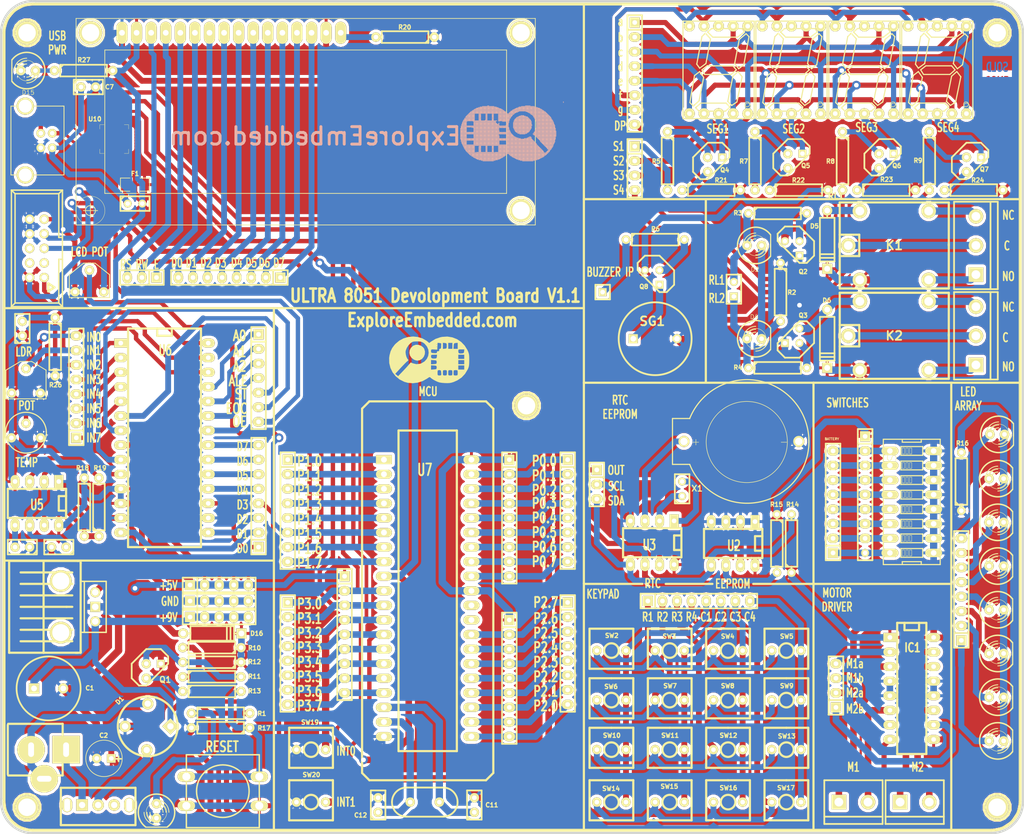
<source format=kicad_pcb>
(kicad_pcb (version 20241229) (generator "pcbnew") (generator_version "9.0")
  (title_block (date "4 mar 2015"))
  (layers (0 "F.Cu" signal "Front") (2 "B.Cu" signal "Back") (13 "F.Paste" user) (15 "B.Paste" user) (5 "F.SilkS" user) (7 "B.SilkS" user) (1 "F.Mask" user) (3 "B.Mask" user) (25 "Edge.Cuts" user))
  (net 0 "")
  (net 1 "+5V")
  (net 2 "+9V")
  (net 3 "/7Segment/DP")
  (net 4 "/7Segment/RL1")
  (net 5 "/7Segment/RL2")
  (net 6 "/7Segment/SG-1")
  (net 7 "/7Segment/SG-2")
  (net 8 "/7Segment/SG-3")
  (net 9 "/7Segment/SG-4")
  (net 10 "/7Segment/SG-5")
  (net 11 "/7Segment/SG-6")
  (net 12 "/7Segment/SG-7")
  (net 13 "/ADC/EOC")
  (net 14 "/ADC/IN2")
  (net 15 "/ADC/OE")
  (net 16 "/DTR")
  (net 17 "/INT0")
  (net 18 "/INT1")
  (net 19 "/Key Pad/M1a")
  (net 20 "/Key Pad/M1b")
  (net 21 "/Key Pad/M1c")
  (net 22 "/Key Pad/M1d")
  (net 23 "/Key Pad/M2a")
  (net 24 "/Key Pad/M2b")
  (net 25 "/Key Pad/M2c")
  (net 26 "/Key Pad/M2d")
  (net 27 "/Key Pad/OUT")
  (net 28 "/Key Pad/SCL")
  (net 29 "/Key Pad/SDA")
  (net 30 "/MISO")
  (net 31 "/MOSI")
  (net 32 "/RST")
  (net 33 "/RXD")
  (net 34 "/SCK")
  (net 35 "/TXD")
  (net 36 "GND")
  (net 37 "N-000001")
  (net 38 "N-00000100")
  (net 39 "N-00000101")
  (net 40 "N-00000102")
  (net 41 "N-00000109")
  (net 42 "N-00000111")
  (net 43 "N-00000112")
  (net 44 "N-00000113")
  (net 45 "N-00000114")
  (net 46 "N-00000115")
  (net 47 "N-00000116")
  (net 48 "N-00000117")
  (net 49 "N-00000118")
  (net 50 "N-00000119")
  (net 51 "N-00000120")
  (net 52 "N-00000121")
  (net 53 "N-00000122")
  (net 54 "N-00000123")
  (net 55 "N-00000124")
  (net 56 "N-00000125")
  (net 57 "N-00000126")
  (net 58 "N-00000127")
  (net 59 "N-00000128")
  (net 60 "N-00000129")
  (net 61 "N-00000130")
  (net 62 "N-00000131")
  (net 63 "N-00000132")
  (net 64 "N-00000133")
  (net 65 "N-00000134")
  (net 66 "N-00000135")
  (net 67 "N-00000136")
  (net 68 "N-00000137")
  (net 69 "N-00000138")
  (net 70 "N-00000139")
  (net 71 "N-00000140")
  (net 72 "N-00000141")
  (net 73 "N-00000143")
  (net 74 "N-00000144")
  (net 75 "N-00000145")
  (net 76 "N-00000146")
  (net 77 "N-00000147")
  (net 78 "N-00000148")
  (net 79 "N-00000149")
  (net 80 "N-00000150")
  (net 81 "N-00000156")
  (net 82 "N-00000157")
  (net 83 "N-00000163")
  (net 84 "N-00000164")
  (net 85 "N-00000165")
  (net 86 "N-00000166")
  (net 87 "N-00000167")
  (net 88 "N-00000168")
  (net 89 "N-00000169")
  (net 90 "N-00000170")
  (net 91 "N-00000171")
  (net 92 "N-00000172")
  (net 93 "N-00000173")
  (net 94 "N-00000174")
  (net 95 "N-00000175")
  (net 96 "N-00000176")
  (net 97 "N-00000177")
  (net 98 "N-00000178")
  (net 99 "N-00000179")
  (net 100 "N-00000180")
  (net 101 "N-00000181")
  (net 102 "N-00000182")
  (net 103 "N-00000183")
  (net 104 "N-00000184")
  (net 105 "N-00000186")
  (net 106 "N-00000187")
  (net 107 "N-00000188")
  (net 108 "N-00000189")
  (net 109 "N-0000019")
  (net 110 "N-00000190")
  (net 111 "N-00000191")
  (net 112 "N-00000192")
  (net 113 "N-00000193")
  (net 114 "N-00000194")
  (net 115 "N-00000195")
  (net 116 "N-00000196")
  (net 117 "N-00000197")
  (net 118 "N-00000199")
  (net 119 "N-000002")
  (net 120 "N-00000200")
  (net 121 "N-00000201")
  (net 122 "N-0000025")
  (net 123 "N-0000027")
  (net 124 "N-0000036")
  (net 125 "N-0000037")
  (net 126 "N-0000038")
  (net 127 "N-0000039")
  (net 128 "N-000004")
  (net 129 "N-0000040")
  (net 130 "N-0000042")
  (net 131 "N-0000044")
  (net 132 "N-0000045")
  (net 133 "N-0000046")
  (net 134 "N-0000047")
  (net 135 "N-0000049")
  (net 136 "N-0000050")
  (net 137 "N-0000052")
  (net 138 "N-0000053")
  (net 139 "N-0000054")
  (net 140 "N-0000055")
  (net 141 "N-0000056")
  (net 142 "N-0000057")
  (net 143 "N-0000058")
  (net 144 "N-0000059")
  (net 145 "N-0000060")
  (net 146 "N-0000061")
  (net 147 "N-0000062")
  (net 148 "N-0000063")
  (net 149 "N-0000064")
  (net 150 "N-0000065")
  (net 151 "N-0000066")
  (net 152 "N-0000067")
  (net 153 "N-0000068")
  (net 154 "N-0000069")
  (net 155 "N-0000070")
  (net 156 "N-0000071")
  (net 157 "N-0000080")
  (net 158 "N-0000081")
  (net 159 "N-0000082")
  (net 160 "N-0000083")
  (net 161 "N-0000084")
  (net 162 "N-0000086")
  (net 163 "N-0000087")
  (net 164 "N-0000088")
  (net 165 "N-0000089")
  (net 166 "N-0000090")
  (net 167 "N-0000091")
  (net 168 "N-0000095")
  (net 169 "N-0000099")
  (footprint "W005M_XL" (layer "F.Cu") (at 85.024 155.892 135)
    (property "Reference" "D1")
    (property "Value" "BRIDGE" (hide yes))
  )
  (footprint "SW_PUSH_SMALL_2pin_xl" (layer "F.Cu") (at 165.796 169.1)
    (property "Reference" "SW14")
    (property "Value" "1" (hide yes))
  )
  (footprint "SW_PUSH_SMALL_2pin_xl" (layer "F.Cu") (at 186.116 142.684)
    (property "Reference" "SW4")
    (property "Value" "E" (hide yes))
  )
  (footprint "SW_PUSH_SMALL_2pin_xl" (layer "F.Cu") (at 196.276 142.684)
    (property "Reference" "SW5")
    (property "Value" "F" (hide yes))
  )
  (footprint "SW_PUSH_SMALL_2pin_xl" (layer "F.Cu") (at 165.796 151.32)
    (property "Reference" "SW6")
    (property "Value" "9" (hide yes))
  )
  (footprint "SW_PUSH_SMALL_2pin_xl" (layer "F.Cu") (at 175.956 151.32)
    (property "Reference" "SW7")
    (property "Value" "0" (hide yes))
  )
  (footprint "SW_PUSH_SMALL_2pin_xl" (layer "F.Cu") (at 186.116 151.32)
    (property "Reference" "SW8")
    (property "Value" "A" (hide yes))
  )
  (footprint "SW_PUSH_SMALL_2pin_xl" (layer "F.Cu") (at 196.276 151.32)
    (property "Reference" "SW9")
    (property "Value" "B" (hide yes))
  )
  (footprint "SW_PUSH_SMALL_2pin_xl" (layer "F.Cu") (at 165.796 159.956)
    (property "Reference" "SW10")
    (property "Value" "5" (hide yes))
  )
  (footprint "SW_PUSH_SMALL_2pin_xl" (layer "F.Cu") (at 175.956 159.956)
    (property "Reference" "SW11")
    (property "Value" "6" (hide yes))
  )
  (footprint "SW_PUSH_SMALL_2pin_xl" (layer "F.Cu") (at 186.116 159.956)
    (property "Reference" "SW12")
    (property "Value" "7" (hide yes))
  )
  (footprint "SW_PUSH_SMALL_2pin_xl" (layer "F.Cu") (at 196.276 159.956)
    (property "Reference" "SW13")
    (property "Value" "8" (hide yes))
  )
  (footprint "SW_PUSH_SMALL_2pin_xl" (layer "F.Cu") (at 175.956 169.1)
    (property "Reference" "SW15")
    (property "Value" "2" (hide yes))
  )
  (footprint "SW_PUSH_SMALL_2pin_xl" (layer "F.Cu") (at 186.116 169.1)
    (property "Reference" "SW16")
    (property "Value" "3" (hide yes))
  )
  (footprint "SW_PUSH_SMALL_2pin_xl" (layer "F.Cu") (at 196.276 169.1)
    (property "Reference" "SW17")
    (property "Value" "4" (hide yes))
  )
  (footprint "SW_PUSH-12mm" (layer "F.Cu") (at 98.105 167.195)
    (property "Reference" "SW18" (hide yes))
    (property "Value" "SPST" (hide yes))
  )
  (footprint "SW_PUSH_SMALL_2pin_xl" (layer "F.Cu") (at 113.472 159.956)
    (property "Reference" "SW19")
    (property "Value" "INT0" (hide yes))
  )
  (footprint "SW_PUSH_SMALL_2pin_xl" (layer "F.Cu") (at 113.472 169.1)
    (property "Reference" "SW20")
    (property "Value" "INT1" (hide yes))
  )
  (footprint "SW_PUSH_SMALL_2pin_xl" (layer "F.Cu") (at 175.956 142.684)
    (property "Reference" "SW3")
    (property "Value" "D" (hide yes))
  )
  (footprint "SW_PUSH_SMALL_2pin_xl" (layer "F.Cu") (at 165.796 142.684)
    (property "Reference" "SW2")
    (property "Value" "C" (hide yes))
  )
  (footprint "SPSPT_XL" (layer "F.Cu") (at 76.388 169.608)
    (property "Reference" "SW1" (hide yes))
    (property "Value" "SPST" (hide yes))
  )
  (footprint "XL-RELAY-12" (layer "F.Cu") (at 215.072 72.072)
    (property "Reference" "K1")
    (property "Value" "RELAYPTH" (hide yes))
  )
  (footprint "SparkFun-DIPSWITCH-08" (layer "F.Cu") (at 218.12 116.776 -90)
    (property "Reference" "S1")
    (property "Value" "SW_DIP-8" (hide yes))
  )
  (footprint "DIP-8__300_ELL" (layer "F.Cu") (at 65.72 117.03 180)
    (property "Reference" "U5")
    (property "Value" "LM555N_XL" (hide yes))
  )
  (footprint "SparkFun-7-SEGMENT-DISPLAY" (layer "F.Cu") (at 222.565 41.465)
    (property "Reference" "AFF4" (hide yes))
    (property "Value" "LTS-6960HR" (hide yes))
  )
  (footprint "SparkFun-7-SEGMENT-DISPLAY" (layer "F.Cu") (at 209.865 41.465)
    (property "Reference" "AFF3" (hide yes))
    (property "Value" "LTS-6960HR" (hide yes))
  )
  (footprint "SparkFun-7-SEGMENT-DISPLAY" (layer "F.Cu") (at 197.165 41.465)
    (property "Reference" "AFF2" (hide yes))
    (property "Value" "LTS-6960HR" (hide yes))
  )
  (footprint "SparkFun-7-SEGMENT-DISPLAY" (layer "F.Cu") (at 184.465 41.465)
    (property "Reference" "AFF1" (hide yes))
    (property "Value" "LTS-6960HR" (hide yes))
  )
  (footprint "SIL-9" (layer "F.Cu") (at 148.016 119.57 -90)
    (property "Reference" "RR3" (hide yes))
    (property "Value" "RR8" (hide yes))
  )
  (footprint "SIL-2" (layer "F.Cu") (at 187.132 79.692 90)
    (property "Reference" "JP1" (hide yes))
    (property "Value" "RELAY" (hide yes))
  )
  (footprint "SIL-8" (layer "F.Cu") (at 226.756 132.016 90)
    (property "Reference" "JP7" (hide yes))
    (property "Value" "led array" (hide yes))
  )
  (footprint "bornier2" (layer "F.Cu") (at 207.96 169.1)
    (property "Reference" "JP8" (hide yes))
    (property "Value" "m1" (hide yes))
  )
  (footprint "SIL-8" (layer "F.Cu") (at 109.408 118.3 -90)
    (property "Reference" "P7" (hide yes))
    (property "Value" "CONN_8" (hide yes))
  )
  (footprint "SIL-8" (layer "F.Cu") (at 158.176 143.192 -90)
    (property "Reference" "P9" (hide yes))
    (property "Value" "CONN_8" (hide yes))
  )
  (footprint "SIL-8" (layer "F.Cu") (at 158.176 118.3 -90)
    (property "Reference" "P10" (hide yes))
    (property "Value" "CONN_8" (hide yes))
  )
  (footprint "SIL-4" (layer "F.Cu") (at 169.86 58.61 -90)
    (property "Reference" "P11" (hide yes))
    (property "Value" "CONN_4" (hide yes))
  )
  (footprint "SIL-8" (layer "F.Cu") (at 169.86 42.1 -90)
    (property "Reference" "P12" (hide yes))
    (property "Value" "CONN_8" (hide yes))
  )
  (footprint "SIL-1" (layer "F.Cu") (at 164.272 80.2 -90)
    (property "Reference" "P13" (hide yes))
    (property "Value" "CONN_1" (hide yes))
  )
  (footprint "SIL-5" (layer "F.Cu") (at 98.74 136.842)
    (property "Reference" "P1" (hide yes))
    (property "Value" "CONN_5" (hide yes))
  )
  (footprint "SIL-5" (layer "F.Cu") (at 98.74 134.048)
    (property "Reference" "P2" (hide yes))
    (property "Value" "CONN_5" (hide yes))
  )
  (footprint "SIL-5" (layer "F.Cu") (at 98.74 131.254)
    (property "Reference" "P3" (hide yes))
    (property "Value" "CONN_5" (hide yes))
  )
  (footprint "SIL-8" (layer "F.Cu") (at 181.036 134.048)
    (property "Reference" "JP5" (hide yes))
    (property "Value" "MATRIX 4X4" (hide yes))
  )
  (footprint "SIL-3" (layer "F.Cu") (at 84.008 77.66 180)
    (property "Reference" "JP11" (hide yes))
    (property "Value" "LCD_ctrl" (hide yes))
  )
  (footprint "bornier3" (layer "F.Cu") (at 229.296 72.072 90)
    (property "Reference" "JP2" (hide yes))
    (property "Value" "M03-SCREW-5MM" (hide yes))
  )
  (footprint "SIL-3" (layer "F.Cu") (at 163.256 113.728 -90)
    (property "Reference" "K3" (hide yes))
    (property "Value" "I2C" (hide yes))
  )
  (footprint "bornier2" (layer "F.Cu") (at 218.628 169.1)
    (property "Reference" "JP9" (hide yes))
    (property "Value" "m1" (hide yes))
  )
  (footprint "SIL-8" (layer "F.Cu") (at 99.248 77.66 180)
    (property "Reference" "JP10" (hide yes))
    (property "Value" "LCD_Data" (hide yes))
  )
  (footprint "SIL-8" (layer "F.Cu") (at 204.404 116.776 90)
    (property "Reference" "JP4" (hide yes))
    (property "Value" "SWITCH_ARRAY" (hide yes))
  )
  (footprint "SIL-9" (layer "F.Cu") (at 209.992 115.506 -90)
    (property "Reference" "RR2" (hide yes))
    (property "Value" "RR8" (hide yes))
  )
  (footprint "RV2" (layer "F.Cu") (at 63.815 94.805)
    (property "Reference" "RV1" (hide yes))
    (property "Value" "TS" (hide yes))
  )
  (footprint "RV2" (layer "F.Cu") (at 63.815 104.33)
    (property "Reference" "RV2" (hide yes))
    (property "Value" "POT" (hide yes))
  )
  (footprint "R4" (layer "F.Cu") (at 226.756 113.22 90)
    (property "Reference" "R16")
    (property "Value" "470" (hide yes))
  )
  (footprint "R4" (layer "F.Cu") (at 73.975 117.665 -90)
    (property "Reference" "R18")
    (property "Value" "220" (hide yes))
  )
  (footprint "R4" (layer "F.Cu") (at 76.515 117.665 90)
    (property "Reference" "R19")
    (property "Value" "2.2K" (hide yes))
  )
  (footprint "R4" (layer "F.Cu") (at 97.724 153.606)
    (property "Reference" "R1")
    (property "Value" "10K" (hide yes))
  )
  (footprint "R4" (layer "F.Cu") (at 195.26 80.2 -90)
    (property "Reference" "R2")
    (property "Value" "470" (hide yes))
  )
  (footprint "LM78XX_v1_XL1" (layer "F.Cu") (at 75.88 135.064 180)
    (property "Reference" "U1" (hide yes))
    (property "Value" "7805" (hide yes))
  )
  (footprint "LED-5MM" (layer "F.Cu") (at 86.548 170.624 -90)
    (property "Reference" "D3" (hide yes))
    (property "Value" "LED" (hide yes))
  )
  (footprint "LED-5MM" (layer "F.Cu") (at 190.688 88.328)
    (property "Reference" "D4")
    (property "Value" "RL2" (hide yes))
  )
  (footprint "D4" (layer "F.Cu") (at 203.388 71.056 -90)
    (property "Reference" "D5")
    (property "Value" "1N40XX" (hide yes))
  )
  (footprint "C1" (layer "F.Cu") (at 178.115 114.49 90)
    (property "Reference" "X1")
    (property "Value" "CRYSTAL" (hide yes))
  )
  (footprint "HC-49V" (layer "F.Cu") (at 133.284 169.1 180)
    (property "Reference" "X3" (hide yes))
    (property "Value" "11.0592MHz" (hide yes))
  )
  (footprint "BATT_rtc_XL" (layer "F.Cu") (at 198.435 106.235 180)
    (property "Reference" "U4")
    (property "Value" "BATTERY")
  )
  (footprint "DIP-28__600_ELL" (layer "F.Cu") (at 87.945 105.6 -90)
    (property "Reference" "U6")
    (property "Value" "ADC0808" (hide yes))
  )
  (footprint "DIP-8__300_ELL" (layer "F.Cu") (at 172.908 123.888 180)
    (property "Reference" "U3")
    (property "Value" "DS1307" (hide yes))
  )
  (footprint "DIP-16__300_ELL" (layer "F.Cu") (at 218.12 149.288 -90)
    (property "Reference" "IC1")
    (property "Value" "L293D" (hide yes))
  )
  (footprint "DIP-8__300_ELL" (layer "F.Cu") (at 187.005 124.015 180)
    (property "Reference" "U2")
    (property "Value" "24C16" (hide yes))
  )
  (footprint "D4" (layer "F.Cu") (at 203.388 88.328 -90)
    (property "Reference" "D6")
    (property "Value" "1N40XX" (hide yes))
  )
  (footprint "LED-5MM" (layer "F.Cu") (at 233 105)
    (property "Reference" "D7" (hide yes))
    (property "Value" "LED" (hide yes))
  )
  (footprint "LED-5MM" (layer "F.Cu") (at 190.688 72.072)
    (property "Reference" "D2")
    (property "Value" "RL1" (hide yes))
  )
  (footprint "BUZ3-5" (layer "F.Cu") (at 173.416 88.328)
    (property "Reference" "SG1")
    (property "Value" "BUZZERPTH" (hide yes))
  )
  (footprint "C1V7" (layer "F.Cu") (at 77.404 161.48 180)
    (property "Reference" "C2")
    (property "Value" "100uF, 25V" (hide yes))
  )
  (footprint "C1" (layer "F.Cu") (at 141.92 169.608 90)
    (property "Reference" "C11")
    (property "Value" "22pF" (hide yes))
  )
  (footprint "C1" (layer "F.Cu") (at 125.156 169.608 90)
    (property "Reference" "C12")
    (property "Value" "22pF" (hide yes))
  )
  (footprint "C1" (layer "F.Cu") (at 69.53 124.65 180)
    (property "Reference" "C3" (hide yes))
    (property "Value" "CP1" (hide yes))
  )
  (footprint "C1" (layer "F.Cu") (at 63.18 124.65 180)
    (property "Reference" "C4" (hide yes))
    (property "Value" "0.1uF" (hide yes))
  )
  (footprint "lcd_2x16_led_backlight-HY-1602F" (layer "F.Cu") (at 78 35)
    (property "Reference" "LCD1" (hide yes))
    (property "Value" "LCD_2X16_SIL" (hide yes))
  )
  (footprint "bornier3" (layer "F.Cu") (at 229.296 87.82 90)
    (property "Reference" "JP3" (hide yes))
    (property "Value" "M03-SCREW-5MM" (hide yes))
  )
  (footprint "R4" (layer "F.Cu") (at 97.724 156.146 180)
    (property "Reference" "R17")
    (property "Value" "10K" (hide yes))
  )
  (footprint "R4" (layer "F.Cu") (at 194.752 93.408)
    (property "Reference" "R4")
    (property "Value" "1K" (hide yes))
  )
  (footprint "R4" (layer "F.Cu") (at 194.752 66.484)
    (property "Reference" "R3")
    (property "Value" "1K" (hide yes))
  )
  (footprint "RV2" (layer "F.Cu") (at 74.864 77.66)
    (property "Reference" "RV3" (hide yes))
    (property "Value" "10K" (hide yes))
  )
  (footprint "XL-RELAY-12" (layer "F.Cu") (at 215.072 87.82)
    (property "Reference" "K2")
    (property "Value" "RELAYPTH" (hide yes))
  )
  (footprint "R4" (layer "F.Cu") (at 175.575 57.34 -90)
    (property "Reference" "R5")
    (property "Value" "1K" (hide yes))
  )
  (footprint "R4" (layer "F.Cu") (at 173.416 71.056)
    (property "Reference" "R6")
    (property "Value" "1K" (hide yes))
  )
  (footprint "R4" (layer "F.Cu") (at 190.815 57.34 -90)
    (property "Reference" "R7")
    (property "Value" "1K" (hide yes))
  )
  (footprint "R4" (layer "F.Cu") (at 206.055 57.34 -90)
    (property "Reference" "R8")
    (property "Value" "1K" (hide yes))
  )
  (footprint "SIL-9" (layer "F.Cu") (at 119.314 139.89 -90)
    (property "Reference" "RR6" (hide yes))
    (property "Value" "RR8" (hide yes))
  )
  (footprint "SIL-9" (layer "F.Cu") (at 148.016 147.51 -90)
    (property "Reference" "RR4" (hide yes))
    (property "Value" "RR8" (hide yes))
  )
  (footprint "R4" (layer "F.Cu") (at 221.168 57.34 -90)
    (property "Reference" "R9")
    (property "Value" "1K" (hide yes))
  )
  (footprint "1pin" (layer "F.Cu") (at 233 170)
    (property "Reference" "P4" (hide yes))
    (property "Value" "CONN_1" (hide yes))
  )
  (footprint "1pin" (layer "F.Cu") (at 64 170)
    (property "Reference" "P6" (hide yes))
    (property "Value" "CONN_1" (hide yes))
  )
  (footprint "1pin" (layer "F.Cu") (at 233 35)
    (property "Reference" "P14" (hide yes))
    (property "Value" "CONN_1" (hide yes))
  )
  (footprint "1pin" (layer "F.Cu") (at 64 35)
    (property "Reference" "P15" (hide yes))
    (property "Value" "CONN_1" (hide yes))
  )
  (footprint "JACK_ALIM" (layer "F.Cu") (at 64.704 159.956)
    (property "Reference" "K4" (hide yes))
    (property "Value" "CONN_3" (hide yes))
  )
  (footprint "TO92" (layer "F.Cu") (at 86.04 146.24)
    (property "Reference" "Q1")
    (property "Value" "BC557" (hide yes))
  )
  (footprint "SIL-8" (layer "F.Cu") (at 72.578 96.71 90)
    (property "Reference" "P16" (hide yes))
    (property "Value" "CONN_8" (hide yes))
  )
  (footprint "R4" (layer "F.Cu") (at 96.2 147.256)
    (property "Reference" "R11")
    (property "Value" "4.7K" (hide yes))
  )
  (footprint "R4" (layer "F.Cu") (at 96.2 142.176 180)
    (property "Reference" "R10")
    (property "Value" "1K" (hide yes))
  )
  (footprint "USB_B" (layer "F.Cu") (at 63.688 53.784 -90)
    (property "Reference" "J1" (hide yes))
    (property "Value" "USB_2" (hide yes))
  )
  (footprint "R4" (layer "F.Cu") (at 96.2 144.716 180)
    (property "Reference" "R12")
    (property "Value" "1K" (hide yes))
  )
  (footprint "R4" (layer "F.Cu") (at 96.2 149.796)
    (property "Reference" "R13")
    (property "Value" "100" (hide yes))
  )
  (footprint "cp2102_xl2" (layer "F.Cu") (at 79.182 53.53)
    (property "Reference" "U10")
    (property "Value" "CP2102" (hide yes))
  )
  (footprint "C1" (layer "F.Cu") (at 74.676 44.45)
    (property "Reference" "C7")
    (property "Value" "0.1uf" (hide yes))
  )
  (footprint "TO92-EBC" (layer "F.Cu") (at 172.908 77.66 -90)
    (property "Reference" "Q8")
    (property "Value" "BC548" (hide yes))
  )
  (footprint "TO92-EBC" (layer "F.Cu") (at 228.915 57.975)
    (property "Reference" "Q7")
    (property "Value" "BC548" (hide yes))
  )
  (footprint "TO92-EBC" (layer "F.Cu") (at 197.8 57.34)
    (property "Reference" "Q5")
    (property "Value" "BC548" (hide yes))
  )
  (footprint "TO92-EBC" (layer "F.Cu") (at 183.83 57.975)
    (property "Reference" "Q4")
    (property "Value" "BC548" (hide yes))
  )
  (footprint "TO92-EBC" (layer "F.Cu") (at 213.675 57.34)
    (property "Reference" "Q6")
    (property "Value" "BC548" (hide yes))
  )
  (footprint "TO92-EBC" (layer "F.Cu") (at 197.292 72.58 -90)
    (property "Reference" "Q2")
    (property "Value" "BC548" (hide yes))
  )
  (footprint "TO92-EBC" (layer "F.Cu") (at 197.292 87.82 180)
    (property "Reference" "Q3")
    (property "Value" "BC548" (hide yes))
  )
  (footprint "SIL-8" (layer "F.Cu") (at 104.328 115.76 90)
    (property "Reference" "P17" (hide yes))
    (property "Value" "CONN_8" (hide yes))
  )
  (footprint "SIL-7" (layer "F.Cu") (at 104.328 95.186 -90)
    (property "Reference" "P18" (hide yes))
    (property "Value" "CONN_7" (hide yes))
  )
  (footprint "R4" (layer "F.Cu") (at 194.625 124.015 -90)
    (property "Reference" "R15")
    (property "Value" "3.3K" (hide yes))
  )
  (footprint "R4" (layer "F.Cu") (at 68.895 89.725 -90)
    (property "Reference" "R26")
    (property "Value" "R" (hide yes))
  )
  (footprint "R4" (layer "F.Cu") (at 129.855 35.75 180)
    (property "Reference" "R20")
    (property "Value" "2.2k" (hide yes))
  )
  (footprint "R4" (layer "F.Cu") (at 197.165 124.015 90)
    (property "Reference" "R14")
    (property "Value" "3.3k" (hide yes))
  )
  (footprint "R4" (layer "F.Cu") (at 228.915 62.42)
    (property "Reference" "R24")
    (property "Value" "68" (hide yes))
  )
  (footprint "R4" (layer "F.Cu") (at 213.675 62.42)
    (property "Reference" "R23")
    (property "Value" "68" (hide yes))
  )
  (footprint "R4" (layer "F.Cu") (at 183.195 62.42)
    (property "Reference" "R21")
    (property "Value" "68" (hide yes))
  )
  (footprint "LED-5MM" (layer "F.Cu") (at 232.852 150.812)
    (property "Reference" "D13" (hide yes))
    (property "Value" "LED" (hide yes))
  )
  (footprint "LED-5MM" (layer "F.Cu") (at 232.852 143.192)
    (property "Reference" "D12" (hide yes))
    (property "Value" "LED" (hide yes))
  )
  (footprint "LED-5MM" (layer "F.Cu") (at 232.852 135.572)
    (property "Reference" "D11" (hide yes))
    (property "Value" "LED" (hide yes))
  )
  (footprint "LED-5MM" (layer "F.Cu") (at 232.852 127.952)
    (property "Reference" "D10" (hide yes))
    (property "Value" "LED" (hide yes))
  )
  (footprint "LED-5MM" (layer "F.Cu") (at 232.852 120.332)
    (property "Reference" "D9" (hide yes))
    (property "Value" "LED" (hide yes))
  )
  (footprint "LED-5MM" (layer "F.Cu") (at 232.852 112.712)
    (property "Reference" "D8" (hide yes))
    (property "Value" "LED" (hide yes))
  )
  (footprint "C1" (layer "F.Cu") (at 63.18 86.55 90)
    (property "Reference" "R25" (hide yes))
    (property "Value" "LDR" (hide yes))
  )
  (footprint "C1" (layer "F.Cu") (at 82.804 64.77)
    (property "Reference" "F1")
    (property "Value" "FUSE" (hide yes))
  )
  (footprint "40tex-Ell600" (layer "F.Cu") (at 133.792 133.54 -90)
    (property "Reference" "U7")
    (property "Value" "AT89S52" (hide yes))
  )
  (footprint "R4" (layer "F.Cu") (at 73.848 41.592)
    (property "Reference" "R27")
    (property "Value" "470" (hide yes))
  )
  (footprint "LED-5MM" (layer "F.Cu") (at 64.196 41.592 180)
    (property "Reference" "D15")
    (property "Value" "LED" (hide yes))
  )
  (footprint "SIL-8" (layer "F.Cu") (at 109.408 143.192 -90)
    (property "Reference" "P8" (hide yes))
    (property "Value" "CONN_8" (hide yes))
  )
  (footprint "SIL-4" (layer "F.Cu") (at 204.912 148.78 90)
    (property "Reference" "JP6" (hide yes))
    (property "Value" "MOTAR CNTRL" (hide yes))
  )
  (footprint "LED-5MM" (layer "F.Cu") (at 232.852 158.432)
    (property "Reference" "D14" (hide yes))
    (property "Value" "LED" (hide yes))
  )
  (footprint "C2V10" (layer "F.Cu") (at 67.752 149.288)
    (property "Reference" "C1")
    (property "Value" "1000uF, 25V" (hide yes))
  )
  (footprint "VASCH5x2" (layer "F.Cu") (at 65.72 72.58 90)
    (property "Reference" "P5" (hide yes))
    (property "Value" "CONN_5X2" (hide yes))
  )
  (footprint "SM1206" (layer "F.Cu") (at 82.804 61.468)
    (property "Reference" "F2" (hide yes))
    (property "Value" "FUSE" (hide yes))
  )
  (footprint "D4" (layer "F.Cu") (at 96.266 139.7)
    (property "Reference" "D16")
    (property "Value" "DIODE" (hide yes))
  )
  (footprint "1pin" (layer "F.Cu") (at 151 100)
    (property "Reference" "P19" (hide yes))
    (property "Value" "CONN_1" (hide yes))
  )
  (footprint "Connect:1pin" (layer "F.Cu") (at 150.0505 34.9885)
    (property "Reference" "REF**" (hide yes))
    (property "Value" "1pin" (hide yes))
  )
  (footprint "Connect:1pin" (layer "F.Cu") (at 150.0505 65.9765)
    (property "Reference" "REF**" (hide yes))
    (property "Value" "1pin" (hide yes))
  )
  (footprint "Connect:1pin" (layer "F.Cu") (at 75.057 34.9885)
    (property "Reference" "REF**" (hide yes))
    (property "Value" "1pin" (hide yes))
  )
  (footprint "R4" (layer "F.Cu") (at 198.435 62.42)
    (property "Reference" "R22")
    (property "Value" "68" (hide yes))
  )
  (footprint "Logo_New:Logo_16" (layer "F.Cu") (at 133.858 91.948)
    (property "Reference" "VAL" (hide yes))
    (property "Value" "REF" (hide yes))
  )
  (footprint "logo:LOGO (1)" (layer "B.Cu") (at 157.48 46.99 180)
    (property "Reference" "LOGO" (hide yes))
    (property "Value" "")
  )
  (gr_line (start 232 174) (end 65 174) (stroke (width 0.5)) (layer "F.SilkS"))
  (gr_arc (start 237 169) (mid 235.535534 172.535534) (end 232 174) (stroke (width 0.5)) (layer "F.SilkS"))
  (gr_line (start 161.036 131.064) (end 171.196 131.064) (stroke (width 0.381)) (layer "F.SilkS"))
  (gr_line (start 161 83) (end 60 83) (stroke (width 0.381)) (layer "F.SilkS"))
  (gr_line (start 65 30) (end 232 30) (stroke (width 0.5)) (layer "F.SilkS"))
  (gr_arc (start 65 174) (mid 61.464466 172.535534) (end 60 169) (stroke (width 0.5)) (layer "F.SilkS"))
  (gr_line (start 225 131) (end 225 174) (stroke (width 0.381)) (layer "F.SilkS"))
  (gr_line (start 201 174) (end 201 131) (stroke (width 0.381)) (layer "F.SilkS"))
  (gr_line (start 107 83) (end 107 174) (stroke (width 0.381)) (layer "F.SilkS"))
  (gr_line (start 107 127) (end 60 127) (stroke (width 0.381)) (layer "F.SilkS"))
  (gr_line (start 161 131) (end 161 30) (stroke (width 0.381)) (layer "F.SilkS"))
  (gr_line (start 161 174) (end 161 131) (stroke (width 0.381)) (layer "F.SilkS"))
  (gr_line (start 201 131) (end 201 96) (stroke (width 0.381)) (layer "F.SilkS"))
  (gr_line (start 201 96) (end 237 96) (stroke (width 0.381)) (layer "F.SilkS"))
  (gr_line (start 201 96) (end 161 96) (stroke (width 0.381)) (layer "F.SilkS"))
  (gr_line (start 182.245 64.135) (end 182.245 95.885) (stroke (width 0.381)) (layer "F.SilkS"))
  (gr_line (start 225 131) (end 225 96) (stroke (width 0.381)) (layer "F.SilkS"))
  (gr_line (start 175.26 131.064) (end 183.388 131.064) (stroke (width 0.381)) (layer "F.SilkS"))
  (gr_line (start 60 169) (end 60 35) (stroke (width 0.5)) (layer "F.SilkS"))
  (gr_arc (start 60 35) (mid 61.464466 31.464466) (end 65 30) (stroke (width 0.5)) (layer "F.SilkS"))
  (gr_line (start 190.5 131.064) (end 225.044 131.064) (stroke (width 0.381)) (layer "F.SilkS"))
  (gr_arc (start 232 30) (mid 235.535534 31.464466) (end 237 35) (stroke (width 0.5)) (layer "F.SilkS"))
  (gr_line (start 237 35) (end 237 169) (stroke (width 0.5)) (layer "F.SilkS"))
  (gr_line (start 237 64) (end 161 64) (stroke (width 0.381)) (layer "F.SilkS"))
  (gr_line (start 237.5 169) (end 237.5 35) (stroke (width 0.381)) (layer "Edge.Cuts"))
  (gr_line (start 232 29.5) (end 65.5 29.5) (stroke (width 0.381)) (layer "Edge.Cuts"))
  (gr_arc (start 237.5 169) (mid 235.889087 172.889087) (end 232 174.5) (stroke (width 0.381)) (layer "Edge.Cuts"))
  (gr_arc (start 232 29.5) (mid 235.889087 31.110913) (end 237.5 35) (stroke (width 0.381)) (layer "Edge.Cuts"))
  (gr_arc (start 64.5 174.5) (mid 60.757359 172.535534) (end 59.5 168.5) (stroke (width 0.381)) (layer "Edge.Cuts"))
  (gr_line (start 64.5 174.5) (end 232 174.5) (stroke (width 0.381)) (layer "Edge.Cuts"))
  (gr_line (start 59.5 34.5) (end 59.5 168.5) (stroke (width 0.381)) (layer "Edge.Cuts"))
  (gr_arc (start 59.5 34.5) (mid 61.464466 30.757359) (end 65.5 29.5) (stroke (width 0.381)) (layer "Edge.Cuts"))
  (gr_text "COMP" (at 233 43.5 0) (layer "F.Cu") (effects (font (size 1.524 1.016) (thickness 0.254))))
  (gr_text "SOLD" (at 233 41 0) (layer "B.Cu") (effects (font (size 1.524 1.016) (thickness 0.254)) (justify mirror)))
  (gr_text "e" (at 167.386 43.434 0) (layer "F.SilkS") (effects (font (size 1.524 1.016) (thickness 0.254))))
  (gr_text "M1b" (at 208.214 147.51 0) (layer "F.SilkS") (effects (font (size 1.524 1.016) (thickness 0.254))))
  (gr_text "S1" (at 167.066 54.8 0) (layer "F.SilkS") (effects (font (size 1.524 1.016) (thickness 0.254))))
  (gr_text "ST" (at 101.28 97.98 0) (layer "F.SilkS") (effects (font (size 1.778 1.27) (thickness 0.3048))))
  (gr_text "NO" (at 234.95 93.218 0) (layer "F.SilkS") (effects (font (size 1.524 1.016) (thickness 0.254))))
  (gr_text "P2.6" (at 154.366 137.096 0) (layer "F.SilkS") (effects (font (size 1.778 1.27) (thickness 0.3048))))
  (gr_text "S4" (at 167.066 62.42 0) (layer "F.SilkS") (effects (font (size 1.524 1.016) (thickness 0.254))))
  (gr_text "SDA" (at 166.624 116.586 0) (layer "F.SilkS") (effects (font (size 1.524 1.016) (thickness 0.254))))
  (gr_text "A1" (at 101.026 90.614 0) (layer "F.SilkS") (effects (font (size 1.778 1.27) (thickness 0.3048))))
  (gr_text "ALE" (at 100.772 95.694 0) (layer "F.SilkS") (effects (font (size 1.778 1.27) (thickness 0.3048))))
  (gr_text "IN5" (at 75.626 100.52 0) (layer "F.SilkS") (effects (font (size 1.524 1.016) (thickness 0.254))))
  (gr_text "P0.6" (at 154.112 124.65 0) (layer "F.SilkS") (effects (font (size 1.778 1.27) (thickness 0.3048))))
  (gr_text "MCU" (at 133.858 97.536 0) (layer "F.SilkS") (effects (font (size 1.524 1.016) (thickness 0.254))))
  (gr_text "C2" (at 184.846 136.842 0) (layer "F.SilkS") (effects (font (size 1.524 1.016) (thickness 0.254))))
  (gr_text "IN0" (at 75.626 88.074 0) (layer "F.SilkS") (effects (font (size 1.524 1.016) (thickness 0.254))))
  (gr_text "D1" (at 101.534 122.364 0) (layer "F.SilkS") (effects (font (size 1.524 1.016) (thickness 0.254))))
  (gr_text "g" (at 167.386 48.26 0) (layer "F.SilkS") (effects (font (size 1.524 1.016) (thickness 0.254))))
  (gr_text "EEPROM" (at 186.944 131.064 0) (layer "F.SilkS") (effects (font (size 1.524 1.016) (thickness 0.254))))
  (gr_text "C4" (at 189.926 136.842 0) (layer "F.SilkS") (effects (font (size 1.524 1.016) (thickness 0.254))))
  (gr_text "P2.1" (at 154.366 149.796 0) (layer "F.SilkS") (effects (font (size 1.778 1.27) (thickness 0.3048))))
  (gr_text "P2.3" (at 154.366 144.716 0) (layer "F.SilkS") (effects (font (size 1.778 1.27) (thickness 0.3048))))
  (gr_text "KEYPAD" (at 164.338 132.842 0) (layer "F.SilkS") (effects (font (size 1.524 1.016) (thickness 0.254))))
  (gr_text "RW" (at 84.008 75.374 0) (layer "F.SilkS") (effects (font (size 1.524 1.016) (thickness 0.254))))
  (gr_text "P1.3" (at 113.218 117.284 0) (layer "F.SilkS") (effects (font (size 1.778 1.27) (thickness 0.3048))))
  (gr_text "P1.0" (at 113.218 109.664 0) (layer "F.SilkS") (effects (font (size 1.778 1.27) (thickness 0.3048))))
  (gr_text "M2" (at 219.136 163.004 0) (layer "F.SilkS") (effects (font (size 1.524 1.016) (thickness 0.254))))
  (gr_text "SCL" (at 166.624 114.046 0) (layer "F.SilkS") (effects (font (size 1.524 1.016) (thickness 0.254))))
  (gr_text "IN2" (at 75.626 92.9 0) (layer "F.SilkS") (effects (font (size 1.524 1.016) (thickness 0.254))))
  (gr_text "POT" (at 63.942 100.012 0) (layer "F.SilkS") (effects (font (size 1.524 1.016) (thickness 0.254))))
  (gr_text "C" (at 234.442 88.138 0) (layer "F.SilkS") (effects (font (size 1.524 1.016) (thickness 0.254))))
  (gr_text "A2" (at 101.026 93.154 0) (layer "F.SilkS") (effects (font (size 1.778 1.27) (thickness 0.3048))))
  (gr_text "EOC" (at 100.518 100.52 0) (layer "F.SilkS") (effects (font (size 1.778 1.27) (thickness 0.3048))))
  (gr_text "d" (at 167.386 40.894 0) (layer "F.SilkS") (effects (font (size 1.524 1.016) (thickness 0.254))))
  (gr_text "S3" (at 167.066 59.88 0) (layer "F.SilkS") (effects (font (size 1.524 1.016) (thickness 0.254))))
  (gr_text "ExploreEmbedded.com" (at 134.62 85.09 0) (layer "F.SilkS") (effects (font (size 2.286 1.778) (thickness 0.4445))))
  (gr_text "INT1" (at 119.568 169.1 0) (layer "F.SilkS") (effects (font (size 1.524 1.016) (thickness 0.254))))
  (gr_text "P1.4" (at 113.218 119.824 0) (layer "F.SilkS") (effects (font (size 1.778 1.27) (thickness 0.3048))))
  (gr_text "P2.0" (at 154.366 152.336 0) (layer "F.SilkS") (effects (font (size 1.778 1.27) (thickness 0.3048))))
  (gr_text "M2b" (at 208.214 152.844 0) (layer "F.SilkS") (effects (font (size 1.524 1.016) (thickness 0.254))))
  (gr_text "P0.0" (at 154.112 109.664 0) (layer "F.SilkS") (effects (font (size 1.778 1.27) (thickness 0.3048))))
  (gr_text "D6" (at 105.344 75.12 0) (layer "F.SilkS") (effects (font (size 1.524 1.016) (thickness 0.254))))
  (gr_text "D7" (at 107.884 75.12 0) (layer "F.SilkS") (effects (font (size 1.524 1.016) (thickness 0.254))))
  (gr_text "RL1" (at 184.15 78.105 0) (layer "F.SilkS") (effects (font (size 1.524 1.016) (thickness 0.254))))
  (gr_text "M1a" (at 208.214 144.97 0) (layer "F.SilkS") (effects (font (size 1.524 1.016) (thickness 0.254))))
  (gr_text "SWITCHES" (at 206.944 99.504 0) (layer "F.SilkS") (effects (font (size 1.524 1.016) (thickness 0.254))))
  (gr_text "P3.4" (at 113.218 144.716 0) (layer "F.SilkS") (effects (font (size 1.778 1.27) (thickness 0.3048))))
  (gr_text "M1" (at 207.96 163.004 0) (layer "F.SilkS") (effects (font (size 1.524 1.016) (thickness 0.254))))
  (gr_text "M2a" (at 208.214 150.05 0) (layer "F.SilkS") (effects (font (size 1.524 1.016) (thickness 0.254))))
  (gr_text "D7" (at 101.534 107.124 0) (layer "F.SilkS") (effects (font (size 1.524 1.016) (thickness 0.254))))
  (gr_text "D3" (at 97.724 75.12 0) (layer "F.SilkS") (effects (font (size 1.524 1.016) (thickness 0.254))))
  (gr_text "OE" (at 101.026 102.806 0) (layer "F.SilkS") (effects (font (size 1.778 1.27) (thickness 0.3048))))
  (gr_text "c" (at 167.386 38.354 0) (layer "F.SilkS") (effects (font (size 1.524 1.016) (thickness 0.254))))
  (gr_text "A0" (at 101.026 87.82 0) (layer "F.SilkS") (effects (font (size 1.778 1.27) (thickness 0.3048))))
  (gr_text "D0" (at 90.104 75.12 0) (layer "F.SilkS") (effects (font (size 1.524 1.016) (thickness 0.254))))
  (gr_text "E" (at 86.548 75.374 0) (layer "F.SilkS") (effects (font (size 1.524 1.016) (thickness 0.254))))
  (gr_text "D2" (at 95.184 75.12 0) (layer "F.SilkS") (effects (font (size 1.524 1.016) (thickness 0.254))))
  (gr_text "D2" (at 101.534 119.824 0) (layer "F.SilkS") (effects (font (size 1.524 1.016) (thickness 0.254))))
  (gr_text "P3.0" (at 113.218 134.556 0) (layer "F.SilkS") (effects (font (size 1.778 1.27) (thickness 0.3048))))
  (gr_text "P1.2" (at 113.218 114.744 0) (layer "F.SilkS") (effects (font (size 1.778 1.27) (thickness 0.3048))))
  (gr_text "LDR" (at 63.434 90.614 0) (layer "F.SilkS") (effects (font (size 1.524 1.016) (thickness 0.254))))
  (gr_text "C3" (at 187.386 136.842 0) (layer "F.SilkS") (effects (font (size 1.524 1.016) (thickness 0.254))))
  (gr_text "R1" (at 172.146 136.842 0) (layer "F.SilkS") (effects (font (size 1.524 1.016) (thickness 0.254))))
  (gr_text "P0.7" (at 154.112 127.19 0) (layer "F.SilkS") (effects (font (size 1.778 1.27) (thickness 0.3048))))
  (gr_text "D6" (at 101.534 109.664 0) (layer "F.SilkS") (effects (font (size 1.524 1.016) (thickness 0.254))))
  (gr_text "P0.1" (at 154.112 112.204 0) (layer "F.SilkS") (effects (font (size 1.778 1.27) (thickness 0.3048))))
  (gr_text "R3" (at 177.226 136.842 0) (layer "F.SilkS") (effects (font (size 1.524 1.016) (thickness 0.254))))
  (gr_text "IN3" (at 75.626 95.44 0) (layer "F.SilkS") (effects (font (size 1.524 1.016) (thickness 0.254))))
  (gr_text "P3.5" (at 113.218 147.256 0) (layer "F.SilkS") (effects (font (size 1.778 1.27) (thickness 0.3048))))
  (gr_text "P0.5" (at 154.112 122.11 0) (layer "F.SilkS") (effects (font (size 1.778 1.27) (thickness 0.3048))))
  (gr_text "NC" (at 234.95 82.804 0) (layer "F.SilkS") (effects (font (size 1.524 1.016) (thickness 0.254))))
  (gr_text "SEG1" (at 184.338 51.752 0) (layer "F.SilkS") (effects (font (size 1.524 1.016) (thickness 0.254))))
  (gr_text "+9V" (at 88.646 136.906 0) (layer "F.SilkS") (effects (font (size 1.524 1.016) (thickness 0.254))))
  (gr_text "RL1" (at 204.912 63.436 0) (layer "F.SilkS") (effects (font (size 1.016 1.016) (thickness 0.254))))
  (gr_text "P3.6" (at 113.218 149.796 0) (layer "F.SilkS") (effects (font (size 1.778 1.27) (thickness 0.3048))))
  (gr_text "GND" (at 88.9 134.112 0) (layer "F.SilkS") (effects (font (size 1.524 1.016) (thickness 0.254))))
  (gr_text "D5" (at 101.534 112.204 0) (layer "F.SilkS") (effects (font (size 1.524 1.016) (thickness 0.254))))
  (gr_text "USB\nPWR" (at 69.276 36.766 0) (layer "F.SilkS") (effects (font (size 1.524 1.016) (thickness 0.254))))
  (gr_text "P0.3" (at 154.112 117.03 0) (layer "F.SilkS") (effects (font (size 1.778 1.27) (thickness 0.3048))))
  (gr_text "C" (at 234.696 72.136 0) (layer "F.SilkS") (effects (font (size 1.524 1.016) (thickness 0.254))))
  (gr_text "P3.2" (at 113.218 139.636 0) (layer "F.SilkS") (effects (font (size 1.778 1.27) (thickness 0.3048))))
  (gr_text "P3.1" (at 113.218 137.096 0) (layer "F.SilkS") (effects (font (size 1.778 1.27) (thickness 0.3048))))
  (gr_text "LED\nARRAY" (at 227.965 98.806 0) (layer "F.SilkS") (effects (font (size 1.524 1.016) (thickness 0.254))))
  (gr_text "R4" (at 179.766 136.842 0) (layer "F.SilkS") (effects (font (size 1.524 1.016) (thickness 0.254))))
  (gr_text "INT0" (at 119.568 160.21 0) (layer "F.SilkS") (effects (font (size 1.524 1.016) (thickness 0.254))))
  (gr_text "D0" (at 101.534 124.904 0) (layer "F.SilkS") (effects (font (size 1.524 1.016) (thickness 0.254))))
  (gr_text "LCD POT" (at 74.8665 73.2155 0) (layer "F.SilkS") (effects (font (size 1.524 1.016) (thickness 0.254))))
  (gr_text "P3.3" (at 113.218 142.176 0) (layer "F.SilkS") (effects (font (size 1.778 1.27) (thickness 0.3048))))
  (gr_text "SEG2" (at 197.546 51.752 0) (layer "F.SilkS") (effects (font (size 1.524 1.016) (thickness 0.254))))
  (gr_text "P0.2" (at 154.112 114.744 0) (layer "F.SilkS") (effects (font (size 1.778 1.27) (thickness 0.3048))))
  (gr_text "P3.7" (at 113.218 152.336 0) (layer "F.SilkS") (effects (font (size 1.778 1.27) (thickness 0.3048))))
  (gr_text "MOTOR\nDRIVER" (at 205.105 133.858 0) (layer "F.SilkS") (effects (font (size 1.524 1.016) (thickness 0.254))))
  (gr_text "P1.7" (at 113.218 127.444 0) (layer "F.SilkS") (effects (font (size 1.778 1.27) (thickness 0.3048))))
  (gr_text "RESET" (at 97.978 159.448 0) (layer "F.SilkS") (effects (font (size 1.778 1.27) (thickness 0.3048))))
  (gr_text "RL2" (at 184.15 81.28 0) (layer "F.SilkS") (effects (font (size 1.524 1.016) (thickness 0.254))))
  (gr_text "D1" (at 92.644 75.12 0) (layer "F.SilkS") (effects (font (size 1.524 1.016) (thickness 0.254))))
  (gr_text "IN4" (at 75.626 97.98 0) (layer "F.SilkS") (effects (font (size 1.524 1.016) (thickness 0.254))))
  (gr_text "SEG3" (at 210.246 51.498 0) (layer "F.SilkS") (effects (font (size 1.524 1.016) (thickness 0.254))))
  (gr_text "b" (at 167.386 35.814 0) (layer "F.SilkS") (effects (font (size 1.524 1.016) (thickness 0.254))))
  (gr_text "SEG4" (at 224.47 51.498 0) (layer "F.SilkS") (effects (font (size 1.524 1.016) (thickness 0.254))))
  (gr_text "D5" (at 103.058 75.12 0) (layer "F.SilkS") (effects (font (size 1.524 1.016) (thickness 0.254))))
  (gr_text "P0.4" (at 154.112 119.57 0) (layer "F.SilkS") (effects (font (size 1.778 1.27) (thickness 0.3048))))
  (gr_text "IN7" (at 75.626 105.6 0) (layer "F.SilkS") (effects (font (size 1.524 1.016) (thickness 0.254))))
  (gr_text "TEMP" (at 63.942 109.918 0) (layer "F.SilkS") (effects (font (size 1.524 1.016) (thickness 0.254))))
  (gr_text "ULTRA 8051 Devolopment Board V1.1" (at 135.128 80.8355 0) (layer "F.SilkS") (effects (font (size 2.286 1.778) (thickness 0.4445))))
  (gr_text "P1.6" (at 113.218 124.904 0) (layer "F.SilkS") (effects (font (size 1.778 1.27) (thickness 0.3048))))
  (gr_text "P2.5" (at 154.366 139.636 0) (layer "F.SilkS") (effects (font (size 1.778 1.27) (thickness 0.3048))))
  (gr_text "D4" (at 100.518 75.12 0) (layer "F.SilkS") (effects (font (size 1.524 1.016) (thickness 0.254))))
  (gr_text "P2.4" (at 154.366 142.176 0) (layer "F.SilkS") (effects (font (size 1.778 1.27) (thickness 0.3048))))
  (gr_text "BUZZER IP" (at 165.608 76.708 0) (layer "F.SilkS") (effects (font (size 1.524 1.016) (thickness 0.254))))
  (gr_text "NO" (at 234.95 77.47 0) (layer "F.SilkS") (effects (font (size 1.524 1.016) (thickness 0.254))))
  (gr_text "P2.2" (at 154.366 147.256 0) (layer "F.SilkS") (effects (font (size 1.778 1.27) (thickness 0.3048))))
  (gr_text "OUT" (at 166.624 111.252 0) (layer "F.SilkS") (effects (font (size 1.524 1.016) (thickness 0.254))))
  (gr_text "S2" (at 167.066 57.34 0) (layer "F.SilkS") (effects (font (size 1.524 1.016) (thickness 0.254))))
  (gr_text "f" (at 167.386 45.974 0) (layer "F.SilkS") (effects (font (size 1.524 1.016) (thickness 0.254))))
  (gr_text "P2.7" (at 154.366 134.302 0) (layer "F.SilkS") (effects (font (size 1.778 1.27) (thickness 0.3048))))
  (gr_text "RTC" (at 173 131 0) (layer "F.SilkS") (effects (font (size 1.524 1.016) (thickness 0.254))))
  (gr_text "+5V" (at 88.646 131.318 0) (layer "F.SilkS") (effects (font (size 1.524 1.016) (thickness 0.254))))
  (gr_text "a" (at 167.386 33.02 0) (layer "F.SilkS") (effects (font (size 1.524 1.016) (thickness 0.254))))
  (gr_text "IN6" (at 75.626 103.06 0) (layer "F.SilkS") (effects (font (size 1.524 1.016) (thickness 0.254))))
  (gr_text "R2" (at 174.686 136.842 0) (layer "F.SilkS") (effects (font (size 1.524 1.016) (thickness 0.254))))
  (gr_text "NC" (at 234.95 66.802 0) (layer "F.SilkS") (effects (font (size 1.524 1.016) (thickness 0.254))))
  (gr_text "P1.1" (at 113.218 112.204 0) (layer "F.SilkS") (effects (font (size 1.778 1.27) (thickness 0.3048))))
  (gr_text "C1" (at 182.306 136.842 0) (layer "F.SilkS") (effects (font (size 1.524 1.016) (thickness 0.254))))
  (gr_text "RTC\nEEPROM" (at 167.32 100.266 0) (layer "F.SilkS") (effects (font (size 1.524 1.016) (thickness 0.254))))
  (gr_text "IN1" (at 75.626 90.36 0) (layer "F.SilkS") (effects (font (size 1.524 1.016) (thickness 0.254))))
  (gr_text "RS" (at 81.214 75.374 0) (layer "F.SilkS") (effects (font (size 1.524 1.016) (thickness 0.254))))
  (gr_text "DP" (at 167.32 51.244 0) (layer "F.SilkS") (effects (font (size 1.524 1.016) (thickness 0.254))))
  (gr_text "D4" (at 101.534 114.744 0) (layer "F.SilkS") (effects (font (size 1.524 1.016) (thickness 0.254))))
  (gr_text "D3" (at 101.534 117.284 0) (layer "F.SilkS") (effects (font (size 1.524 1.016) (thickness 0.254))))
  (gr_text "P1.5" (at 113.218 122.364 0) (layer "F.SilkS") (effects (font (size 1.778 1.27) (thickness 0.3048))))
  (gr_text "ExploreEmbedded.com" (at 114.173 53.0225 0) (layer "B.SilkS") (effects (font (size 3.048 3.048) (thickness 0.508)) (justify mirror)))
  (segment (start 223.454 140.398) (end 224.724 141.668) (width 1.016) (layer "F.Cu") (net 1))
  (segment (start 224.724 141.668) (end 224.724 156.908) (width 1.016) (layer "F.Cu") (net 1))
  (segment (start 224.724 156.908) (end 223.454 158.178) (width 1.016) (layer "F.Cu") (net 1))
  (segment (start 223.454 158.178) (end 221.93 158.178) (width 1.016) (layer "F.Cu") (net 1))
  (segment (start 190.815 124.777) (end 194.625 120.967) (width 1.143) (layer "F.Cu") (net 1))
  (segment (start 194.625 120.967) (end 194.625 118.935) (width 1.143) (layer "F.Cu") (net 1))
  (segment (start 194.625 120.713) (end 197.165 123.253) (width 1.143) (layer "F.Cu") (net 1))
  (segment (start 197.165 123.253) (end 197.165 129.095) (width 1.143) (layer "F.Cu") (net 1))
  (segment (start 212.94348 78.07148) (end 215.072 80.2) (width 1.27) (layer "F.Cu") (net 1))
  (segment (start 215.072 80.2) (end 215.072 90.868) (width 1.27) (layer "F.Cu") (net 1))
  (segment (start 215.072 90.868) (end 212.12052 93.81948) (width 1.27) (layer "F.Cu") (net 1))
  (segment (start 212.12052 93.81948) (end 209.07252 93.81948) (width 1.27) (layer "F.Cu") (net 1))
  (segment (start 90.739 169.735) (end 86.294 165.29) (width 1.143) (layer "F.Cu") (net 1))
  (segment (start 86.294 165.29) (end 84.516 165.29) (width 1.143) (layer "F.Cu") (net 1))
  (segment (start 103.82 131.254) (end 105.344 132.778) (width 1.016) (layer "F.Cu") (net 1))
  (segment (start 105.344 132.778) (end 105.344 141.16) (width 1.016) (layer "F.Cu") (net 1))
  (segment (start 105.344 141.16) (end 104.328 142.176) (width 1.016) (layer "F.Cu") (net 1))
  (segment (start 82.484 165.29) (end 78.674 161.48) (width 1.016) (layer "F.Cu") (net 1))
  (segment (start 63.942 87.82) (end 65.72 86.042) (width 0.889) (layer "F.Cu") (net 1))
  (segment (start 65.72 86.042) (end 65.72 81.978) (width 0.889) (layer "F.Cu") (net 1))
  (segment (start 65.72 81.978) (end 64.45 80.708) (width 0.889) (layer "F.Cu") (net 1))
  (segment (start 64.45 80.708) (end 64.45 77.66) (width 0.889) (layer "F.Cu") (net 1))
  (segment (start 92.39 130.492) (end 86.04 124.142) (width 1.143) (layer "F.Cu") (net 1))
  (segment (start 86.04 124.142) (end 86.04 119.316) (width 1.143) (layer "F.Cu") (net 1))
  (segment (start 86.04 119.316) (end 83.754 117.03) (width 1.143) (layer "F.Cu") (net 1))
  (segment (start 83.754 117.03) (end 80.325 117.03) (width 1.143) (layer "F.Cu") (net 1))
  (segment (start 106.995 169.735) (end 108.392 171.132) (width 0.889) (layer "F.Cu") (net 1))
  (segment (start 108.392 171.132) (end 119.822 171.132) (width 0.889) (layer "F.Cu") (net 1))
  (segment (start 119.822 171.132) (end 123.124 167.83) (width 0.889) (layer "F.Cu") (net 1))
  (segment (start 123.124 167.83) (end 123.124 165.798) (width 0.889) (layer "F.Cu") (net 1))
  (segment (start 123.124 165.798) (end 126.172 162.75) (width 0.889) (layer "F.Cu") (net 1))
  (segment (start 126.172 162.75) (end 130.49 162.75) (width 0.889) (layer "F.Cu") (net 1))
  (segment (start 130.49 162.75) (end 136.078 157.162) (width 1.143) (layer "F.Cu") (net 1))
  (segment (start 136.078 157.162) (end 136.078 134.302) (width 1.143) (layer "F.Cu") (net 1))
  (segment (start 136.078 134.302) (end 138.11 132.27) (width 1.143) (layer "F.Cu") (net 1))
  (segment (start 138.11 132.27) (end 141.412 132.27) (width 1.143) (layer "F.Cu") (net 1))
  (segment (start 116.1 38.964) (end 114.488 40.576) (width 1.016) (layer "F.Cu") (net 1))
  (segment (start 114.488 40.576) (end 84.008 40.576) (width 1.016) (layer "F.Cu") (net 1))
  (segment (start 84.008 40.576) (end 83.08 39.648) (width 1.016) (layer "F.Cu") (net 1))
  (segment (start 83.08 39.648) (end 83.08 35) (width 1.016) (layer "F.Cu") (net 1))
  (segment (start 176.718 126.936) (end 179.766 123.888) (width 1.143) (layer "F.Cu") (net 1))
  (segment (start 179.766 123.888) (end 179.766 119.316) (width 1.143) (layer "F.Cu") (net 1))
  (segment (start 179.766 119.316) (end 182.052 117.03) (width 1.143) (layer "F.Cu") (net 1))
  (segment (start 182.052 117.03) (end 182.052 111.188) (width 1.143) (layer "F.Cu") (net 1))
  (segment (start 182.052 111.188) (end 180.528 109.664) (width 1.143) (layer "F.Cu") (net 1))
  (segment (start 180.528 109.664) (end 178.75 109.664) (width 1.143) (layer "F.Cu") (net 1))
  (segment (start 174.686 109.664) (end 166.4315 101.4095) (width 1.143) (layer "F.Cu") (net 1))
  (segment (start 166.4315 101.4095) (end 156.2705 101.4095) (width 1.143) (layer "F.Cu") (net 1))
  (segment (start 156.2705 101.4095) (end 148.27 109.41) (width 1.143) (layer "F.Cu") (net 1))
  (segment (start 148.27 109.41) (end 148.016 109.41) (width 1.143) (layer "F.Cu") (net 1))
  (segment (start 194.625 118.173) (end 186.116 109.664) (width 1.143) (layer "F.Cu") (net 1))
  (segment (start 186.116 109.664) (end 178.75 109.664) (width 1.143) (layer "F.Cu") (net 1))
  (segment (start 178.75 109.664) (end 174.686 109.664) (width 1.143) (layer "F.Cu") (net 1))
  (segment (start 221.93 136.588) (end 218.12 132.778) (width 1.143) (layer "F.Cu") (net 1))
  (segment (start 218.12 132.778) (end 200.848 132.778) (width 1.143) (layer "F.Cu") (net 1))
  (segment (start 200.848 132.778) (end 197.165 129.095) (width 1.143) (layer "F.Cu") (net 1))
  (segment (start 209.07252 104.42652) (end 209.992 105.346) (width 1.143) (layer "F.Cu") (net 1))
  (segment (start 209.992 104.838) (end 213.548 101.282) (width 1.143) (layer "F.Cu") (net 1))
  (segment (start 213.548 101.282) (end 230.566 101.282) (width 1.143) (layer "F.Cu") (net 1))
  (segment (start 230.566 101.282) (end 234.63 97.218) (width 1.143) (layer "F.Cu") (net 1))
  (segment (start 234.63 97.218) (end 234.63 63.055) (width 1.143) (layer "F.Cu") (net 1))
  (segment (start 227.518 62.42) (end 224.724 59.626) (width 1.016) (layer "F.Cu") (net 1))
  (segment (start 224.724 59.626) (end 219.898 59.626) (width 1.016) (layer "F.Cu") (net 1))
  (segment (start 219.898 59.626) (end 218.755 60.769) (width 1.016) (layer "F.Cu") (net 1))
  (segment (start 218.755 60.769) (end 218.755 62.42) (width 1.016) (layer "F.Cu") (net 1))
  (segment (start 212.786 62.42) (end 209.992 59.626) (width 1.016) (layer "F.Cu") (net 1))
  (segment (start 209.992 59.626) (end 205.42 59.626) (width 1.016) (layer "F.Cu") (net 1))
  (segment (start 205.42 59.626) (end 203.515 61.531) (width 1.016) (layer "F.Cu") (net 1))
  (segment (start 203.515 61.531) (end 203.515 62.42) (width 1.016) (layer "F.Cu") (net 1))
  (segment (start 75.01686 55.03114) (end 74.422 55.626) (width 0.3048) (layer "F.Cu") (net 1))
  (segment (start 74.422 55.626) (end 74.422 56.134) (width 0.3048) (layer "F.Cu") (net 1))
  (segment (start 84.455 64.389) (end 84.074 64.77) (width 0.889) (layer "F.Cu") (net 1))
  (segment (start 77.68086 58.12286) (end 78.232 58.674) (width 0.3048) (layer "F.Cu") (net 1))
  (segment (start 78.232 58.674) (end 78.486 58.674) (width 0.3048) (layer "F.Cu") (net 1))
  (segment (start 83.312 58.674) (end 84.455 59.817) (width 0.3048) (layer "F.Cu") (net 1))
  (segment (start 84.455 59.817) (end 84.455 61.468) (width 0.3048) (layer "F.Cu") (net 1))
  (segment (start 74.422 56.134) (end 74.422 56.261) (width 0.3048) (layer "F.Cu") (net 1))
  (segment (start 74.422 57.15) (end 75.946 58.674) (width 0.3048) (layer "F.Cu") (net 1))
  (segment (start 75.946 58.674) (end 78.486 58.674) (width 0.3048) (layer "F.Cu") (net 1))
  (segment (start 78.486 58.674) (end 83.312 58.674) (width 0.3048) (layer "F.Cu") (net 1))
  (segment (start 104.328 142.176) (end 105.344 141.16) (width 1.016) (layer "F.Cu") (net 1))
  (segment (start 105.344 141.16) (end 105.344 132.778) (width 1.016) (layer "F.Cu") (net 1))
  (segment (start 105.344 132.778) (end 103.82 131.254) (width 1.016) (layer "F.Cu") (net 1))
  (segment (start 103.82 131.254) (end 102.55 131.254) (width 1.016) (layer "F.Cu") (net 1))
  (segment (start 78.674 157.414) (end 78.232 156.972) (width 1.016) (layer "F.Cu") (net 1))
  (segment (start 78.232 156.972) (end 78.232 148.59) (width 1.016) (layer "F.Cu") (net 1))
  (segment (start 78.232 148.59) (end 82.55 144.272) (width 1.016) (layer "F.Cu") (net 1))
  (segment (start 82.55 144.272) (end 82.55 143.256) (width 1.016) (layer "F.Cu") (net 1))
  (segment (start 82.55 142.494) (end 83.566 141.478) (width 1.016) (layer "F.Cu") (net 1))
  (segment (start 83.566 141.478) (end 86.106 141.478) (width 1.016) (layer "F.Cu") (net 1))
  (segment (start 86.106 141.478) (end 87.31 142.682) (width 1.016) (layer "F.Cu") (net 1))
  (segment (start 87.31 142.682) (end 87.31 144.97) (width 1.016) (layer "F.Cu") (net 1))
  (segment (start 82.55 143.256) (end 82.55 142.494) (width 1.016) (layer "F.Cu") (net 1))
  (segment (start 82.55 132.08) (end 82.804 131.826) (width 1.016) (layer "F.Cu") (net 1))
  (segment (start 82.55 143.256) (end 82.55 132.08) (width 1.016) (layer "F.Cu") (net 1))
  (segment (start 190.815 127.825) (end 190.815 124.777) (width 1.143) (layer "F.Cu") (net 1))
  (segment (start 194.625 118.935) (end 194.625 118.173) (width 1.143) (layer "F.Cu") (net 1))
  (segment (start 92.39 131.254) (end 92.39 130.492) (width 0.889) (layer "F.Cu") (net 1))
  (segment (start 77.68086 56.02936) (end 77.68086 57.19314) (width 0.3048) (layer "F.Cu") (net 1))
  (segment (start 101.28 142.176) (end 104.328 142.176) (width 1.016) (layer "F.Cu") (net 1))
  (segment (start 209.07252 93.81948) (end 209.07252 104.42652) (width 1.143) (layer "F.Cu") (net 1))
  (segment (start 102.55 131.254) (end 103.82 131.254) (width 1.016) (layer "F.Cu") (net 1))
  (segment (start 77.68086 56.02936) (end 77.68086 58.12286) (width 0.3048) (layer "F.Cu") (net 1))
  (segment (start 84.455 61.468) (end 84.455 64.389) (width 0.889) (layer "F.Cu") (net 1))
  (segment (start 74.422 56.134) (end 74.422 57.15) (width 0.3048) (layer "F.Cu") (net 1))
  (segment (start 91.755 169.735) (end 90.739 169.735) (width 1.143) (layer "F.Cu") (net 1))
  (segment (start 233.995 62.42) (end 234.63 63.055) (width 1.143) (layer "F.Cu") (net 1))
  (segment (start 209.992 105.346) (end 209.992 104.838) (width 1.016) (layer "F.Cu") (net 1))
  (segment (start 233.995 62.42) (end 227.518 62.42) (width 1.016) (layer "F.Cu") (net 1))
  (segment (start 76.68264 55.03114) (end 75.01686 55.03114) (width 0.3048) (layer "F.Cu") (net 1))
  (segment (start 221.93 140.398) (end 221.93 136.588) (width 1.143) (layer "F.Cu") (net 1))
  (segment (start 84.516 165.29) (end 82.484 165.29) (width 1.016) (layer "F.Cu") (net 1))
  (segment (start 104.455 169.735) (end 106.995 169.735) (width 0.889) (layer "F.Cu") (net 1))
  (segment (start 63.18 87.82) (end 63.942 87.82) (width 0.889) (layer "F.Cu") (net 1))
  (segment (start 209.07252 78.07148) (end 212.94348 78.07148) (width 1.27) (layer "F.Cu") (net 1))
  (segment (start 218.755 62.42) (end 212.786 62.42) (width 1.016) (layer "F.Cu") (net 1))
  (segment (start 176.718 127.698) (end 176.718 126.936) (width 1.143) (layer "F.Cu") (net 1))
  (segment (start 221.93 140.398) (end 223.454 140.398) (width 1.016) (layer "F.Cu") (net 1))
  (segment (start 194.625 118.935) (end 194.625 120.713) (width 1.143) (layer "F.Cu") (net 1))
  (segment (start 78.674 161.48) (end 78.674 157.414) (width 1.016) (layer "F.Cu") (net 1))
  (segment (start 116.1 35) (end 116.1 38.964) (width 1.016) (layer "F.Cu") (net 1))
  (via (at 82.804 131.826) (size 1.524) (drill 0.8128) (layers "F.Cu" "B.Cu") (net 1))
  (segment (start 205.32348 78.07148) (end 203.388 76.136) (width 1.27) (layer "B.Cu") (net 1))
  (segment (start 203.79948 93.81948) (end 203.388 93.408) (width 1.27) (layer "B.Cu") (net 1))
  (segment (start 138.364 109.41) (end 136.332 111.442) (width 1.27) (layer "B.Cu") (net 1))
  (segment (start 136.332 111.442) (end 136.332 130.746) (width 1.27) (layer "B.Cu") (net 1))
  (segment (start 136.332 130.746) (end 137.856 132.27) (width 1.27) (layer "B.Cu") (net 1))
  (segment (start 137.856 132.27) (end 141.412 132.27) (width 1.27) (layer "B.Cu") (net 1))
  (segment (start 144.46 132.27) (end 148.016 135.826) (width 1.27) (layer "B.Cu") (net 1))
  (segment (start 148.016 135.826) (end 148.016 137.35) (width 1.27) (layer "B.Cu") (net 1))
  (segment (start 61.275 112.585) (end 61.91 113.22) (width 0.762) (layer "B.Cu") (net 1))
  (segment (start 61.275 112.585) (end 61.91 113.22) (width 1.016) (layer "B.Cu") (net 1))
  (segment (start 73.975 110.807) (end 73.086 109.918) (width 1.016) (layer "B.Cu") (net 1))
  (segment (start 78.166 114.49) (end 76.642 116.014) (width 1.016) (layer "B.Cu") (net 1))
  (segment (start 76.642 116.014) (end 75.372 116.014) (width 1.016) (layer "B.Cu") (net 1))
  (segment (start 75.372 116.014) (end 73.975 114.617) (width 1.016) (layer "B.Cu") (net 1))
  (segment (start 73.975 114.617) (end 73.975 112.585) (width 1.016) (layer "B.Cu") (net 1))
  (segment (start 70.546 120.84) (end 73.975 117.411) (width 1.016) (layer "B.Cu") (net 1))
  (segment (start 73.975 117.411) (end 73.975 112.585) (width 1.016) (layer "B.Cu") (net 1))
  (segment (start 61.275 89.725) (end 63.18 87.82) (width 1.016) (layer "B.Cu") (net 1))
  (segment (start 83.08 39.218) (end 80.706 41.592) (width 1.016) (layer "B.Cu") (net 1))
  (segment (start 80.706 41.592) (end 78.928 41.592) (width 1.016) (layer "B.Cu") (net 1))
  (segment (start 110.424 129.73) (end 108.9 131.254) (width 1.016) (layer "B.Cu") (net 1))
  (segment (start 77.404 74.866) (end 76.642 74.104) (width 0.889) (layer "B.Cu") (net 1))
  (segment (start 76.642 74.104) (end 73.086 74.104) (width 0.889) (layer "B.Cu") (net 1))
  (segment (start 73.086 74.104) (end 70.038 77.152) (width 0.889) (layer "B.Cu") (net 1))
  (segment (start 70.038 77.152) (end 70.038 79.692) (width 0.889) (layer "B.Cu") (net 1))
  (segment (start 70.038 79.692) (end 68.768 80.962) (width 0.889) (layer "B.Cu") (net 1))
  (segment (start 68.768 80.962) (end 65.466 80.962) (width 0.889) (layer "B.Cu") (net 1))
  (segment (start 65.466 80.962) (end 64.45 79.946) (width 0.889) (layer "B.Cu") (net 1))
  (segment (start 64.45 79.946) (end 64.45 77.66) (width 0.889) (layer "B.Cu") (net 1))
  (segment (start 73.975 110.807) (end 73.086 109.918) (width 1.016) (layer "B.Cu") (net 1))
  (segment (start 73.975 110.807) (end 73.086 109.918) (width 1.016) (layer "B.Cu") (net 1))
  (segment (start 73.086 109.918) (end 70.038 109.918) (width 1.016) (layer "B.Cu") (net 1))
  (segment (start 70.038 109.918) (end 68.006 107.886) (width 1.016) (layer "B.Cu") (net 1))
  (segment (start 68.006 107.886) (end 63.561 107.886) (width 1.016) (layer "B.Cu") (net 1))
  (segment (start 63.561 107.886) (end 61.275 105.6) (width 1.016) (layer "B.Cu") (net 1))
  (segment (start 194.625 116.141) (end 201.61 109.156) (width 1.143) (layer "B.Cu") (net 1))
  (segment (start 201.61 109.156) (end 201.61 104.33) (width 1.143) (layer "B.Cu") (net 1))
  (segment (start 201.61 104.33) (end 203.134 102.806) (width 1.143) (layer "B.Cu") (net 1))
  (segment (start 203.134 102.806) (end 208.468 102.806) (width 1.143) (layer "B.Cu") (net 1))
  (segment (start 208.468 102.806) (end 209.992 104.33) (width 1.143) (layer "B.Cu") (net 1))
  (segment (start 209.992 104.33) (end 209.992 105.346) (width 1.143) (layer "B.Cu") (net 1))
  (segment (start 197.165 129.857) (end 207.706 140.398) (width 1.143) (layer "B.Cu") (net 1))
  (segment (start 207.706 140.398) (end 214.31 140.398) (width 1.143) (layer "B.Cu") (net 1))
  (segment (start 171.638 70.04) (end 174.432 67.246) (width 1.143) (layer "B.Cu") (net 1))
  (segment (start 174.432 67.246) (end 184.338 67.246) (width 1.143) (layer "B.Cu") (net 1))
  (segment (start 184.338 67.246) (end 188.275 63.309) (width 1.143) (layer "B.Cu") (net 1))
  (segment (start 188.275 63.309) (end 189.418 64.452) (width 0.762) (layer "B.Cu") (net 1))
  (segment (start 189.418 64.452) (end 198.054 64.452) (width 0.762) (layer "B.Cu") (net 1))
  (segment (start 198.054 64.452) (end 200.086 62.42) (width 0.762) (layer "B.Cu") (net 1))
  (segment (start 200.086 62.42) (end 203.515 62.42) (width 0.762) (layer "B.Cu") (net 1))
  (segment (start 77.404 73.472) (end 84.074 66.802) (width 1.016) (layer "B.Cu") (net 1))
  (segment (start 84.074 66.802) (end 84.074 64.77) (width 1.016) (layer "B.Cu") (net 1))
  (segment (start 84.074 61.214) (end 83.312 60.452) (width 1.016) (layer "B.Cu") (net 1))
  (segment (start 83.312 60.452) (end 83.312 45.976) (width 1.016) (layer "B.Cu") (net 1))
  (segment (start 83.312 45.976) (end 78.928 41.592) (width 1.016) (layer "B.Cu") (net 1))
  (segment (start 101.346 142.11) (end 101.28 142.176) (width 1.016) (layer "B.Cu") (net 1))
  (segment (start 82.804 131.826) (end 83.376 131.254) (width 1.016) (layer "B.Cu") (net 1))
  (segment (start 83.376 131.254) (end 92.39 131.254) (width 1.016) (layer "B.Cu") (net 1))
  (segment (start 77.404 78.105) (end 77.404 73.472) (width 1.016) (layer "B.Cu") (net 1))
  (segment (start 77.404 80.12) (end 77.364 80.16) (width 0.889) (layer "B.Cu") (net 1))
  (segment (start 61.275 97.845) (end 61.315 97.805) (width 0.889) (layer "B.Cu") (net 1))
  (segment (start 61.315 89.685) (end 63.18 87.82) (width 0.889) (layer "B.Cu") (net 1))
  (segment (start 77.364 78.97) (end 77.404 78.93) (width 1.016) (layer "B.Cu") (net 1))
  (segment (start 102.55 131.254) (end 108.9 131.254) (width 1.016) (layer "B.Cu") (net 1))
  (segment (start 77.364 80.16) (end 77.364 78.97) (width 1.016) (layer "B.Cu") (net 1))
  (segment (start 194.625 118.935) (end 194.625 116.141) (width 1.143) (layer "B.Cu") (net 1))
  (segment (start 84.074 64.77) (end 84.074 61.214) (width 1.016) (layer "B.Cu") (net 1))
  (segment (start 97.47 131.254) (end 100.01 131.254) (width 1.27) (layer "B.Cu") (net 1))
  (segment (start 141.412 132.27) (end 144.46 132.27) (width 1.27) (layer "B.Cu") (net 1))
  (segment (start 148.016 109.41) (end 141.412 109.41) (width 1.143) (layer "B.Cu") (net 1))
  (segment (start 80.325 117.03) (end 80.325 114.49) (width 1.016) (layer "B.Cu") (net 1))
  (segment (start 80.325 114.49) (end 78.166 114.49) (width 1.016) (layer "B.Cu") (net 1))
  (segment (start 61.275 105.6) (end 61.275 112.585) (width 1.016) (layer "B.Cu") (net 1))
  (segment (start 104.455 169.735) (end 91.755 169.735) (width 1.143) (layer "B.Cu") (net 1))
  (segment (start 83.08 35) (end 83.08 39.218) (width 1.016) (layer "B.Cu") (net 1))
  (segment (start 209.07252 93.81948) (end 203.79948 93.81948) (width 1.27) (layer "B.Cu") (net 1))
  (segment (start 209.07252 78.07148) (end 205.32348 78.07148) (width 1.27) (layer "B.Cu") (net 1))
  (segment (start 77.404 78.93) (end 77.404 74.866) (width 0.889) (layer "B.Cu") (net 1))
  (segment (start 61.315 97.805) (end 61.315 89.685) (width 1.016) (layer "B.Cu") (net 1))
  (segment (start 92.39 131.254) (end 94.93 131.254) (width 1.27) (layer "B.Cu") (net 1))
  (segment (start 61.275 105.6) (end 61.275 97.845) (width 0.889) (layer "B.Cu") (net 1))
  (segment (start 69.53 120.84) (end 70.546 120.84) (width 1.016) (layer "B.Cu") (net 1))
  (segment (start 73.975 112.585) (end 73.975 110.807) (width 1.016) (layer "B.Cu") (net 1))
  (segment (start 77.404 78.105) (end 77.404 80.12) (width 0.889) (layer "B.Cu") (net 1))
  (segment (start 94.93 131.254) (end 97.47 131.254) (width 1.27) (layer "B.Cu") (net 1))
  (segment (start 101.28 142.176) (end 101.28 144.716) (width 1.143) (layer "B.Cu") (net 1))
  (segment (start 141.412 109.41) (end 138.364 109.41) (width 1.27) (layer "B.Cu") (net 1))
  (segment (start 188.275 62.42) (end 188.275 63.309) (width 0.762) (layer "B.Cu") (net 1))
  (segment (start 171.638 76.39) (end 171.638 70.04) (width 1.143) (layer "B.Cu") (net 1))
  (segment (start 100.01 131.254) (end 102.55 131.254) (width 1.27) (layer "B.Cu") (net 1))
  (segment (start 101.346 139.7) (end 101.346 142.11) (width 1.143) (layer "B.Cu") (net 1))
  (segment (start 77.404 78.93) (end 77.404 78.105) (width 1.016) (layer "B.Cu") (net 1))
  (segment (start 197.165 129.095) (end 197.165 129.857) (width 1.143) (layer "B.Cu") (net 1))
  (segment (start 110.424 129.73) (end 119.314 129.73) (width 1.016) (layer "B.Cu") (net 1))
  (segment (start 98.74 159.448) (end 98.74 159.702) (width 0.889) (layer "F.Cu") (net 2))
  (segment (start 98.74 170.37) (end 101.026 172.656) (width 0.889) (layer "F.Cu") (net 2))
  (segment (start 101.026 172.656) (end 211.008 172.656) (width 0.889) (layer "F.Cu") (net 2))
  (segment (start 211.008 172.656) (end 213.294 170.37) (width 0.889) (layer "F.Cu") (net 2))
  (segment (start 213.294 170.37) (end 213.294 159.194) (width 0.889) (layer "F.Cu") (net 2))
  (segment (start 213.294 159.194) (end 214.31 158.178) (width 0.889) (layer "F.Cu") (net 2))
  (segment (start 98.74 159.702) (end 98.74 170.37) (width 0.889) (layer "F.Cu") (net 2))
  (segment (start 98.74 155.892) (end 101.026 153.606) (width 1.016) (layer "F.Cu") (net 2))
  (segment (start 101.026 153.606) (end 102.804 153.606) (width 1.016) (layer "F.Cu") (net 2))
  (segment (start 88.975313 153.464687) (end 90.866 151.574) (width 0.889) (layer "F.Cu") (net 2))
  (segment (start 90.866 151.574) (end 93.66 151.574) (width 0.889) (layer "F.Cu") (net 2))
  (segment (start 93.66 151.574) (end 95.692 153.606) (width 0.889) (layer "F.Cu") (net 2))
  (segment (start 95.692 153.606) (end 102.804 153.606) (width 0.889) (layer "F.Cu") (net 2))
  (segment (start 88.975313 155.892) (end 88.975313 153.464687) (width 0.889) (layer "F.Cu") (net 2))
  (segment (start 98.74 159.702) (end 98.74 155.892) (width 1.016) (layer "F.Cu") (net 2))
  (segment (start 91.628 137.604) (end 92.39 136.842) (width 1.27) (layer "B.Cu") (net 2))
  (segment (start 65.212 148.018) (end 68.514 144.716) (width 1.27) (layer "B.Cu") (net 2))
  (segment (start 68.514 144.716) (end 73.848 144.716) (width 1.27) (layer "B.Cu") (net 2))
  (segment (start 73.848 144.716) (end 75.88 142.684) (width 1.27) (layer "B.Cu") (net 2))
  (segment (start 75.88 142.684) (end 75.88 137.604) (width 1.27) (layer "B.Cu") (net 2))
  (segment (start 88.975313 151.461313) (end 87.056 149.542) (width 1.016) (layer "B.Cu") (net 2))
  (segment (start 87.056 149.542) (end 80.706 149.542) (width 1.016) (layer "B.Cu") (net 2))
  (segment (start 80.706 149.542) (end 75.88 144.716) (width 1.016) (layer "B.Cu") (net 2))
  (segment (start 75.88 144.716) (end 75.88 137.604) (width 1.016) (layer "B.Cu") (net 2))
  (segment (start 100.01 136.842) (end 102.55 136.842) (width 1.27) (layer "B.Cu") (net 2))
  (segment (start 75.88 137.604) (end 91.628 137.604) (width 1.27) (layer "B.Cu") (net 2))
  (segment (start 88.975313 155.892) (end 88.975313 151.461313) (width 1.016) (layer "B.Cu") (net 2))
  (segment (start 92.39 136.842) (end 94.93 136.842) (width 1.27) (layer "B.Cu") (net 2))
  (segment (start 94.93 136.842) (end 97.47 136.842) (width 1.27) (layer "B.Cu") (net 2))
  (segment (start 65.212 149.288) (end 65.212 148.018) (width 1.27) (layer "B.Cu") (net 2))
  (segment (start 97.47 136.842) (end 100.01 136.842) (width 1.27) (layer "B.Cu") (net 2))
  (segment (start 189.545 49.847) (end 186.878 52.514) (width 0.889) (layer "F.Cu") (net 3))
  (segment (start 186.878 52.514) (end 181.036 52.514) (width 0.889) (layer "F.Cu") (net 3))
  (segment (start 181.036 52.514) (end 178.242 55.308) (width 0.889) (layer "F.Cu") (net 3))
  (segment (start 178.242 55.308) (end 174.432 55.308) (width 0.889) (layer "F.Cu") (net 3))
  (segment (start 174.432 55.308) (end 170.114 50.99) (width 0.889) (layer "F.Cu") (net 3))
  (segment (start 170.114 50.99) (end 169.86 50.99) (width 0.889) (layer "F.Cu") (net 3))
  (segment (start 189.545 49.085) (end 189.545 49.847) (width 0.889) (layer "F.Cu") (net 3))
  (segment (start 227.645 40.957) (end 226.248 39.56) (width 0.889) (layer "B.Cu") (net 3))
  (segment (start 226.248 39.56) (end 216.088 39.56) (width 0.889) (layer "B.Cu") (net 3))
  (segment (start 216.088 39.56) (end 214.945 40.703) (width 0.889) (layer "B.Cu") (net 3))
  (segment (start 214.945 40.703) (end 214.945 49.085) (width 0.889) (layer "B.Cu") (net 3))
  (segment (start 214.945 40.957) (end 213.548 39.56) (width 0.889) (layer "B.Cu") (net 3))
  (segment (start 213.548 39.56) (end 203.388 39.56) (width 0.889) (layer "B.Cu") (net 3))
  (segment (start 203.388 39.56) (end 202.245 40.703) (width 0.889) (layer "B.Cu") (net 3))
  (segment (start 202.245 40.703) (end 202.245 49.085) (width 0.889) (layer "B.Cu") (net 3))
  (segment (start 202.245 40.957) (end 200.848 39.56) (width 0.889) (layer "B.Cu") (net 3))
  (segment (start 200.848 39.56) (end 190.688 39.56) (width 0.889) (layer "B.Cu") (net 3))
  (segment (start 190.688 39.56) (end 189.545 40.703) (width 0.889) (layer "B.Cu") (net 3))
  (segment (start 189.545 40.703) (end 189.545 49.085) (width 0.889) (layer "B.Cu") (net 3))
  (segment (start 202.245 49.085) (end 202.245 40.957) (width 0.889) (layer "B.Cu") (net 3))
  (segment (start 227.645 49.085) (end 227.645 40.957) (width 0.889) (layer "B.Cu") (net 3))
  (segment (start 214.945 49.085) (end 214.945 40.957) (width 0.889) (layer "B.Cu") (net 3))
  (segment (start 187.132 74.358) (end 189.418 72.072) (width 1.27) (layer "B.Cu") (net 4))
  (segment (start 189.418 66.738) (end 189.672 66.484) (width 1.27) (layer "B.Cu") (net 4))
  (segment (start 187.132 78.422) (end 187.132 74.358) (width 1.27) (layer "B.Cu") (net 4))
  (segment (start 189.418 72.072) (end 189.418 66.738) (width 1.27) (layer "B.Cu") (net 4))
  (segment (start 189.418 93.154) (end 189.672 93.408) (width 1.27) (layer "B.Cu") (net 5))
  (segment (start 187.132 86.042) (end 189.418 88.328) (width 1.27) (layer "B.Cu") (net 5))
  (segment (start 187.132 80.962) (end 187.132 86.042) (width 1.27) (layer "B.Cu") (net 5))
  (segment (start 189.418 88.328) (end 189.418 93.154) (width 1.27) (layer "B.Cu") (net 5))
  (segment (start 225.105 35.369) (end 222.692 37.782) (width 0.889) (layer "F.Cu") (net 6))
  (segment (start 222.692 37.782) (end 213.548 37.782) (width 0.889) (layer "F.Cu") (net 6))
  (segment (start 213.548 37.782) (end 212.405 36.639) (width 0.889) (layer "F.Cu") (net 6))
  (segment (start 212.405 36.639) (end 212.405 33.845) (width 0.889) (layer "F.Cu") (net 6))
  (segment (start 212.405 36.131) (end 211.008 37.528) (width 0.889) (layer "F.Cu") (net 6))
  (segment (start 211.008 37.528) (end 201.61 37.528) (width 0.889) (layer "F.Cu") (net 6))
  (segment (start 201.61 37.528) (end 199.705 35.623) (width 0.889) (layer "F.Cu") (net 6))
  (segment (start 199.705 35.623) (end 199.705 33.845) (width 0.889) (layer "F.Cu") (net 6))
  (segment (start 199.705 35.877) (end 198.054 37.528) (width 0.889) (layer "F.Cu") (net 6))
  (segment (start 198.054 37.528) (end 188.402 37.528) (width 0.889) (layer "F.Cu") (net 6))
  (segment (start 188.402 37.528) (end 187.005 36.131) (width 0.889) (layer "F.Cu") (net 6))
  (segment (start 187.005 36.131) (end 186.116 37.02) (width 0.889) (layer "F.Cu") (net 6))
  (segment (start 186.116 37.02) (end 180.528 37.02) (width 0.889) (layer "F.Cu") (net 6))
  (segment (start 175.194 33.21) (end 179.004 37.02) (width 0.889) (layer "F.Cu") (net 6))
  (segment (start 179.004 37.02) (end 180.528 37.02) (width 0.889) (layer "F.Cu") (net 6))
  (segment (start 225.105 33.845) (end 225.105 35.369) (width 0.889) (layer "F.Cu") (net 6))
  (segment (start 169.86 33.21) (end 175.194 33.21) (width 0.889) (layer "F.Cu") (net 6))
  (segment (start 187.005 33.845) (end 187.005 36.131) (width 0.889) (layer "F.Cu") (net 6))
  (segment (start 212.405 33.845) (end 212.405 36.131) (width 0.889) (layer "F.Cu") (net 6))
  (segment (start 199.705 33.845) (end 199.705 35.877) (width 0.889) (layer "F.Cu") (net 6))
  (segment (start 227.645 35.623) (end 225.486 37.782) (width 0.889) (layer "B.Cu") (net 7))
  (segment (start 225.486 37.782) (end 216.342 37.782) (width 0.889) (layer "B.Cu") (net 7))
  (segment (start 216.342 37.782) (end 214.945 36.385) (width 0.889) (layer "B.Cu") (net 7))
  (segment (start 214.945 36.385) (end 214.945 33.845) (width 0.889) (layer "B.Cu") (net 7))
  (segment (start 214.945 36.131) (end 213.548 37.528) (width 0.889) (layer "B.Cu") (net 7))
  (segment (start 213.548 37.528) (end 203.388 37.528) (width 0.889) (layer "B.Cu") (net 7))
  (segment (start 203.388 37.528) (end 202.245 36.385) (width 0.889) (layer "B.Cu") (net 7))
  (segment (start 202.245 36.385) (end 201.102 37.528) (width 0.889) (layer "B.Cu") (net 7))
  (segment (start 201.102 37.528) (end 190.688 37.528) (width 0.889) (layer "B.Cu") (net 7))
  (segment (start 190.688 37.528) (end 189.545 36.385) (width 0.889) (layer "B.Cu") (net 7))
  (segment (start 189.545 36.385) (end 189.545 33.845) (width 0.889) (layer "B.Cu") (net 7))
  (segment (start 189.545 35.115) (end 187.64 37.02) (width 0.889) (layer "B.Cu") (net 7))
  (segment (start 187.64 37.02) (end 175.702 37.02) (width 0.889) (layer "B.Cu") (net 7))
  (segment (start 175.702 37.02) (end 174.432 35.75) (width 0.889) (layer "B.Cu") (net 7))
  (segment (start 174.432 35.75) (end 169.86 35.75) (width 1.016) (layer "B.Cu") (net 7))
  (segment (start 189.545 33.845) (end 189.545 35.115) (width 0.889) (layer "B.Cu") (net 7))
  (segment (start 227.645 33.845) (end 227.645 35.623) (width 0.889) (layer "B.Cu") (net 7))
  (segment (start 214.945 33.845) (end 214.945 36.131) (width 0.889) (layer "B.Cu") (net 7))
  (segment (start 202.245 33.845) (end 202.245 36.385) (width 0.889) (layer "B.Cu") (net 7))
  (segment (start 225.105 47.561) (end 224.216 46.672) (width 0.889) (layer "F.Cu") (net 8))
  (segment (start 224.216 46.672) (end 213.548 46.672) (width 0.889) (layer "F.Cu") (net 8))
  (segment (start 213.548 46.672) (end 212.405 47.815) (width 0.889) (layer "F.Cu") (net 8))
  (segment (start 212.405 47.815) (end 212.405 49.085) (width 0.889) (layer "F.Cu") (net 8))
  (segment (start 212.405 48.069) (end 211.008 46.672) (width 0.889) (layer "F.Cu") (net 8))
  (segment (start 211.008 46.672) (end 200.848 46.672) (width 0.889) (layer "F.Cu") (net 8))
  (segment (start 200.848 46.672) (end 199.705 47.815) (width 0.889) (layer "F.Cu") (net 8))
  (segment (start 199.705 47.815) (end 199.705 49.085) (width 0.889) (layer "F.Cu") (net 8))
  (segment (start 199.705 48.069) (end 198.308 46.672) (width 0.889) (layer "F.Cu") (net 8))
  (segment (start 198.308 46.672) (end 188.148 46.672) (width 0.889) (layer "F.Cu") (net 8))
  (segment (start 188.148 46.672) (end 187.005 47.815) (width 0.889) (layer "F.Cu") (net 8))
  (segment (start 187.005 47.815) (end 187.005 49.085) (width 0.889) (layer "F.Cu") (net 8))
  (segment (start 225.105 49.085) (end 225.105 47.561) (width 0.889) (layer "F.Cu") (net 8))
  (segment (start 212.405 49.085) (end 212.405 48.069) (width 0.889) (layer "F.Cu") (net 8))
  (segment (start 199.705 49.085) (end 199.705 48.069) (width 0.889) (layer "F.Cu") (net 8))
  (segment (start 187.005 43.497) (end 182.56 39.052) (width 0.889) (layer "B.Cu") (net 8))
  (segment (start 182.56 39.052) (end 174.432 39.052) (width 0.889) (layer "B.Cu") (net 8))
  (segment (start 174.432 39.052) (end 173.67 38.29) (width 0.889) (layer "B.Cu") (net 8))
  (segment (start 173.67 38.29) (end 169.86 38.29) (width 1.016) (layer "B.Cu") (net 8))
  (segment (start 187.005 49.085) (end 187.005 43.497) (width 0.889) (layer "B.Cu") (net 8))
  (segment (start 219.644 44.64) (end 219.136 44.132) (width 0.889) (layer "F.Cu") (net 9))
  (segment (start 219.136 44.132) (end 208.468 44.132) (width 0.889) (layer "F.Cu") (net 9))
  (segment (start 183.83 44.132) (end 181.925 46.037) (width 0.889) (layer "F.Cu") (net 9))
  (segment (start 181.925 46.037) (end 181.925 49.085) (width 0.889) (layer "F.Cu") (net 9))
  (segment (start 208.468 44.132) (end 196.784 44.132) (width 0.889) (layer "F.Cu") (net 9))
  (segment (start 196.784 44.132) (end 183.83 44.132) (width 0.889) (layer "F.Cu") (net 9))
  (via (at 219.644 44.64) (size 1.524) (drill 0.8128) (layers "F.Cu" "B.Cu") (net 9))
  (via (at 208.468 44.132) (size 1.524) (drill 0.8128) (layers "F.Cu" "B.Cu") (net 9))
  (via (at 196.784 44.132) (size 1.524) (drill 0.8128) (layers "F.Cu" "B.Cu") (net 9))
  (segment (start 220.025 45.021) (end 219.644 44.64) (width 0.889) (layer "B.Cu") (net 9))
  (segment (start 208.468 44.132) (end 207.325 45.275) (width 0.889) (layer "B.Cu") (net 9))
  (segment (start 207.325 45.275) (end 207.325 49.085) (width 0.889) (layer "B.Cu") (net 9))
  (segment (start 196.784 44.132) (end 194.625 46.291) (width 0.889) (layer "B.Cu") (net 9))
  (segment (start 194.625 46.291) (end 194.625 49.085) (width 0.889) (layer "B.Cu") (net 9))
  (segment (start 181.925 43.497) (end 179.258 40.83) (width 0.889) (layer "B.Cu") (net 9))
  (segment (start 179.258 40.83) (end 172.974 40.83) (width 0.889) (layer "B.Cu") (net 9))
  (segment (start 181.925 49.085) (end 181.925 43.497) (width 0.889) (layer "B.Cu") (net 9))
  (segment (start 172.974 40.83) (end 169.86 40.83) (width 1.016) (layer "B.Cu") (net 9))
  (segment (start 220.025 49.085) (end 220.025 45.021) (width 0.889) (layer "B.Cu") (net 9))
  (segment (start 217.104 42.1) (end 216.596 41.592) (width 0.889) (layer "F.Cu") (net 10))
  (segment (start 216.596 41.592) (end 205.928 41.592) (width 0.889) (layer "F.Cu") (net 10))
  (segment (start 193.228 41.592) (end 192.72 42.1) (width 0.889) (layer "F.Cu") (net 10))
  (segment (start 191.958 41.338) (end 183.322 41.338) (width 0.889) (layer "F.Cu") (net 10))
  (segment (start 183.322 41.338) (end 179.385 45.275) (width 0.889) (layer "F.Cu") (net 10))
  (segment (start 179.385 45.275) (end 179.385 49.085) (width 0.889) (layer "F.Cu") (net 10))
  (segment (start 205.928 41.592) (end 193.228 41.592) (width 0.889) (layer "F.Cu") (net 10))
  (segment (start 192.72 42.1) (end 191.958 41.338) (width 0.889) (layer "F.Cu") (net 10))
  (via (at 205.928 41.592) (size 1.524) (drill 0.8128) (layers "F.Cu" "B.Cu") (net 10))
  (via (at 192.72 42.1) (size 1.524) (drill 0.8128) (layers "F.Cu" "B.Cu") (net 10))
  (via (at 217.104 42.1) (size 1.524) (drill 0.8128) (layers "F.Cu" "B.Cu") (net 10))
  (segment (start 217.485 42.481) (end 217.104 42.1) (width 0.889) (layer "B.Cu") (net 10))
  (segment (start 205.928 41.592) (end 204.785 42.735) (width 0.889) (layer "B.Cu") (net 10))
  (segment (start 204.785 42.735) (end 204.785 49.085) (width 0.889) (layer "B.Cu") (net 10))
  (segment (start 192.72 42.1) (end 192.085 42.735) (width 0.889) (layer "B.Cu") (net 10))
  (segment (start 192.085 42.735) (end 192.085 49.085) (width 0.889) (layer "B.Cu") (net 10))
  (segment (start 179.385 45.021) (end 177.734 43.37) (width 0.889) (layer "B.Cu") (net 10))
  (segment (start 177.734 43.37) (end 173.736 43.37) (width 0.889) (layer "B.Cu") (net 10))
  (segment (start 179.385 49.085) (end 179.385 45.021) (width 0.889) (layer "B.Cu") (net 10))
  (segment (start 173.736 43.37) (end 169.86 43.37) (width 1.016) (layer "B.Cu") (net 10))
  (segment (start 217.485 49.085) (end 217.485 42.481) (width 0.889) (layer "B.Cu") (net 10))
  (segment (start 220.025 32.829) (end 218.628 31.432) (width 0.889) (layer "F.Cu") (net 11))
  (segment (start 218.628 31.432) (end 208.468 31.432) (width 0.889) (layer "F.Cu") (net 11))
  (segment (start 208.468 31.432) (end 207.325 32.575) (width 0.889) (layer "F.Cu") (net 11))
  (segment (start 207.325 32.575) (end 207.325 33.845) (width 0.889) (layer "F.Cu") (net 11))
  (segment (start 207.325 32.321) (end 206.436 31.432) (width 0.889) (layer "F.Cu") (net 11))
  (segment (start 206.436 31.432) (end 195.768 31.432) (width 0.889) (layer "F.Cu") (net 11))
  (segment (start 195.768 31.432) (end 194.625 32.575) (width 0.889) (layer "F.Cu") (net 11))
  (segment (start 194.625 32.575) (end 193.482 31.432) (width 0.889) (layer "F.Cu") (net 11))
  (segment (start 193.482 31.432) (end 183.322 31.432) (width 0.889) (layer "F.Cu") (net 11))
  (segment (start 183.322 31.432) (end 181.925 32.829) (width 0.889) (layer "F.Cu") (net 11))
  (segment (start 181.925 32.829) (end 181.925 33.845) (width 0.889) (layer "F.Cu") (net 11))
  (segment (start 181.925 33.083) (end 179.766 30.924) (width 0.762) (layer "F.Cu") (net 11))
  (segment (start 179.766 30.924) (end 168.336 30.924) (width 0.762) (layer "F.Cu") (net 11))
  (segment (start 168.336 30.924) (end 166.812 32.448) (width 0.762) (layer "F.Cu") (net 11))
  (segment (start 166.812 32.448) (end 166.812 44.894) (width 0.762) (layer "F.Cu") (net 11))
  (segment (start 166.812 44.894) (end 167.828 45.91) (width 0.762) (layer "F.Cu") (net 11))
  (segment (start 167.828 45.91) (end 169.86 45.91) (width 1.016) (layer "F.Cu") (net 11))
  (segment (start 194.625 33.845) (end 194.625 32.575) (width 0.889) (layer "F.Cu") (net 11))
  (segment (start 181.925 33.845) (end 181.925 33.083) (width 0.762) (layer "F.Cu") (net 11))
  (segment (start 207.325 33.845) (end 207.325 32.321) (width 0.889) (layer "F.Cu") (net 11))
  (segment (start 220.025 33.845) (end 220.025 32.829) (width 0.889) (layer "F.Cu") (net 11))
  (segment (start 217.485 32.829) (end 216.088 31.432) (width 0.889) (layer "B.Cu") (net 12))
  (segment (start 216.088 31.432) (end 206.182 31.432) (width 0.889) (layer "B.Cu") (net 12))
  (segment (start 206.182 31.432) (end 204.785 32.829) (width 0.889) (layer "B.Cu") (net 12))
  (segment (start 204.785 32.829) (end 204.785 33.845) (width 0.889) (layer "B.Cu") (net 12))
  (segment (start 204.785 32.575) (end 203.642 31.432) (width 0.889) (layer "B.Cu") (net 12))
  (segment (start 203.642 31.432) (end 193.228 31.432) (width 0.889) (layer "B.Cu") (net 12))
  (segment (start 193.228 31.432) (end 192.085 32.575) (width 0.889) (layer "B.Cu") (net 12))
  (segment (start 192.085 32.575) (end 192.085 33.845) (width 0.889) (layer "B.Cu") (net 12))
  (segment (start 192.085 32.321) (end 191.196 31.432) (width 0.889) (layer "B.Cu") (net 12))
  (segment (start 191.196 31.432) (end 180.528 31.432) (width 0.889) (layer "B.Cu") (net 12))
  (segment (start 180.528 31.432) (end 179.385 32.575) (width 0.889) (layer "B.Cu") (net 12))
  (segment (start 179.385 32.575) (end 179.385 33.845) (width 0.889) (layer "B.Cu") (net 12))
  (segment (start 179.385 33.591) (end 176.718 30.924) (width 0.762) (layer "B.Cu") (net 12))
  (segment (start 176.718 30.924) (end 168.336 30.924) (width 0.762) (layer "B.Cu") (net 12))
  (segment (start 168.336 30.924) (end 166.812 32.448) (width 0.762) (layer "B.Cu") (net 12))
  (segment (start 166.812 32.448) (end 166.812 47.434) (width 0.762) (layer "B.Cu") (net 12))
  (segment (start 166.812 47.434) (end 167.828 48.45) (width 0.762) (layer "B.Cu") (net 12))
  (segment (start 167.828 48.45) (end 169.86 48.45) (width 1.016) (layer "B.Cu") (net 12))
  (segment (start 179.385 33.845) (end 179.385 33.591) (width 0.762) (layer "B.Cu") (net 12))
  (segment (start 217.485 33.845) (end 217.485 32.829) (width 0.889) (layer "B.Cu") (net 12))
  (segment (start 192.085 33.845) (end 192.085 32.321) (width 0.889) (layer "B.Cu") (net 12))
  (segment (start 204.785 33.845) (end 204.785 32.575) (width 0.889) (layer "B.Cu") (net 12))
  (segment (start 106.106 100.266) (end 109.408 96.964) (width 0.762) (layer "B.Cu") (net 13))
  (segment (start 109.408 96.964) (end 109.408 85.534) (width 0.762) (layer "B.Cu") (net 13))
  (segment (start 109.408 85.534) (end 107.122 83.248) (width 0.762) (layer "B.Cu") (net 13))
  (segment (start 107.122 83.248) (end 81.976 83.248) (width 0.762) (layer "B.Cu") (net 13))
  (segment (start 81.976 83.248) (end 77.658 87.566) (width 0.762) (layer "B.Cu") (net 13))
  (segment (start 77.658 87.566) (end 77.658 103.06) (width 0.762) (layer "B.Cu") (net 13))
  (segment (start 77.658 103.06) (end 78.928 104.33) (width 0.762) (layer "B.Cu") (net 13))
  (segment (start 78.928 104.33) (end 80.325 104.33) (width 1.016) (layer "B.Cu") (net 13))
  (segment (start 104.328 100.266) (end 106.106 100.266) (width 1.016) (layer "B.Cu") (net 13))
  (segment (start 91.374 89.09) (end 86.04 83.756) (width 0.762) (layer "F.Cu") (net 14))
  (segment (start 86.04 83.756) (end 69.784 83.756) (width 0.762) (layer "F.Cu") (net 14))
  (segment (start 69.784 83.756) (end 68.895 84.645) (width 0.762) (layer "F.Cu") (net 14))
  (segment (start 68.895 91.503) (end 70.292 92.9) (width 0.762) (layer "F.Cu") (net 14))
  (segment (start 70.292 92.9) (end 72.578 92.9) (width 0.762) (layer "F.Cu") (net 14))
  (segment (start 95.565 89.09) (end 91.374 89.09) (width 0.762) (layer "F.Cu") (net 14))
  (segment (start 68.895 84.645) (end 68.895 91.503) (width 0.762) (layer "F.Cu") (net 14))
  (segment (start 63.815 84.645) (end 63.18 85.28) (width 1.016) (layer "B.Cu") (net 14))
  (segment (start 68.895 84.645) (end 63.815 84.645) (width 1.016) (layer "B.Cu") (net 14))
  (segment (start 106.614 102.806) (end 111.186 98.234) (width 0.762) (layer "B.Cu") (net 15))
  (segment (start 111.186 98.234) (end 111.186 84.772) (width 0.762) (layer "B.Cu") (net 15))
  (segment (start 111.186 84.772) (end 108.138 81.724) (width 0.762) (layer "B.Cu") (net 15))
  (segment (start 108.138 81.724) (end 81.468 81.724) (width 0.762) (layer "B.Cu") (net 15))
  (segment (start 81.468 81.724) (end 76.388 86.804) (width 0.762) (layer "B.Cu") (net 15))
  (segment (start 76.388 86.804) (end 76.388 107.632) (width 0.762) (layer "B.Cu") (net 15))
  (segment (start 76.388 107.632) (end 78.166 109.41) (width 0.762) (layer "B.Cu") (net 15))
  (segment (start 78.166 109.41) (end 80.325 109.41) (width 1.016) (layer "B.Cu") (net 15))
  (segment (start 104.328 102.806) (end 106.614 102.806) (width 1.016) (layer "B.Cu") (net 15))
  (segment (start 92.898 142.176) (end 93.914 143.192) (width 1.016) (layer "F.Cu") (net 16))
  (segment (start 93.914 143.192) (end 93.914 146.494) (width 1.016) (layer "F.Cu") (net 16))
  (segment (start 93.914 146.494) (end 93.152 147.256) (width 1.016) (layer "F.Cu") (net 16))
  (segment (start 93.152 147.256) (end 91.12 147.256) (width 1.016) (layer "F.Cu") (net 16))
  (segment (start 77.68086 47.15714) (end 78.928 45.91) (width 0.508) (layer "F.Cu") (net 16))
  (segment (start 79.436 45.402) (end 86.04 45.402) (width 0.762) (layer "F.Cu") (net 16))
  (segment (start 86.04 45.402) (end 88.58 47.942) (width 0.762) (layer "F.Cu") (net 16))
  (segment (start 88.58 47.942) (end 88.58 55.286) (width 0.762) (layer "F.Cu") (net 16))
  (segment (start 88.58 55.286) (end 100.794 67.5) (width 0.762) (layer "F.Cu") (net 16))
  (segment (start 100.794 67.5) (end 116.012 67.5) (width 0.762) (layer "F.Cu") (net 16))
  (segment (start 116.012 67.5) (end 120.838 72.326) (width 0.762) (layer "F.Cu") (net 16))
  (segment (start 120.838 72.326) (end 120.838 121.602) (width 0.762) (layer "F.Cu") (net 16))
  (segment (start 120.838 121.602) (end 120.838 121.856) (width 0.762) (layer "F.Cu") (net 16))
  (segment (start 120.838 124.65) (end 123.124 126.936) (width 0.635) (layer "F.Cu") (net 16))
  (segment (start 123.124 126.936) (end 123.124 136.842) (width 0.635) (layer "F.Cu") (net 16))
  (segment (start 123.124 136.842) (end 122.362 137.604) (width 0.635) (layer "F.Cu") (net 16))
  (segment (start 122.108 137.858) (end 122.108 152.082) (width 0.635) (layer "F.Cu") (net 16))
  (segment (start 122.108 152.082) (end 118.044 156.146) (width 0.635) (layer "F.Cu") (net 16))
  (segment (start 118.044 156.146) (end 118.044 162.496) (width 0.635) (layer "F.Cu") (net 16))
  (segment (start 118.044 162.496) (end 116.266 164.274) (width 0.635) (layer "F.Cu") (net 16))
  (segment (start 116.266 164.274) (end 109.916 164.274) (width 0.635) (layer "F.Cu") (net 16))
  (segment (start 109.916 164.274) (end 109.662 164.02) (width 0.635) (layer "F.Cu") (net 16))
  (segment (start 92.644 147.256) (end 91.12 147.256) (width 0.635) (layer "F.Cu") (net 16))
  (segment (start 107.884 162.242) (end 107.884 154.622) (width 0.762) (layer "F.Cu") (net 16))
  (segment (start 107.884 154.622) (end 104.836 151.574) (width 0.762) (layer "F.Cu") (net 16))
  (segment (start 104.836 151.574) (end 96.962 151.574) (width 0.762) (layer "F.Cu") (net 16))
  (segment (start 96.962 151.574) (end 92.644 147.256) (width 0.762) (layer "F.Cu") (net 16))
  (segment (start 92.644 147.256) (end 91.12 147.256) (width 0.762) (layer "F.Cu") (net 16))
  (segment (start 120.838 121.602) (end 120.838 124.65) (width 0.635) (layer "F.Cu") (net 16))
  (segment (start 109.662 164.02) (end 107.884 162.242) (width 0.762) (layer "F.Cu") (net 16))
  (segment (start 78.928 45.91) (end 79.436 45.402) (width 0.762) (layer "F.Cu") (net 16))
  (segment (start 122.362 137.604) (end 122.108 137.858) (width 0.635) (layer "F.Cu") (net 16))
  (segment (start 77.68086 51.03064) (end 77.68086 47.15714) (width 0.3048) (layer "F.Cu") (net 16))
  (segment (start 91.12 142.176) (end 92.898 142.176) (width 1.016) (layer "F.Cu") (net 16))
  (segment (start 118.552 137.35) (end 116.012 139.89) (width 1.27) (layer "F.Cu") (net 17))
  (segment (start 116.012 139.89) (end 116.012 159.956) (width 1.27) (layer "F.Cu") (net 17))
  (segment (start 119.314 137.35) (end 118.552 137.35) (width 1.27) (layer "F.Cu") (net 17))
  (segment (start 118.044 137.35) (end 116.012 139.382) (width 1.143) (layer "B.Cu") (net 17))
  (segment (start 116.012 139.382) (end 109.408 139.382) (width 1.143) (layer "B.Cu") (net 17))
  (segment (start 119.314 137.35) (end 118.044 137.35) (width 1.143) (layer "B.Cu") (net 17))
  (segment (start 119.314 137.35) (end 126.172 137.35) (width 1.143) (layer "B.Cu") (net 17))
  (segment (start 120.076 159.702) (end 120.076 167.322) (width 1.27) (layer "F.Cu") (net 18))
  (segment (start 120.076 167.322) (end 118.298 169.1) (width 1.27) (layer "F.Cu") (net 18))
  (segment (start 118.298 169.1) (end 116.012 169.1) (width 1.27) (layer "F.Cu") (net 18))
  (segment (start 124.648 139.89) (end 123.632 140.906) (width 0.762) (layer "F.Cu") (net 18))
  (segment (start 123.632 140.906) (end 123.632 156.146) (width 0.762) (layer "F.Cu") (net 18))
  (segment (start 123.632 156.146) (end 120.076 159.702) (width 0.762) (layer "F.Cu") (net 18))
  (segment (start 126.172 139.89) (end 124.648 139.89) (width 0.762) (layer "F.Cu") (net 18))
  (segment (start 118.552 139.89) (end 116.52 141.922) (width 1.143) (layer "B.Cu") (net 18))
  (segment (start 116.52 141.922) (end 109.408 141.922) (width 1.143) (layer "B.Cu") (net 18))
  (segment (start 126.172 139.89) (end 119.314 139.89) (width 1.143) (layer "B.Cu") (net 18))
  (segment (start 119.314 139.89) (end 118.552 139.89) (width 1.143) (layer "B.Cu") (net 18))
  (segment (start 206.944 142.938) (end 204.912 144.97) (width 1.143) (layer "B.Cu") (net 19))
  (segment (start 214.31 142.938) (end 206.944 142.938) (width 1.143) (layer "B.Cu") (net 19))
  (segment (start 213.294 155.638) (end 208.976 151.32) (width 1.143) (layer "B.Cu") (net 20))
  (segment (start 208.976 151.32) (end 208.976 149.288) (width 1.143) (layer "B.Cu") (net 20))
  (segment (start 208.976 149.288) (end 207.198 147.51) (width 1.143) (layer "B.Cu") (net 20))
  (segment (start 207.198 147.51) (end 204.912 147.51) (width 1.143) (layer "B.Cu") (net 20))
  (segment (start 214.31 155.638) (end 213.294 155.638) (width 1.143) (layer "B.Cu") (net 20))
  (segment (start 211.77 145.478) (end 209.992 147.256) (width 1.143) (layer "F.Cu") (net 21))
  (segment (start 209.992 147.256) (end 209.992 151.32) (width 1.143) (layer "F.Cu") (net 21))
  (segment (start 209.992 151.32) (end 207.96 153.352) (width 1.143) (layer "F.Cu") (net 21))
  (segment (start 207.96 153.352) (end 207.96 160.464) (width 1.143) (layer "F.Cu") (net 21))
  (segment (start 207.96 160.464) (end 205.42 163.004) (width 1.143) (layer "F.Cu") (net 21))
  (segment (start 205.42 163.004) (end 205.42 169.1) (width 1.143) (layer "F.Cu") (net 21))
  (segment (start 214.31 145.478) (end 211.77 145.478) (width 1.143) (layer "F.Cu") (net 21))
  (segment (start 211.262 153.098) (end 210.5 153.86) (width 1.143) (layer "F.Cu") (net 22))
  (segment (start 210.5 153.86) (end 210.5 169.1) (width 1.143) (layer "F.Cu") (net 22))
  (segment (start 214.31 153.098) (end 211.262 153.098) (width 1.143) (layer "F.Cu") (net 22))
  (segment (start 207.198 150.05) (end 207.96 149.288) (width 1.143) (layer "F.Cu") (net 23))
  (segment (start 207.96 149.288) (end 207.96 139.636) (width 1.143) (layer "F.Cu") (net 23))
  (segment (start 207.96 139.636) (end 210.5 137.096) (width 1.143) (layer "F.Cu") (net 23))
  (segment (start 210.5 137.096) (end 217.104 137.096) (width 1.143) (layer "F.Cu") (net 23))
  (segment (start 217.104 137.096) (end 218.12 138.112) (width 1.143) (layer "F.Cu") (net 23))
  (segment (start 218.12 138.112) (end 218.12 142.176) (width 1.143) (layer "F.Cu") (net 23))
  (segment (start 218.12 142.176) (end 218.882 142.938) (width 1.143) (layer "F.Cu") (net 23))
  (segment (start 218.882 142.938) (end 221.93 142.938) (width 1.143) (layer "F.Cu") (net 23))
  (segment (start 204.912 150.05) (end 207.198 150.05) (width 1.143) (layer "F.Cu") (net 23))
  (segment (start 204.912 154.876) (end 212.024 161.988) (width 1.143) (layer "B.Cu") (net 24))
  (segment (start 212.024 161.988) (end 223.2 161.988) (width 1.143) (layer "B.Cu") (net 24))
  (segment (start 223.2 161.988) (end 225.232 159.956) (width 1.143) (layer "B.Cu") (net 24))
  (segment (start 225.232 159.956) (end 225.232 156.908) (width 1.143) (layer "B.Cu") (net 24))
  (segment (start 225.232 156.908) (end 223.962 155.638) (width 1.143) (layer "B.Cu") (net 24))
  (segment (start 223.962 155.638) (end 221.93 155.638) (width 1.143) (layer "B.Cu") (net 24))
  (segment (start 204.912 152.59) (end 204.912 154.876) (width 1.143) (layer "B.Cu") (net 24))
  (segment (start 218.374 145.478) (end 217.104 146.748) (width 1.143) (layer "F.Cu") (net 25))
  (segment (start 217.104 146.748) (end 217.104 165.544) (width 1.143) (layer "F.Cu") (net 25))
  (segment (start 217.104 165.544) (end 216.088 166.56) (width 1.143) (layer "F.Cu") (net 25))
  (segment (start 216.088 166.56) (end 216.088 169.1) (width 1.143) (layer "F.Cu") (net 25))
  (segment (start 221.93 145.478) (end 218.374 145.478) (width 1.143) (layer "F.Cu") (net 25))
  (segment (start 219.898 153.098) (end 219.136 153.86) (width 1.143) (layer "F.Cu") (net 26))
  (segment (start 219.136 153.86) (end 219.136 161.988) (width 1.143) (layer "F.Cu") (net 26))
  (segment (start 219.136 161.988) (end 221.168 164.02) (width 1.143) (layer "F.Cu") (net 26))
  (segment (start 221.168 164.02) (end 221.168 169.1) (width 1.143) (layer "F.Cu") (net 26))
  (segment (start 221.93 153.098) (end 219.898 153.098) (width 1.143) (layer "F.Cu") (net 26))
  (segment (start 161.735 111.188) (end 160.8455 112.0775) (width 0.889) (layer "F.Cu") (net 27))
  (segment (start 160.8455 112.0775) (end 160.8455 119.6975) (width 0.889) (layer "F.Cu") (net 27))
  (segment (start 160.8455 119.6975) (end 165.1635 124.0155) (width 0.889) (layer "F.Cu") (net 27))
  (segment (start 165.1635 124.0155) (end 172.339 124.0155) (width 0.889) (layer "F.Cu") (net 27))
  (segment (start 172.339 124.0155) (end 174.178 125.8545) (width 0.889) (layer "F.Cu") (net 27))
  (segment (start 174.178 125.8545) (end 174.178 127.698) (width 0.889) (layer "F.Cu") (net 27))
  (segment (start 163.256 111.188) (end 161.735 111.188) (width 0.889) (layer "F.Cu") (net 27))
  (segment (start 185.735 129.349) (end 184.084 131) (width 1.016) (layer "F.Cu") (net 28))
  (segment (start 184.084 131) (end 172.908 131) (width 1.016) (layer "F.Cu") (net 28))
  (segment (start 172.908 131) (end 171.638 129.73) (width 1.016) (layer "F.Cu") (net 28))
  (segment (start 171.638 129.73) (end 171.638 127.698) (width 1.016) (layer "F.Cu") (net 28))
  (segment (start 185.735 127.825) (end 185.735 129.349) (width 1.016) (layer "F.Cu") (net 28))
  (segment (start 185.735 129.603) (end 186.624 130.492) (width 1.016) (layer "B.Cu") (net 28))
  (segment (start 186.624 130.492) (end 193.228 130.492) (width 1.016) (layer "B.Cu") (net 28))
  (segment (start 193.228 130.492) (end 194.625 129.095) (width 1.016) (layer "B.Cu") (net 28))
  (segment (start 171.638 125.666) (end 170.876 124.904) (width 1.016) (layer "B.Cu") (net 28))
  (segment (start 170.876 124.904) (end 168.336 124.904) (width 1.016) (layer "B.Cu") (net 28))
  (segment (start 168.336 124.904) (end 166.304 122.872) (width 1.016) (layer "B.Cu") (net 28))
  (segment (start 166.304 122.872) (end 166.304 115.252) (width 1.016) (layer "B.Cu") (net 28))
  (segment (start 166.304 115.252) (end 164.78 113.728) (width 1.016) (layer "B.Cu") (net 28))
  (segment (start 164.78 113.728) (end 163.256 113.728) (width 1.016) (layer "B.Cu") (net 28))
  (segment (start 171.638 127.698) (end 171.638 125.666) (width 1.016) (layer "B.Cu") (net 28))
  (segment (start 185.735 127.825) (end 185.735 129.603) (width 1.016) (layer "B.Cu") (net 28))
  (segment (start 183.195 126.301) (end 184.084 125.412) (width 1.016) (layer "B.Cu") (net 29))
  (segment (start 184.084 125.412) (end 193.736 125.412) (width 1.016) (layer "B.Cu") (net 29))
  (segment (start 193.736 125.412) (end 197.165 121.983) (width 1.016) (layer "B.Cu") (net 29))
  (segment (start 197.165 121.983) (end 197.165 118.935) (width 1.016) (layer "B.Cu") (net 29))
  (segment (start 183.195 128.841) (end 181.544 130.492) (width 1.016) (layer "B.Cu") (net 29))
  (segment (start 181.544 130.492) (end 169.86 130.492) (width 1.016) (layer "B.Cu") (net 29))
  (segment (start 169.86 130.492) (end 169.098 129.73) (width 1.016) (layer "B.Cu") (net 29))
  (segment (start 169.098 129.73) (end 169.098 127.698) (width 1.016) (layer "B.Cu") (net 29))
  (segment (start 167.066 127.698) (end 163.256 123.888) (width 1.016) (layer "B.Cu") (net 29))
  (segment (start 163.256 123.888) (end 163.256 116.268) (width 1.016) (layer "B.Cu") (net 29))
  (segment (start 169.098 127.698) (end 167.066 127.698) (width 1.016) (layer "B.Cu") (net 29))
  (segment (start 183.195 127.825) (end 183.195 128.841) (width 1.016) (layer "B.Cu") (net 29))
  (segment (start 183.195 127.825) (end 183.195 126.301) (width 1.016) (layer "B.Cu") (net 29))
  (segment (start 112.202 124.65) (end 113.218 123.634) (width 0.762) (layer "F.Cu") (net 30))
  (segment (start 113.218 123.634) (end 113.218 83.248) (width 0.762) (layer "F.Cu") (net 30))
  (segment (start 113.218 83.248) (end 110.17 80.2) (width 0.762) (layer "F.Cu") (net 30))
  (segment (start 110.17 80.2) (end 80.452 80.2) (width 0.762) (layer "F.Cu") (net 30))
  (segment (start 80.452 80.2) (end 79.436 79.184) (width 0.762) (layer "F.Cu") (net 30))
  (segment (start 79.436 79.184) (end 79.436 70.04) (width 0.762) (layer "F.Cu") (net 30))
  (segment (start 79.436 70.04) (end 76.896 67.5) (width 0.762) (layer "F.Cu") (net 30))
  (segment (start 76.896 67.5) (end 66.99 67.5) (width 0.762) (layer "F.Cu") (net 30))
  (segment (start 109.408 124.65) (end 112.202 124.65) (width 0.762) (layer "F.Cu") (net 30))
  (segment (start 126.172 124.65) (end 109.408 124.65) (width 1.143) (layer "B.Cu") (net 30))
  (segment (start 107.884 105.6) (end 107.122 104.838) (width 0.762) (layer "F.Cu") (net 31))
  (segment (start 107.122 104.838) (end 101.026 104.838) (width 0.762) (layer "F.Cu") (net 31))
  (segment (start 101.026 104.838) (end 99.756 103.568) (width 0.762) (layer "F.Cu") (net 31))
  (segment (start 99.756 103.568) (end 99.756 87.312) (width 0.762) (layer "F.Cu") (net 31))
  (segment (start 99.756 87.312) (end 98.74 86.296) (width 0.762) (layer "F.Cu") (net 31))
  (segment (start 98.74 86.296) (end 91.628 86.296) (width 0.762) (layer "F.Cu") (net 31))
  (segment (start 91.628 86.296) (end 87.31 81.978) (width 0.762) (layer "F.Cu") (net 31))
  (segment (start 87.31 81.978) (end 69.022 81.978) (width 0.762) (layer "F.Cu") (net 31))
  (segment (start 69.022 81.978) (end 66.99 79.946) (width 0.762) (layer "F.Cu") (net 31))
  (segment (start 66.99 79.946) (end 66.99 77.66) (width 0.762) (layer "F.Cu") (net 31))
  (via (at 107.884 105.6) (size 1.524) (drill 0.8128) (layers "F.Cu" "B.Cu") (net 31))
  (segment (start 108.646 122.11) (end 106.868 120.332) (width 0.762) (layer "B.Cu") (net 31))
  (segment (start 106.868 120.332) (end 106.868 106.616) (width 0.762) (layer "B.Cu") (net 31))
  (segment (start 106.868 106.616) (end 107.884 105.6) (width 0.762) (layer "B.Cu") (net 31))
  (segment (start 109.408 122.11) (end 126.172 122.11) (width 1.143) (layer "B.Cu") (net 31))
  (segment (start 109.408 122.11) (end 108.646 122.11) (width 0.762) (layer "B.Cu") (net 31))
  (segment (start 130.49 131.254) (end 128.966 129.73) (width 1.143) (layer "F.Cu") (net 32))
  (segment (start 128.966 129.73) (end 126.172 129.73) (width 1.143) (layer "F.Cu") (net 32))
  (segment (start 114.996 75.12) (end 112.964 73.088) (width 0.889) (layer "F.Cu") (net 32))
  (segment (start 112.964 73.088) (end 86.548 73.088) (width 0.889) (layer "F.Cu") (net 32))
  (segment (start 86.548 73.088) (end 76.388 62.928) (width 0.889) (layer "F.Cu") (net 32))
  (segment (start 76.388 62.928) (end 73.34 62.928) (width 0.889) (layer "F.Cu") (net 32))
  (segment (start 73.34 62.928) (end 73.086 62.674) (width 0.889) (layer "F.Cu") (net 32))
  (segment (start 124.394 161.734) (end 125.664 160.464) (width 1.143) (layer "F.Cu") (net 32))
  (segment (start 125.664 160.464) (end 127.95 160.464) (width 1.143) (layer "F.Cu") (net 32))
  (segment (start 127.95 160.464) (end 130.49 157.924) (width 1.143) (layer "F.Cu") (net 32))
  (segment (start 130.49 157.924) (end 130.49 131.254) (width 1.143) (layer "F.Cu") (net 32))
  (segment (start 122.616 161.734) (end 124.394 161.734) (width 1.143) (layer "F.Cu") (net 32))
  (via (at 73.086 62.674) (size 1.524) (drill 0.8128) (layers "F.Cu" "B.Cu") (net 32))
  (via (at 114.996 75.12) (size 1.524) (drill 0.8128) (layers "F.Cu" "B.Cu") (net 32))
  (via (at 122.616 161.734) (size 1.524) (drill 0.8128) (layers "F.Cu" "B.Cu") (net 32))
  (segment (start 128.966 129.73) (end 131.572 127.124) (width 1.143) (layer "B.Cu") (net 32))
  (segment (start 131.572 127.124) (end 131.572 87.886) (width 1.143) (layer "B.Cu") (net 32))
  (segment (start 131.572 87.886) (end 120.076 76.39) (width 1.143) (layer "B.Cu") (net 32))
  (segment (start 116.266 76.39) (end 114.996 75.12) (width 1.143) (layer "B.Cu") (net 32))
  (segment (start 73.086 62.674) (end 74.61 64.198) (width 0.889) (layer "B.Cu") (net 32))
  (segment (start 74.61 64.198) (end 74.61 70.802) (width 0.889) (layer "B.Cu") (net 32))
  (segment (start 74.61 70.802) (end 72.832 72.58) (width 0.889) (layer "B.Cu") (net 32))
  (segment (start 72.832 72.58) (end 66.99 72.58) (width 0.889) (layer "B.Cu") (net 32))
  (segment (start 104.455 157.797) (end 102.804 156.146) (width 1.016) (layer "B.Cu") (net 32))
  (segment (start 100.518 149.796) (end 99.502 150.812) (width 1.016) (layer "B.Cu") (net 32))
  (segment (start 99.502 150.812) (end 99.502 155.13) (width 1.016) (layer "B.Cu") (net 32))
  (segment (start 99.502 155.13) (end 100.518 156.146) (width 1.016) (layer "B.Cu") (net 32))
  (segment (start 100.518 156.146) (end 102.804 156.146) (width 1.016) (layer "B.Cu") (net 32))
  (segment (start 117.028 156.146) (end 122.616 161.734) (width 1.143) (layer "B.Cu") (net 32))
  (segment (start 120.076 76.39) (end 116.266 76.39) (width 1.143) (layer "B.Cu") (net 32))
  (segment (start 101.28 149.796) (end 100.518 149.796) (width 1.016) (layer "B.Cu") (net 32))
  (segment (start 104.455 164.655) (end 104.455 157.797) (width 1.016) (layer "B.Cu") (net 32))
  (segment (start 126.172 129.73) (end 128.966 129.73) (width 1.143) (layer "B.Cu") (net 32))
  (segment (start 91.755 164.655) (end 104.455 164.655) (width 1.143) (layer "B.Cu") (net 32))
  (segment (start 102.804 156.146) (end 117.028 156.146) (width 1.143) (layer "B.Cu") (net 32))
  (segment (start 119.06 125.666) (end 119.06 72.834) (width 0.762) (layer "F.Cu") (net 33))
  (segment (start 119.06 72.834) (end 115.504 69.278) (width 0.762) (layer "F.Cu") (net 33))
  (segment (start 115.504 69.278) (end 100.264 69.278) (width 0.762) (layer "F.Cu") (net 33))
  (segment (start 100.264 69.278) (end 86.802 55.816) (width 0.762) (layer "F.Cu") (net 33))
  (segment (start 86.802 55.816) (end 86.802 49.212) (width 0.762) (layer "F.Cu") (net 33))
  (segment (start 86.802 49.212) (end 84.516 46.926) (width 0.762) (layer "F.Cu") (net 33))
  (segment (start 84.516 46.926) (end 81.722 46.926) (width 0.762) (layer "F.Cu") (net 33))
  (segment (start 78.68162 48.18838) (end 79.944 46.926) (width 0.3048) (layer "F.Cu") (net 33))
  (segment (start 79.944 46.926) (end 81.722 46.926) (width 0.508) (layer "F.Cu") (net 33))
  (segment (start 121.092 132.27) (end 121.6 131.762) (width 0.635) (layer "F.Cu") (net 33))
  (segment (start 121.6 131.762) (end 121.6 128.206) (width 0.635) (layer "F.Cu") (net 33))
  (segment (start 121.6 128.206) (end 119.06 125.666) (width 0.762) (layer "F.Cu") (net 33))
  (segment (start 78.68162 51.03064) (end 78.68162 48.18838) (width 0.3048) (layer "F.Cu") (net 33))
  (segment (start 119.314 132.27) (end 121.092 132.27) (width 0.635) (layer "F.Cu") (net 33))
  (segment (start 117.282 132.27) (end 115.25 134.302) (width 1.143) (layer "B.Cu") (net 33))
  (segment (start 115.25 134.302) (end 109.408 134.302) (width 1.143) (layer "B.Cu") (net 33))
  (segment (start 119.314 132.27) (end 126.172 132.27) (width 1.143) (layer "B.Cu") (net 33))
  (segment (start 119.314 132.27) (end 117.282 132.27) (width 1.143) (layer "B.Cu") (net 33))
  (segment (start 112.964 127.19) (end 115.25 124.904) (width 0.762) (layer "F.Cu") (net 34))
  (segment (start 115.25 124.904) (end 115.25 79.438) (width 0.762) (layer "F.Cu") (net 34))
  (segment (start 115.25 79.438) (end 110.678 74.866) (width 0.762) (layer "F.Cu") (net 34))
  (segment (start 110.678 74.866) (end 83.5 74.866) (width 0.762) (layer "F.Cu") (net 34))
  (segment (start 83.5 74.866) (end 81.976 73.342) (width 0.762) (layer "F.Cu") (net 34))
  (segment (start 81.976 73.342) (end 81.976 70.548) (width 0.762) (layer "F.Cu") (net 34))
  (segment (start 81.976 70.548) (end 76.134 64.706) (width 0.762) (layer "F.Cu") (net 34))
  (segment (start 76.134 64.706) (end 71.816 64.706) (width 0.762) (layer "F.Cu") (net 34))
  (segment (start 109.408 127.19) (end 112.964 127.19) (width 0.762) (layer "F.Cu") (net 34))
  (via (at 71.816 64.706) (size 1.524) (drill 0.8128) (layers "F.Cu" "B.Cu") (net 34))
  (segment (start 122.616 127.19) (end 109.408 127.19) (width 1.143) (layer "B.Cu") (net 34))
  (segment (start 71.816 64.96) (end 73.086 66.23) (width 0.889) (layer "B.Cu") (net 34))
  (segment (start 73.086 66.23) (end 73.086 70.04) (width 0.889) (layer "B.Cu") (net 34))
  (segment (start 73.086 70.04) (end 72.324 70.802) (width 0.889) (layer "B.Cu") (net 34))
  (segment (start 72.324 70.802) (end 67.752 70.802) (width 0.889) (layer "B.Cu") (net 34))
  (segment (start 67.752 70.802) (end 66.99 70.04) (width 0.889) (layer "B.Cu") (net 34))
  (segment (start 71.816 64.706) (end 71.816 64.96) (width 0.889) (layer "B.Cu") (net 34))
  (segment (start 126.172 127.19) (end 122.616 127.19) (width 1.143) (layer "B.Cu") (net 34))
  (segment (start 117.282 134.81) (end 114.996 132.524) (width 0.762) (layer "F.Cu") (net 35))
  (segment (start 114.996 132.524) (end 114.996 128.714) (width 0.762) (layer "F.Cu") (net 35))
  (segment (start 114.996 128.714) (end 117.282 126.428) (width 0.762) (layer "F.Cu") (net 35))
  (segment (start 117.282 126.428) (end 117.282 73.85) (width 0.762) (layer "F.Cu") (net 35))
  (segment (start 117.282 73.85) (end 114.742 71.31) (width 0.762) (layer "F.Cu") (net 35))
  (segment (start 114.742 71.31) (end 100.264 71.31) (width 0.762) (layer "F.Cu") (net 35))
  (segment (start 100.264 71.31) (end 84.77 55.816) (width 0.762) (layer "F.Cu") (net 35))
  (segment (start 84.77 55.816) (end 84.77 49.974) (width 0.762) (layer "F.Cu") (net 35))
  (segment (start 84.77 49.974) (end 83.5 48.704) (width 0.762) (layer "F.Cu") (net 35))
  (segment (start 79.182 49.466) (end 79.944 48.704) (width 0.3048) (layer "F.Cu") (net 35))
  (segment (start 79.944 48.704) (end 83.5 48.704) (width 0.508) (layer "F.Cu") (net 35))
  (segment (start 117.282 134.81) (end 119.314 134.81) (width 0.762) (layer "F.Cu") (net 35))
  (segment (start 79.182 51.03064) (end 79.182 49.466) (width 0.3048) (layer "F.Cu") (net 35))
  (segment (start 117.536 134.81) (end 115.504 136.842) (width 1.143) (layer "B.Cu") (net 35))
  (segment (start 115.504 136.842) (end 109.408 136.842) (width 1.143) (layer "B.Cu") (net 35))
  (segment (start 126.172 134.81) (end 119.314 134.81) (width 1.143) (layer "B.Cu") (net 35))
  (segment (start 119.314 134.81) (end 117.536 134.81) (width 1.143) (layer "B.Cu") (net 35))
  (segment (start 196.022 89.598) (end 194.752 90.868) (width 1.27) (layer "F.Cu") (net 36))
  (segment (start 194.752 90.868) (end 179.766 90.868) (width 1.27) (layer "F.Cu") (net 36))
  (segment (start 179.766 90.868) (end 177.226 88.328) (width 1.27) (layer "F.Cu") (net 36))
  (segment (start 141.92 167.322) (end 139.634 165.036) (width 1.27) (layer "F.Cu") (net 36))
  (segment (start 139.634 165.036) (end 127.696 165.036) (width 1.27) (layer "F.Cu") (net 36))
  (segment (start 127.696 165.036) (end 125.156 167.576) (width 1.27) (layer "F.Cu") (net 36))
  (segment (start 125.156 167.576) (end 125.156 168.338) (width 1.27) (layer "F.Cu") (net 36))
  (segment (start 73.34 149.288) (end 79.944 142.684) (width 1.27) (layer "F.Cu") (net 36))
  (segment (start 79.944 142.684) (end 79.944 136.588) (width 1.27) (layer "F.Cu") (net 36))
  (segment (start 79.944 136.588) (end 78.42 135.064) (width 1.27) (layer "F.Cu") (net 36))
  (segment (start 78.42 135.064) (end 75.88 135.064) (width 1.27) (layer "F.Cu") (net 36))
  (segment (start 88.58 159.448) (end 85.024 155.892) (width 1.27) (layer "F.Cu") (net 36))
  (segment (start 85.024 155.892) (end 81.072687 155.892) (width 1.27) (layer "F.Cu") (net 36))
  (segment (start 89.596 171.894) (end 90.104 172.402) (width 1.016) (layer "F.Cu") (net 36))
  (segment (start 90.104 172.402) (end 94.676 172.402) (width 1.016) (layer "F.Cu") (net 36))
  (segment (start 94.676 172.402) (end 95.946 171.132) (width 1.016) (layer "F.Cu") (net 36))
  (segment (start 95.946 171.132) (end 95.946 162.496) (width 1.016) (layer "F.Cu") (net 36))
  (segment (start 95.946 162.496) (end 92.898 159.448) (width 1.016) (layer "F.Cu") (net 36))
  (segment (start 70.292 149.542) (end 76.134 155.384) (width 1.143) (layer "F.Cu") (net 36))
  (segment (start 76.134 155.384) (end 76.134 161.48) (width 1.143) (layer "F.Cu") (net 36))
  (segment (start 76.134 119.57) (end 69.784 113.22) (width 1.016) (layer "F.Cu") (net 36))
  (segment (start 69.784 113.22) (end 69.53 113.22) (width 1.016) (layer "F.Cu") (net 36))
  (segment (start 74.87162 53.02962) (end 74.356 52.514) (width 0.3048) (layer "F.Cu") (net 36))
  (segment (start 74.356 52.514) (end 74.356 47.498) (width 0.762) (layer "F.Cu") (net 36))
  (segment (start 72.324 71.31) (end 70.292 69.278) (width 0.889) (layer "F.Cu") (net 36))
  (segment (start 63.942 109.918) (end 66.355 107.505) (width 1.016) (layer "F.Cu") (net 36))
  (segment (start 66.355 107.505) (end 66.355 105.6) (width 1.016) (layer "F.Cu") (net 36))
  (segment (start 82.484 119.57) (end 84.008 121.094) (width 1.016) (layer "F.Cu") (net 36))
  (segment (start 84.008 121.094) (end 84.008 124.65) (width 1.016) (layer "F.Cu") (net 36))
  (segment (start 84.008 124.65) (end 81.722 126.936) (width 1.016) (layer "F.Cu") (net 36))
  (segment (start 81.722 126.936) (end 69.022 126.936) (width 1.016) (layer "F.Cu") (net 36))
  (segment (start 69.022 126.936) (end 68.26 126.174) (width 1.016) (layer "F.Cu") (net 36))
  (segment (start 68.26 126.174) (end 68.26 124.65) (width 1.016) (layer "F.Cu") (net 36))
  (segment (start 132.522 35.75) (end 124.902 43.37) (width 1.016) (layer "F.Cu") (net 36))
  (segment (start 124.902 43.37) (end 84.008 43.37) (width 1.016) (layer "F.Cu") (net 36))
  (segment (start 84.008 43.37) (end 80.54 39.902) (width 1.016) (layer "F.Cu") (net 36))
  (segment (start 80.54 39.902) (end 80.54 35) (width 1.016) (layer "F.Cu") (net 36))
  (segment (start 156.144 105.346) (end 154.874 106.616) (width 1.143) (layer "F.Cu") (net 36))
  (segment (start 154.874 106.616) (end 154.874 162.242) (width 1.143) (layer "F.Cu") (net 36))
  (segment (start 154.874 162.242) (end 148.778 168.338) (width 1.143) (layer "F.Cu") (net 36))
  (segment (start 148.778 168.338) (end 141.92 168.338) (width 1.143) (layer "F.Cu") (net 36))
  (segment (start 181.544 88.328) (end 184.846 85.026) (width 1.016) (layer "F.Cu") (net 36))
  (segment (start 184.846 85.026) (end 189.672 85.026) (width 1.016) (layer "F.Cu") (net 36))
  (segment (start 189.672 85.026) (end 192.212 82.486) (width 1.016) (layer "F.Cu") (net 36))
  (segment (start 192.212 82.486) (end 198.562 82.486) (width 1.016) (layer "F.Cu") (net 36))
  (segment (start 92.644 156.908) (end 90.104 159.448) (width 0.889) (layer "F.Cu") (net 36))
  (segment (start 90.104 159.448) (end 88.58 159.448) (width 1.27) (layer "F.Cu") (net 36))
  (segment (start 74.356 47.498) (end 74.356 47.18) (width 0.762) (layer "F.Cu") (net 36))
  (segment (start 74.356 47.056) (end 75.946 45.466) (width 1.016) (layer "F.Cu") (net 36))
  (segment (start 75.946 45.466) (end 75.946 44.45) (width 1.016) (layer "F.Cu") (net 36))
  (segment (start 163.6395 105.346) (end 156.144 105.346) (width 1.143) (layer "F.Cu") (net 36))
  (segment (start 165.036 105.346) (end 166.878 107.188) (width 1.143) (layer "F.Cu") (net 36))
  (segment (start 166.878 107.188) (end 166.878 117.858) (width 1.143) (layer "F.Cu") (net 36))
  (segment (start 166.878 117.858) (end 169.098 120.078) (width 1.143) (layer "F.Cu") (net 36))
  (segment (start 169.098 117.507) (end 172.115 114.49) (width 1.143) (layer "F.Cu") (net 36))
  (segment (start 72.324 78.232) (end 72.324 71.31) (width 0.889) (layer "F.Cu") (net 36))
  (segment (start 72.324 80.12) (end 72.364 80.16) (width 0.889) (layer "F.Cu") (net 36))
  (segment (start 169.098 120.078) (end 169.098 117.507) (width 1.143) (layer "F.Cu") (net 36))
  (segment (start 141.92 168.338) (end 141.92 167.322) (width 1.27) (layer "F.Cu") (net 36))
  (segment (start 86.548 171.894) (end 89.596 171.894) (width 1.016) (layer "F.Cu") (net 36))
  (segment (start 70.292 149.288) (end 73.34 149.288) (width 1.27) (layer "F.Cu") (net 36))
  (segment (start 163.6395 105.346) (end 165.036 105.346) (width 1.143) (layer "F.Cu") (net 36))
  (segment (start 177.226 88.328) (end 181.544 88.328) (width 1.016) (layer "F.Cu") (net 36))
  (segment (start 92.898 159.448) (end 90.104 159.448) (width 1.27) (layer "F.Cu") (net 36))
  (segment (start 72.324 78.93) (end 72.324 78.232) (width 0.889) (layer "F.Cu") (net 36))
  (segment (start 92.644 156.146) (end 92.644 156.908) (width 0.889) (layer "F.Cu") (net 36))
  (segment (start 196.022 89.09) (end 196.022 89.598) (width 1.27) (layer "F.Cu") (net 36))
  (segment (start 188.275 127.825) (end 188.275 120.205) (width 1.143) (layer "F.Cu") (net 36))
  (segment (start 80.325 119.57) (end 82.484 119.57) (width 1.016) (layer "F.Cu") (net 36))
  (segment (start 74.356 47.498) (end 74.356 47.056) (width 0.762) (layer "F.Cu") (net 36))
  (segment (start 80.325 119.57) (end 76.134 119.57) (width 1.016) (layer "F.Cu") (net 36))
  (segment (start 76.68264 53.02962) (end 74.87162 53.02962) (width 0.3048) (layer "F.Cu") (net 36))
  (segment (start 70.292 149.288) (end 70.292 149.542) (width 1.143) (layer "F.Cu") (net 36))
  (segment (start 72.324 78.232) (end 72.324 80.12) (width 0.889) (layer "F.Cu") (net 36))
  (segment (start 134.935 35.75) (end 132.522 35.75) (width 1.016) (layer "F.Cu") (net 36))
  (via (at 198.562 82.486) (size 1.524) (drill 0.8128) (layers "F.Cu" "B.Cu") (net 36))
  (via (at 70.292 69.278) (size 1.524) (drill 0.8128) (layers "F.Cu" "B.Cu") (net 36))
  (via (at 63.942 109.918) (size 1.524) (drill 0.8128) (layers "F.Cu" "B.Cu") (net 36))
  (segment (start 169.098 121.602) (end 170.876 123.38) (width 1.143) (layer "B.Cu") (net 36))
  (segment (start 170.876 123.38) (end 181.036 123.38) (width 1.143) (layer "B.Cu") (net 36))
  (segment (start 181.036 123.38) (end 183.195 121.221) (width 1.143) (layer "B.Cu") (net 36))
  (segment (start 183.195 121.221) (end 183.195 120.205) (width 1.143) (layer "B.Cu") (net 36))
  (segment (start 196.657 106.235) (end 190.815 112.077) (width 1.143) (layer "B.Cu") (net 36))
  (segment (start 190.815 112.077) (end 190.815 120.205) (width 1.143) (layer "B.Cu") (net 36))
  (segment (start 196.53 73.85) (end 195.26 75.12) (width 1.27) (layer "B.Cu") (net 36))
  (segment (start 125.156 158.686) (end 126.172 157.67) (width 1.27) (layer "B.Cu") (net 36))
  (segment (start 110.932 168.084) (end 110.932 169.1) (width 1.27) (layer "B.Cu") (net 36))
  (segment (start 110.932 167.322) (end 112.456 165.798) (width 1.27) (layer "B.Cu") (net 36))
  (segment (start 112.456 165.798) (end 123.632 165.798) (width 1.27) (layer "B.Cu") (net 36))
  (segment (start 123.632 165.798) (end 125.156 167.322) (width 1.27) (layer "B.Cu") (net 36))
  (segment (start 125.156 167.322) (end 125.156 168.338) (width 1.27) (layer "B.Cu") (net 36))
  (segment (start 79.436 134.048) (end 78.42 135.064) (width 1.27) (layer "B.Cu") (net 36))
  (segment (start 78.42 135.064) (end 75.88 135.064) (width 1.27) (layer "B.Cu") (net 36))
  (segment (start 79.182 155.892) (end 76.134 158.94) (width 1.016) (layer "B.Cu") (net 36))
  (segment (start 76.134 158.94) (end 76.134 161.48) (width 1.016) (layer "B.Cu") (net 36))
  (segment (start 64.45 64.96) (end 67.752 61.658) (width 1.016) (layer "B.Cu") (net 36))
  (segment (start 67.752 61.658) (end 67.752 59.626) (width 1.016) (layer "B.Cu") (net 36))
  (segment (start 67.752 59.626) (end 66.38802 58.26202) (width 1.016) (layer "B.Cu") (net 36))
  (segment (start 66.38802 58.26202) (end 66.38802 55.054) (width 1.016) (layer "B.Cu") (net 36))
  (segment (start 70.292 69.278) (end 69.53 68.516) (width 0.889) (layer "B.Cu") (net 36))
  (segment (start 69.53 68.516) (end 69.53 63.436) (width 0.889) (layer "B.Cu") (net 36))
  (segment (start 69.53 63.436) (end 67.752 61.658) (width 0.889) (layer "B.Cu") (net 36))
  (segment (start 72.324 82.486) (end 72.3255 82.4875) (width 0.762) (layer "B.Cu") (net 36))
  (segment (start 75.118 85.28) (end 75.118 107.124) (width 0.762) (layer "B.Cu") (net 36))
  (segment (start 68.514 105.6) (end 71.054 108.14) (width 0.762) (layer "B.Cu") (net 36))
  (segment (start 71.054 108.14) (end 74.102 108.14) (width 0.762) (layer "B.Cu") (net 36))
  (segment (start 74.102 108.14) (end 75.118 107.124) (width 0.762) (layer "B.Cu") (net 36))
  (segment (start 69.53 112.204) (end 67.244 109.918) (width 1.016) (layer "B.Cu") (net 36))
  (segment (start 67.244 109.918) (end 63.942 109.918) (width 1.016) (layer "B.Cu") (net 36))
  (segment (start 66.99 135.064) (end 64.958 133.032) (width 1.016) (layer "B.Cu") (net 36))
  (segment (start 64.958 133.032) (end 64.958 125.158) (width 1.016) (layer "B.Cu") (net 36))
  (segment (start 64.958 125.158) (end 64.45 124.65) (width 1.016) (layer "B.Cu") (net 36))
  (segment (start 88.072 171.894) (end 88.58 172.402) (width 1.016) (layer "B.Cu") (net 36))
  (segment (start 88.58 172.402) (end 108.9 172.402) (width 1.016) (layer "B.Cu") (net 36))
  (segment (start 108.9 172.402) (end 110.932 170.37) (width 1.016) (layer "B.Cu") (net 36))
  (segment (start 110.932 170.37) (end 110.932 169.1) (width 1.016) (layer "B.Cu") (net 36))
  (segment (start 196.022 103.822) (end 198.435 106.235) (width 1.143) (layer "B.Cu") (net 36))
  (segment (start 221.93 102.552) (end 217.612 98.234) (width 1.143) (layer "B.Cu") (net 36))
  (segment (start 217.612 98.234) (end 202.118 98.234) (width 1.143) (layer "B.Cu") (net 36))
  (segment (start 202.118 98.234) (end 198.435 101.917) (width 1.143) (layer "B.Cu") (net 36))
  (segment (start 198.435 101.917) (end 198.435 106.235) (width 1.143) (layer "B.Cu") (net 36))
  (segment (start 222.184 118.3) (end 221.93 118.046) (width 1.143) (layer "B.Cu") (net 36))
  (segment (start 219.39 148.018) (end 218.12 146.748) (width 1.143) (layer "B.Cu") (net 36))
  (segment (start 218.12 146.748) (end 218.12 132.27) (width 1.143) (layer "B.Cu") (net 36))
  (segment (start 218.12 132.27) (end 221.93 128.46) (width 1.143) (layer "B.Cu") (net 36))
  (segment (start 221.93 128.46) (end 221.93 125.666) (width 1.143) (layer "B.Cu") (net 36))
  (segment (start 198.562 82.486) (end 198.562 73.85) (width 1.016) (layer "B.Cu") (net 36))
  (segment (start 75.184 41.91) (end 75.946 42.672) (width 0.762) (layer "B.Cu") (net 36))
  (segment (start 75.946 42.672) (end 75.946 44.45) (width 0.762) (layer "B.Cu") (net 36))
  (segment (start 75.946 38.354) (end 79.3 35) (width 1.016) (layer "B.Cu") (net 36))
  (segment (start 79.3 35) (end 80.54 35) (width 1.016) (layer "B.Cu") (net 36))
  (segment (start 64.452 55.054) (end 63.246 53.848) (width 1.016) (layer "B.Cu") (net 36))
  (segment (start 63.246 53.848) (end 63.246 52.324) (width 1.016) (layer "B.Cu") (net 36))
  (segment (start 63.246 52.324) (end 65.786 49.784) (width 1.016) (layer "B.Cu") (net 36))
  (segment (start 65.786 49.784) (end 67.564 49.784) (width 1.016) (layer "B.Cu") (net 36))
  (segment (start 67.564 49.784) (end 69.088 48.26) (width 1.016) (layer "B.Cu") (net 36))
  (segment (start 69.088 48.26) (end 69.088 47.752) (width 1.016) (layer "B.Cu") (net 36))
  (segment (start 69.088 46.228) (end 67.818 44.958) (width 1.016) (layer "B.Cu") (net 36))
  (segment (start 67.818 44.958) (end 63.754 44.958) (width 1.016) (layer "B.Cu") (net 36))
  (segment (start 63.754 44.958) (end 62.926 44.13) (width 1.016) (layer "B.Cu") (net 36))
  (segment (start 62.926 44.13) (end 62.926 41.592) (width 1.016) (layer "B.Cu") (net 36))
  (segment (start 69.088 47.752) (end 69.088 46.228) (width 1.016) (layer "B.Cu") (net 36))
  (segment (start 69.088 45.212) (end 72.644 41.656) (width 1.016) (layer "B.Cu") (net 36))
  (segment (start 72.644 41.656) (end 74.93 41.656) (width 1.016) (layer "B.Cu") (net 36))
  (segment (start 74.93 41.656) (end 75.946 42.672) (width 1.016) (layer "B.Cu") (net 36))
  (segment (start 75.946 42.672) (end 75.946 44.45) (width 1.016) (layer "B.Cu") (net 36))
  (segment (start 72.3255 82.4875) (end 75.118 85.28) (width 0.762) (layer "B.Cu") (net 36))
  (segment (start 72.3255 80.1985) (end 72.364 80.16) (width 0.889) (layer "B.Cu") (net 36))
  (segment (start 66.355 97.845) (end 66.315 97.805) (width 0.889) (layer "B.Cu") (net 36))
  (segment (start 66.315 97.385) (end 68.895 94.805) (width 0.889) (layer "B.Cu") (net 36))
  (segment (start 68.895 95.225) (end 66.315 97.805) (width 1.016) (layer "B.Cu") (net 36))
  (segment (start 75.946 44.45) (end 75.946 38.354) (width 1.016) (layer "B.Cu") (net 36))
  (segment (start 66.355 105.6) (end 66.355 97.845) (width 0.889) (layer "B.Cu") (net 36))
  (segment (start 221.93 110.426) (end 221.93 112.966) (width 1.27) (layer "B.Cu") (net 36))
  (segment (start 66.38802 55.054) (end 64.452 55.054) (width 1.016) (layer "B.Cu") (net 36))
  (segment (start 183.195 120.205) (end 185.735 120.205) (width 1.143) (layer "B.Cu") (net 36))
  (segment (start 69.53 113.22) (end 69.53 112.204) (width 1.016) (layer "B.Cu") (net 36))
  (segment (start 92.39 134.048) (end 79.436 134.048) (width 1.27) (layer "B.Cu") (net 36))
  (segment (start 81.072687 155.892) (end 79.182 155.892) (width 1.016) (layer "B.Cu") (net 36))
  (segment (start 64.45 124.65) (end 68.26 124.65) (width 1.016) (layer "B.Cu") (net 36))
  (segment (start 66.355 105.6) (end 68.514 105.6) (width 0.762) (layer "B.Cu") (net 36))
  (segment (start 221.93 150.558) (end 214.31 150.558) (width 1.143) (layer "B.Cu") (net 36))
  (segment (start 221.93 115.506) (end 221.93 118.046) (width 1.27) (layer "B.Cu") (net 36))
  (segment (start 221.93 107.886) (end 221.93 110.426) (width 1.27) (layer "B.Cu") (net 36))
  (segment (start 64.45 70.04) (end 64.45 67.5) (width 1.016) (layer "B.Cu") (net 36))
  (segment (start 169.098 120.078) (end 169.098 121.602) (width 1.143) (layer "B.Cu") (net 36))
  (segment (start 214.31 148.018) (end 214.31 150.558) (width 1.143) (layer "B.Cu") (net 36))
  (segment (start 97.47 134.048) (end 94.93 134.048) (width 1.27) (layer "B.Cu") (net 36))
  (segment (start 110.932 159.956) (end 110.932 168.084) (width 1.27) (layer "B.Cu") (net 36))
  (segment (start 221.93 118.046) (end 221.93 120.586) (width 1.27) (layer "B.Cu") (net 36))
  (segment (start 221.93 123.126) (end 221.93 125.666) (width 1.27) (layer "B.Cu") (net 36))
  (segment (start 198.435 106.235) (end 196.657 106.235) (width 1.143) (layer "B.Cu") (net 36))
  (segment (start 94.93 134.048) (end 92.39 134.048) (width 1.27) (layer "B.Cu") (net 36))
  (segment (start 64.45 67.5) (end 64.45 64.96) (width 1.016) (layer "B.Cu") (net 36))
  (segment (start 190.815 120.205) (end 188.275 120.205) (width 1.143) (layer "B.Cu") (net 36))
  (segment (start 102.55 134.048) (end 100.01 134.048) (width 1.27) (layer "B.Cu") (net 36))
  (segment (start 86.548 171.894) (end 88.072 171.894) (width 1.016) (layer "B.Cu") (net 36))
  (segment (start 110.932 168.084) (end 110.932 167.322) (width 1.27) (layer "B.Cu") (net 36))
  (segment (start 221.93 148.018) (end 219.39 148.018) (width 1.143) (layer "B.Cu") (net 36))
  (segment (start 72.3255 82.4875) (end 72.3255 80.1985) (width 0.889) (layer "B.Cu") (net 36))
  (segment (start 196.022 89.09) (end 196.022 103.822) (width 1.143) (layer "B.Cu") (net 36))
  (segment (start 68.895 94.805) (end 68.895 95.225) (width 1.016) (layer "B.Cu") (net 36))
  (segment (start 188.275 120.205) (end 185.735 120.205) (width 1.143) (layer "B.Cu") (net 36))
  (segment (start 221.93 112.966) (end 221.93 115.506) (width 1.27) (layer "B.Cu") (net 36))
  (segment (start 221.93 120.586) (end 221.93 123.126) (width 1.27) (layer "B.Cu") (net 36))
  (segment (start 198.562 73.85) (end 196.53 73.85) (width 1.27) (layer "B.Cu") (net 36))
  (segment (start 69.088 47.752) (end 69.088 45.212) (width 1.016) (layer "B.Cu") (net 36))
  (segment (start 221.93 148.018) (end 221.93 150.558) (width 1.143) (layer "B.Cu") (net 36))
  (segment (start 125.156 168.338) (end 125.156 158.686) (width 1.27) (layer "B.Cu") (net 36))
  (segment (start 75.88 135.064) (end 66.99 135.064) (width 1.016) (layer "B.Cu") (net 36))
  (segment (start 221.93 107.886) (end 221.93 102.552) (width 1.143) (layer "B.Cu") (net 36))
  (segment (start 100.01 134.048) (end 97.47 134.048) (width 1.27) (layer "B.Cu") (net 36))
  (segment (start 66.315 97.805) (end 66.315 97.385) (width 0.889) (layer "B.Cu") (net 36))
  (segment (start 95.565 119.57) (end 80.325 119.57) (width 1.016) (layer "B.Cu") (net 36))
  (segment (start 226.756 118.3) (end 222.184 118.3) (width 1.143) (layer "B.Cu") (net 36))
  (segment (start 72.06238 54.03038) (end 70.546 52.514) (width 0.508) (layer "F.Cu") (net 37))
  (segment (start 68.387 52.514) (end 70.546 52.514) (width 0.762) (layer "F.Cu") (net 37))
  (segment (start 76.68264 54.03038) (end 72.06238 54.03038) (width 0.3048) (layer "F.Cu") (net 37))
  (segment (start 212.405 58.61) (end 208.595 62.42) (width 1.016) (layer "B.Cu") (net 38))
  (segment (start 193.355 61.785) (end 196.53 58.61) (width 0.889) (layer "B.Cu") (net 39))
  (segment (start 193.355 62.42) (end 193.355 61.785) (width 0.889) (layer "B.Cu") (net 39))
  (segment (start 179.385 62.42) (end 182.56 59.245) (width 1.016) (layer "B.Cu") (net 40))
  (segment (start 178.115 62.42) (end 179.385 62.42) (width 1.016) (layer "B.Cu") (net 40))
  (segment (start 197.165 52.133) (end 199.07 54.038) (width 0.889) (layer "B.Cu") (net 41))
  (segment (start 199.07 54.038) (end 199.07 56.07) (width 0.889) (layer "B.Cu") (net 41))
  (segment (start 197.165 49.085) (end 197.165 52.133) (width 0.889) (layer "B.Cu") (net 41))
  (segment (start 228.37652 66.07252) (end 229.296 66.992) (width 1.27) (layer "B.Cu") (net 42))
  (segment (start 221.07148 66.07252) (end 228.37652 66.07252) (width 1.27) (layer "B.Cu") (net 42))
  (segment (start 207.071 72.072) (end 229.296 72.072) (width 1.27) (layer "B.Cu") (net 43))
  (segment (start 228.37652 78.07148) (end 229.296 77.152) (width 1.27) (layer "B.Cu") (net 44))
  (segment (start 221.07148 78.07148) (end 228.37652 78.07148) (width 1.27) (layer "B.Cu") (net 44))
  (segment (start 214.31 107.886) (end 209.992 107.886) (width 1.143) (layer "B.Cu") (net 45))
  (segment (start 209.992 107.886) (end 204.404 107.886) (width 1.143) (layer "B.Cu") (net 45))
  (segment (start 228.37652 93.81948) (end 229.296 92.9) (width 1.27) (layer "B.Cu") (net 46))
  (segment (start 221.07148 93.81948) (end 228.37652 93.81948) (width 1.27) (layer "B.Cu") (net 46))
  (segment (start 207.071 87.82) (end 229.296 87.82) (width 1.27) (layer "B.Cu") (net 47))
  (segment (start 195.006 85.28) (end 191.958 88.328) (width 1.27) (layer "B.Cu") (net 48))
  (segment (start 191.958 72.072) (end 191.958 88.328) (width 1.27) (layer "B.Cu") (net 48))
  (segment (start 195.26 85.28) (end 195.006 85.28) (width 1.27) (layer "B.Cu") (net 48))
  (segment (start 209.992 125.666) (end 214.31 125.666) (width 1.143) (layer "B.Cu") (net 49))
  (segment (start 204.404 125.666) (end 209.992 125.666) (width 1.143) (layer "B.Cu") (net 49))
  (segment (start 214.31 123.126) (end 209.992 123.126) (width 1.143) (layer "B.Cu") (net 50))
  (segment (start 209.992 123.126) (end 204.404 123.126) (width 1.143) (layer "B.Cu") (net 50))
  (segment (start 204.404 120.586) (end 209.992 120.586) (width 1.143) (layer "B.Cu") (net 51))
  (segment (start 209.992 120.586) (end 214.31 120.586) (width 1.143) (layer "B.Cu") (net 51))
  (segment (start 209.992 118.046) (end 204.404 118.046) (width 1.143) (layer "B.Cu") (net 52))
  (segment (start 214.31 118.046) (end 209.992 118.046) (width 1.143) (layer "B.Cu") (net 52))
  (segment (start 209.992 115.506) (end 214.31 115.506) (width 1.143) (layer "B.Cu") (net 53))
  (segment (start 204.404 115.506) (end 209.992 115.506) (width 1.143) (layer "B.Cu") (net 53))
  (segment (start 214.31 112.966) (end 209.992 112.966) (width 1.143) (layer "B.Cu") (net 54))
  (segment (start 209.992 112.966) (end 204.404 112.966) (width 1.143) (layer "B.Cu") (net 54))
  (segment (start 209.992 110.426) (end 214.31 110.426) (width 1.143) (layer "B.Cu") (net 55))
  (segment (start 204.404 110.426) (end 209.992 110.426) (width 1.143) (layer "B.Cu") (net 55))
  (segment (start 228.37652 81.82052) (end 229.296 82.74) (width 1.27) (layer "B.Cu") (net 56))
  (segment (start 221.07148 81.82052) (end 228.37652 81.82052) (width 1.27) (layer "B.Cu") (net 56))
  (segment (start 208.595 52.26) (end 212.405 56.07) (width 0.889) (layer "B.Cu") (net 57))
  (segment (start 206.055 52.26) (end 208.595 52.26) (width 0.889) (layer "B.Cu") (net 57))
  (segment (start 221.168 53.784) (end 224.089 56.705) (width 0.889) (layer "B.Cu") (net 58))
  (segment (start 224.089 56.705) (end 227.645 56.705) (width 0.889) (layer "B.Cu") (net 58))
  (segment (start 221.168 52.26) (end 221.168 53.784) (width 0.889) (layer "B.Cu") (net 58))
  (segment (start 179.512 52.26) (end 182.56 55.308) (width 1.016) (layer "B.Cu") (net 59))
  (segment (start 182.56 55.308) (end 182.56 56.705) (width 1.016) (layer "B.Cu") (net 59))
  (segment (start 175.575 52.26) (end 179.512 52.26) (width 1.016) (layer "B.Cu") (net 59))
  (segment (start 192.72 52.26) (end 196.53 56.07) (width 0.889) (layer "B.Cu") (net 60))
  (segment (start 190.815 52.26) (end 192.72 52.26) (width 0.889) (layer "B.Cu") (net 60))
  (segment (start 185.1 51.244) (end 184.465 50.609) (width 1.016) (layer "B.Cu") (net 61))
  (segment (start 184.465 50.609) (end 184.465 49.085) (width 1.016) (layer "B.Cu") (net 61))
  (segment (start 185.1 56.705) (end 185.1 51.244) (width 1.016) (layer "B.Cu") (net 61))
  (segment (start 209.865 50.101) (end 214.945 55.181) (width 1.016) (layer "B.Cu") (net 62))
  (segment (start 214.945 55.181) (end 214.945 56.07) (width 1.016) (layer "B.Cu") (net 62))
  (segment (start 209.865 49.085) (end 209.865 50.101) (width 1.016) (layer "B.Cu") (net 62))
  (segment (start 228.534 125.666) (end 229.296 124.904) (width 1.016) (layer "F.Cu") (net 63))
  (segment (start 229.296 124.904) (end 229.296 114.236) (width 1.016) (layer "F.Cu") (net 63))
  (segment (start 229.296 114.236) (end 230.82 112.712) (width 1.016) (layer "F.Cu") (net 63))
  (segment (start 230.82 112.712) (end 231.582 112.712) (width 1.016) (layer "F.Cu") (net 63))
  (segment (start 226.756 125.666) (end 228.534 125.666) (width 1.016) (layer "F.Cu") (net 63))
  (segment (start 228.534 128.206) (end 229.296 127.444) (width 1.016) (layer "B.Cu") (net 64))
  (segment (start 229.296 127.444) (end 229.296 124.396) (width 1.016) (layer "B.Cu") (net 64))
  (segment (start 229.296 124.396) (end 231.582 122.11) (width 1.016) (layer "B.Cu") (net 64))
  (segment (start 231.582 122.11) (end 231.582 120.332) (width 1.143) (layer "B.Cu") (net 64))
  (segment (start 226.756 128.206) (end 228.534 128.206) (width 1.016) (layer "B.Cu") (net 64))
  (segment (start 228.788 130.746) (end 231.582 127.952) (width 1.143) (layer "B.Cu") (net 65))
  (segment (start 226.756 130.746) (end 228.788 130.746) (width 1.016) (layer "B.Cu") (net 65))
  (segment (start 229.296 133.286) (end 231.582 135.572) (width 1.143) (layer "B.Cu") (net 66))
  (segment (start 226.756 133.286) (end 229.296 133.286) (width 1.143) (layer "B.Cu") (net 66))
  (segment (start 228.534 135.826) (end 229.804 137.096) (width 1.016) (layer "F.Cu") (net 67))
  (segment (start 229.804 137.096) (end 229.804 141.414) (width 1.016) (layer "F.Cu") (net 67))
  (segment (start 229.804 141.414) (end 231.582 143.192) (width 1.143) (layer "F.Cu") (net 67))
  (segment (start 226.756 135.826) (end 228.534 135.826) (width 1.143) (layer "F.Cu") (net 67))
  (segment (start 228.026 138.366) (end 229.296 139.636) (width 1.016) (layer "B.Cu") (net 68))
  (segment (start 229.296 139.636) (end 229.296 149.796) (width 1.016) (layer "B.Cu") (net 68))
  (segment (start 229.296 149.796) (end 230.312 150.812) (width 1.143) (layer "B.Cu") (net 68))
  (segment (start 230.312 150.812) (end 231.582 150.812) (width 1.143) (layer "B.Cu") (net 68))
  (segment (start 226.756 138.366) (end 228.026 138.366) (width 1.143) (layer "B.Cu") (net 68))
  (segment (start 226.756 122.364) (end 229.296 119.824) (width 1.016) (layer "B.Cu") (net 69))
  (segment (start 229.296 119.824) (end 229.296 107.434) (width 1.016) (layer "B.Cu") (net 69))
  (segment (start 229.296 107.434) (end 231.73 105) (width 1.143) (layer "B.Cu") (net 69))
  (segment (start 226.756 123.126) (end 226.756 122.364) (width 1.016) (layer "B.Cu") (net 69))
  (segment (start 176.464 115.76) (end 174.178 118.046) (width 1.016) (layer "B.Cu") (net 70))
  (segment (start 174.178 118.046) (end 174.178 120.078) (width 1.016) (layer "B.Cu") (net 70))
  (segment (start 178.115 115.76) (end 176.464 115.76) (width 1.016) (layer "B.Cu") (net 70))
  (segment (start 179.512 113.22) (end 180.528 114.236) (width 1.016) (layer "B.Cu") (net 71))
  (segment (start 180.528 114.236) (end 180.528 118.3) (width 1.016) (layer "B.Cu") (net 71))
  (segment (start 180.528 118.3) (end 178.75 120.078) (width 1.016) (layer "B.Cu") (net 71))
  (segment (start 178.75 120.078) (end 176.718 120.078) (width 1.016) (layer "B.Cu") (net 71))
  (segment (start 178.115 113.22) (end 179.512 113.22) (width 1.016) (layer "B.Cu") (net 71))
  (segment (start 171.638 111.442) (end 176.845 106.235) (width 1.016) (layer "B.Cu") (net 72))
  (segment (start 176.845 106.235) (end 178.43504 106.235) (width 1.016) (layer "B.Cu") (net 72))
  (segment (start 171.638 120.078) (end 171.638 111.442) (width 1.016) (layer "B.Cu") (net 72))
  (segment (start 226.756 155.892) (end 229.296 158.432) (width 1.016) (layer "B.Cu") (net 73))
  (segment (start 229.296 158.432) (end 231.582 158.432) (width 1.143) (layer "B.Cu") (net 73))
  (segment (start 226.756 145.288) (end 226.756 155.892) (width 1.016) (layer "B.Cu") (net 73))
  (segment (start 226.756 145.288) (end 226.756 140.906) (width 1.143) (layer "B.Cu") (net 73))
  (segment (start 188.656 142.684) (end 188.656 151.32) (width 1.016) (layer "F.Cu") (net 74))
  (segment (start 188.656 159.956) (end 188.656 169.1) (width 1.016) (layer "F.Cu") (net 74))
  (segment (start 188.656 151.32) (end 188.656 159.956) (width 1.016) (layer "F.Cu") (net 74))
  (segment (start 188.656 138.112) (end 187.386 136.842) (width 1.016) (layer "B.Cu") (net 74))
  (segment (start 187.386 136.842) (end 187.386 134.048) (width 1.016) (layer "B.Cu") (net 74))
  (segment (start 188.656 142.684) (end 188.656 138.112) (width 1.016) (layer "B.Cu") (net 74))
  (segment (start 198.816 138.112) (end 194.752 134.048) (width 1.016) (layer "B.Cu") (net 75))
  (segment (start 194.752 134.048) (end 189.926 134.048) (width 1.016) (layer "B.Cu") (net 75))
  (segment (start 198.816 151.32) (end 198.816 159.956) (width 1.016) (layer "B.Cu") (net 75))
  (segment (start 198.816 142.684) (end 198.816 151.32) (width 1.016) (layer "B.Cu") (net 75))
  (segment (start 198.816 142.684) (end 198.816 138.112) (width 1.016) (layer "B.Cu") (net 75))
  (segment (start 198.816 159.956) (end 198.816 169.1) (width 1.016) (layer "B.Cu") (net 75))
  (segment (start 168.336 151.32) (end 168.336 159.956) (width 1.016) (layer "F.Cu") (net 76))
  (segment (start 168.336 142.684) (end 168.336 151.32) (width 1.016) (layer "F.Cu") (net 76))
  (segment (start 168.336 159.956) (end 168.336 169.1) (width 1.016) (layer "F.Cu") (net 76))
  (segment (start 170.368 140.652) (end 171.384 139.636) (width 1.016) (layer "B.Cu") (net 76))
  (segment (start 171.384 139.636) (end 179.512 139.636) (width 1.016) (layer "B.Cu") (net 76))
  (segment (start 179.512 139.636) (end 182.306 136.842) (width 1.016) (layer "B.Cu") (net 76))
  (segment (start 182.306 136.842) (end 182.306 134.048) (width 1.016) (layer "B.Cu") (net 76))
  (segment (start 168.336 142.684) (end 170.368 140.652) (width 1.016) (layer "B.Cu") (net 76))
  (segment (start 178.496 151.32) (end 178.496 159.956) (width 1.016) (layer "F.Cu") (net 77))
  (segment (start 178.496 142.684) (end 178.496 151.32) (width 1.016) (layer "F.Cu") (net 77))
  (segment (start 178.496 159.956) (end 178.496 169.1) (width 1.016) (layer "F.Cu") (net 77))
  (segment (start 180.02 142.684) (end 184.846 137.858) (width 1.016) (layer "B.Cu") (net 77))
  (segment (start 184.846 137.858) (end 184.846 134.048) (width 1.016) (layer "B.Cu") (net 77))
  (segment (start 178.496 142.684) (end 180.02 142.684) (width 1.016) (layer "B.Cu") (net 77))
  (segment (start 183.576 159.448) (end 181.036 156.908) (width 1.016) (layer "F.Cu") (net 78))
  (segment (start 181.036 156.908) (end 181.036 141.668) (width 1.016) (layer "F.Cu") (net 78))
  (segment (start 181.036 141.668) (end 177.226 137.858) (width 1.016) (layer "F.Cu") (net 78))
  (segment (start 177.226 137.858) (end 177.226 134.048) (width 1.016) (layer "F.Cu") (net 78))
  (segment (start 183.576 159.956) (end 183.576 159.448) (width 1.016) (layer "F.Cu") (net 78))
  (segment (start 163.256 161.48) (end 164.78 163.004) (width 1.016) (layer "B.Cu") (net 78))
  (segment (start 164.78 163.004) (end 171.384 163.004) (width 1.016) (layer "B.Cu") (net 78))
  (segment (start 171.384 163.004) (end 173.416 160.972) (width 1.016) (layer "B.Cu") (net 78))
  (segment (start 173.416 160.972) (end 173.416 159.956) (width 1.016) (layer "B.Cu") (net 78))
  (segment (start 173.416 161.48) (end 174.94 163.004) (width 1.016) (layer "B.Cu") (net 78))
  (segment (start 174.94 163.004) (end 182.052 163.004) (width 1.016) (layer "B.Cu") (net 78))
  (segment (start 182.052 163.004) (end 183.576 161.48) (width 1.016) (layer "B.Cu") (net 78))
  (segment (start 183.576 161.48) (end 185.1 163.004) (width 1.016) (layer "B.Cu") (net 78))
  (segment (start 185.1 163.004) (end 192.212 163.004) (width 1.016) (layer "B.Cu") (net 78))
  (segment (start 192.212 163.004) (end 193.736 161.48) (width 1.016) (layer "B.Cu") (net 78))
  (segment (start 193.736 161.48) (end 193.736 159.956) (width 1.016) (layer "B.Cu") (net 78))
  (segment (start 173.416 159.956) (end 173.416 161.48) (width 1.016) (layer "B.Cu") (net 78))
  (segment (start 183.576 159.956) (end 183.576 161.48) (width 1.016) (layer "B.Cu") (net 78))
  (segment (start 163.256 159.956) (end 163.256 161.48) (width 1.016) (layer "B.Cu") (net 78))
  (segment (start 173.416 150.304) (end 175.956 147.764) (width 1.016) (layer "F.Cu") (net 79))
  (segment (start 175.956 147.764) (end 175.956 140.652) (width 1.016) (layer "F.Cu") (net 79))
  (segment (start 175.956 140.652) (end 174.686 139.382) (width 1.016) (layer "F.Cu") (net 79))
  (segment (start 174.686 139.382) (end 174.686 134.048) (width 1.016) (layer "F.Cu") (net 79))
  (segment (start 173.416 151.32) (end 173.416 150.304) (width 1.016) (layer "F.Cu") (net 79))
  (segment (start 163.256 152.336) (end 165.288 154.368) (width 1.016) (layer "B.Cu") (net 79))
  (segment (start 165.288 154.368) (end 171.384 154.368) (width 1.016) (layer "B.Cu") (net 79))
  (segment (start 171.384 154.368) (end 173.416 152.336) (width 1.016) (layer "B.Cu") (net 79))
  (segment (start 173.416 152.336) (end 173.416 151.32) (width 1.016) (layer "B.Cu") (net 79))
  (segment (start 173.416 152.844) (end 174.94 154.368) (width 1.016) (layer "B.Cu") (net 79))
  (segment (start 174.94 154.368) (end 182.052 154.368) (width 1.016) (layer "B.Cu") (net 79))
  (segment (start 182.052 154.368) (end 183.576 152.844) (width 1.016) (layer "B.Cu") (net 79))
  (segment (start 183.576 152.844) (end 185.1 154.368) (width 1.016) (layer "B.Cu") (net 79))
  (segment (start 185.1 154.368) (end 192.72 154.368) (width 1.016) (layer "B.Cu") (net 79))
  (segment (start 192.72 154.368) (end 193.736 153.352) (width 1.016) (layer "B.Cu") (net 79))
  (segment (start 193.736 153.352) (end 193.736 151.32) (width 1.016) (layer "B.Cu") (net 79))
  (segment (start 173.416 151.32) (end 173.416 152.844) (width 1.016) (layer "B.Cu") (net 79))
  (segment (start 183.576 151.32) (end 183.576 152.844) (width 1.016) (layer "B.Cu") (net 79))
  (segment (start 163.256 151.32) (end 163.256 152.336) (width 1.016) (layer "B.Cu") (net 79))
  (segment (start 192.72 169.1) (end 191.196 167.576) (width 1.016) (layer "F.Cu") (net 80))
  (segment (start 191.196 167.576) (end 191.196 140.652) (width 1.016) (layer "F.Cu") (net 80))
  (segment (start 191.196 140.652) (end 188.656 138.112) (width 1.016) (layer "F.Cu") (net 80))
  (segment (start 188.656 138.112) (end 181.036 138.112) (width 1.016) (layer "F.Cu") (net 80))
  (segment (start 181.036 138.112) (end 179.766 136.842) (width 1.016) (layer "F.Cu") (net 80))
  (segment (start 179.766 136.842) (end 179.766 134.048) (width 1.016) (layer "F.Cu") (net 80))
  (segment (start 193.736 169.1) (end 192.72 169.1) (width 1.016) (layer "F.Cu") (net 80))
  (segment (start 163.256 170.116) (end 165.288 172.148) (width 1.016) (layer "B.Cu") (net 80))
  (segment (start 165.288 172.148) (end 171.384 172.148) (width 1.016) (layer "B.Cu") (net 80))
  (segment (start 171.384 172.148) (end 173.416 170.116) (width 1.016) (layer "B.Cu") (net 80))
  (segment (start 173.416 170.116) (end 173.416 169.1) (width 1.016) (layer "B.Cu") (net 80))
  (segment (start 173.416 170.624) (end 174.94 172.148) (width 1.016) (layer "B.Cu") (net 80))
  (segment (start 174.94 172.148) (end 182.56 172.148) (width 1.016) (layer "B.Cu") (net 80))
  (segment (start 182.56 172.148) (end 183.576 171.132) (width 1.016) (layer "B.Cu") (net 80))
  (segment (start 183.576 171.132) (end 184.592 172.148) (width 1.016) (layer "B.Cu") (net 80))
  (segment (start 184.592 172.148) (end 192.212 172.148) (width 1.016) (layer "B.Cu") (net 80))
  (segment (start 192.212 172.148) (end 193.736 170.624) (width 1.016) (layer "B.Cu") (net 80))
  (segment (start 193.736 170.624) (end 193.736 169.1) (width 1.016) (layer "B.Cu") (net 80))
  (segment (start 183.576 169.1) (end 183.576 171.132) (width 1.016) (layer "B.Cu") (net 80))
  (segment (start 163.256 169.1) (end 163.256 170.116) (width 1.016) (layer "B.Cu") (net 80))
  (segment (start 173.416 169.1) (end 173.416 170.624) (width 1.016) (layer "B.Cu") (net 80))
  (segment (start 172.908 142.684) (end 172.146 141.922) (width 1.016) (layer "F.Cu") (net 81))
  (segment (start 172.146 141.922) (end 172.146 134.048) (width 1.016) (layer "F.Cu") (net 81))
  (segment (start 173.416 142.684) (end 172.908 142.684) (width 1.016) (layer "F.Cu") (net 81))
  (segment (start 163.256 143.7) (end 165.288 145.732) (width 1.016) (layer "B.Cu") (net 81))
  (segment (start 165.288 145.732) (end 171.384 145.732) (width 1.016) (layer "B.Cu") (net 81))
  (segment (start 171.384 145.732) (end 173.416 143.7) (width 1.016) (layer "B.Cu") (net 81))
  (segment (start 173.416 143.7) (end 175.448 145.732) (width 1.016) (layer "B.Cu") (net 81))
  (segment (start 175.448 145.732) (end 182.052 145.732) (width 1.016) (layer "B.Cu") (net 81))
  (segment (start 182.052 145.732) (end 183.576 144.208) (width 1.016) (layer "B.Cu") (net 81))
  (segment (start 183.576 144.208) (end 185.1 145.732) (width 1.016) (layer "B.Cu") (net 81))
  (segment (start 185.1 145.732) (end 192.212 145.732) (width 1.016) (layer "B.Cu") (net 81))
  (segment (start 192.212 145.732) (end 193.736 144.208) (width 1.016) (layer "B.Cu") (net 81))
  (segment (start 193.736 144.208) (end 193.736 142.684) (width 1.016) (layer "B.Cu") (net 81))
  (segment (start 163.256 142.684) (end 163.256 143.7) (width 1.016) (layer "B.Cu") (net 81))
  (segment (start 183.576 142.684) (end 183.576 144.208) (width 1.016) (layer "B.Cu") (net 81))
  (segment (start 173.416 142.684) (end 173.416 143.7) (width 1.016) (layer "B.Cu") (net 81))
  (segment (start 234.122 105.148) (end 234.27 105) (width 1.27) (layer "B.Cu") (net 82))
  (segment (start 234.27 101.938) (end 232.852 100.52) (width 1.27) (layer "B.Cu") (net 82))
  (segment (start 232.852 100.52) (end 230.312 100.52) (width 1.27) (layer "B.Cu") (net 82))
  (segment (start 230.312 100.52) (end 226.756 104.076) (width 1.27) (layer "B.Cu") (net 82))
  (segment (start 226.756 104.076) (end 226.756 108.14) (width 1.27) (layer "B.Cu") (net 82))
  (segment (start 234.122 127.952) (end 234.122 120.332) (width 1.27) (layer "B.Cu") (net 82))
  (segment (start 234.122 112.712) (end 234.122 105.148) (width 1.27) (layer "B.Cu") (net 82))
  (segment (start 234.122 158.432) (end 234.122 150.812) (width 1.27) (layer "B.Cu") (net 82))
  (segment (start 234.122 120.332) (end 234.122 112.712) (width 1.27) (layer "B.Cu") (net 82))
  (segment (start 234.27 105) (end 234.27 101.938) (width 1.27) (layer "B.Cu") (net 82))
  (segment (start 234.122 135.572) (end 234.122 127.952) (width 1.27) (layer "B.Cu") (net 82))
  (segment (start 234.122 150.812) (end 234.122 143.192) (width 1.27) (layer "B.Cu") (net 82))
  (segment (start 234.122 143.192) (end 234.122 135.572) (width 1.27) (layer "B.Cu") (net 82))
  (segment (start 119.39 35.75) (end 118.64 35) (width 1.016) (layer "B.Cu") (net 83))
  (segment (start 124.775 35.75) (end 119.39 35.75) (width 1.016) (layer "B.Cu") (net 83))
  (segment (start 93.24 69.32) (end 86.548 76.012) (width 1.016) (layer "B.Cu") (net 84))
  (segment (start 86.548 76.012) (end 86.548 77.66) (width 1.016) (layer "B.Cu") (net 84))
  (segment (start 93.24 35) (end 93.24 69.32) (width 1.016) (layer "B.Cu") (net 84))
  (segment (start 113.56 72.238) (end 108.138 77.66) (width 1.016) (layer "B.Cu") (net 85))
  (segment (start 113.56 35) (end 113.56 72.238) (width 1.016) (layer "B.Cu") (net 85))
  (segment (start 90.7 69.32) (end 84.008 76.012) (width 1.016) (layer "B.Cu") (net 86))
  (segment (start 84.008 76.012) (end 84.008 77.66) (width 1.016) (layer "B.Cu") (net 86))
  (segment (start 90.7 35) (end 90.7 69.32) (width 1.016) (layer "B.Cu") (net 86))
  (segment (start 88.16 39.14) (end 88.58 39.56) (width 1.016) (layer "B.Cu") (net 87))
  (segment (start 88.58 39.56) (end 88.58 68.392) (width 1.016) (layer "B.Cu") (net 87))
  (segment (start 88.58 68.392) (end 81.468 75.504) (width 1.016) (layer "B.Cu") (net 87))
  (segment (start 81.468 75.504) (end 81.468 77.66) (width 1.016) (layer "B.Cu") (net 87))
  (segment (start 88.16 35) (end 88.16 39.14) (width 1.016) (layer "B.Cu") (net 87))
  (segment (start 106.106 97.726) (end 107.376 96.456) (width 0.762) (layer "B.Cu") (net 88))
  (segment (start 107.376 96.456) (end 107.376 86.55) (width 0.762) (layer "B.Cu") (net 88))
  (segment (start 107.376 86.55) (end 105.598 84.772) (width 0.762) (layer "B.Cu") (net 88))
  (segment (start 105.598 84.772) (end 94.676 84.772) (width 0.762) (layer "B.Cu") (net 88))
  (segment (start 94.676 84.772) (end 88.58 90.868) (width 1.016) (layer "B.Cu") (net 88))
  (segment (start 88.58 90.868) (end 88.58 97.472) (width 1.016) (layer "B.Cu") (net 88))
  (segment (start 88.58 97.472) (end 84.262 101.79) (width 1.016) (layer "B.Cu") (net 88))
  (segment (start 84.262 101.79) (end 80.325 101.79) (width 1.016) (layer "B.Cu") (net 88))
  (segment (start 104.328 97.726) (end 106.106 97.726) (width 1.016) (layer "B.Cu") (net 88))
  (segment (start 100.518 104.33) (end 101.788 103.06) (width 0.762) (layer "B.Cu") (net 89))
  (segment (start 101.788 103.06) (end 101.788 96.71) (width 0.762) (layer "B.Cu") (net 89))
  (segment (start 101.788 96.71) (end 103.312 95.186) (width 0.762) (layer "B.Cu") (net 89))
  (segment (start 103.312 95.186) (end 104.328 95.186) (width 1.016) (layer "B.Cu") (net 89))
  (segment (start 95.565 104.33) (end 100.518 104.33) (width 1.016) (layer "B.Cu") (net 89))
  (segment (start 111.02 70.714) (end 105.598 76.136) (width 1.016) (layer "B.Cu") (net 90))
  (segment (start 105.598 76.136) (end 105.598 77.66) (width 1.016) (layer "B.Cu") (net 90))
  (segment (start 111.02 35) (end 111.02 70.714) (width 1.016) (layer "B.Cu") (net 90))
  (segment (start 108.48 70.844) (end 103.058 76.266) (width 1.016) (layer "B.Cu") (net 91))
  (segment (start 103.058 76.266) (end 103.058 77.66) (width 1.016) (layer "B.Cu") (net 91))
  (segment (start 108.48 35) (end 108.48 70.844) (width 1.016) (layer "B.Cu") (net 91))
  (segment (start 105.94 70.844) (end 100.518 76.266) (width 1.016) (layer "B.Cu") (net 92))
  (segment (start 100.518 76.266) (end 100.518 77.66) (width 1.016) (layer "B.Cu") (net 92))
  (segment (start 105.94 35) (end 105.94 70.844) (width 1.016) (layer "B.Cu") (net 92))
  (segment (start 103.4 70.336) (end 97.978 75.758) (width 1.016) (layer "B.Cu") (net 93))
  (segment (start 97.978 75.758) (end 97.978 77.66) (width 1.016) (layer "B.Cu") (net 93))
  (segment (start 103.4 35) (end 103.4 70.336) (width 1.016) (layer "B.Cu") (net 93))
  (segment (start 100.86 70.082) (end 95.438 75.504) (width 1.016) (layer "B.Cu") (net 94))
  (segment (start 95.438 75.504) (end 95.438 77.66) (width 1.016) (layer "B.Cu") (net 94))
  (segment (start 100.86 35) (end 100.86 70.082) (width 1.016) (layer "B.Cu") (net 94))
  (segment (start 98.32 69.596) (end 92.898 75.018) (width 1.016) (layer "B.Cu") (net 95))
  (segment (start 92.898 75.018) (end 92.898 77.66) (width 1.016) (layer "B.Cu") (net 95))
  (segment (start 98.32 35) (end 98.32 69.596) (width 1.016) (layer "B.Cu") (net 95))
  (segment (start 95.78 69.574) (end 90.358 74.996) (width 1.016) (layer "B.Cu") (net 96))
  (segment (start 90.358 74.996) (end 90.358 77.66) (width 1.016) (layer "B.Cu") (net 96))
  (segment (start 95.78 35) (end 95.78 69.574) (width 1.016) (layer "B.Cu") (net 96))
  (segment (start 61.91 120.84) (end 61.91 124.65) (width 1.016) (layer "B.Cu") (net 97))
  (segment (start 73.975 121.475) (end 70.546 118.046) (width 0.762) (layer "F.Cu") (net 98))
  (segment (start 70.546 118.046) (end 68.006 118.046) (width 0.762) (layer "F.Cu") (net 98))
  (segment (start 68.006 118.046) (end 66.99 119.062) (width 0.762) (layer "F.Cu") (net 98))
  (segment (start 66.99 119.062) (end 66.99 120.84) (width 0.762) (layer "F.Cu") (net 98))
  (segment (start 73.975 122.745) (end 73.975 121.475) (width 0.762) (layer "F.Cu") (net 98))
  (segment (start 76.515 122.745) (end 73.975 122.745) (width 1.016) (layer "F.Cu") (net 98))
  (segment (start 99.502 101.79) (end 100.518 100.774) (width 0.762) (layer "B.Cu") (net 99))
  (segment (start 100.518 100.774) (end 100.518 95.44) (width 0.762) (layer "B.Cu") (net 99))
  (segment (start 100.518 95.44) (end 103.312 92.646) (width 0.762) (layer "B.Cu") (net 99))
  (segment (start 103.312 92.646) (end 104.328 92.646) (width 1.016) (layer "B.Cu") (net 99))
  (segment (start 95.565 101.79) (end 99.502 101.79) (width 1.016) (layer "B.Cu") (net 99))
  (segment (start 88.834 94.17) (end 82.992 88.328) (width 0.762) (layer "F.Cu") (net 100))
  (segment (start 82.992 88.328) (end 82.992 87.566) (width 0.762) (layer "F.Cu") (net 100))
  (segment (start 82.992 87.566) (end 81.976 86.55) (width 0.762) (layer "F.Cu") (net 100))
  (segment (start 81.976 86.55) (end 73.848 86.55) (width 0.762) (layer "F.Cu") (net 100))
  (segment (start 73.848 86.55) (end 72.578 87.82) (width 0.762) (layer "F.Cu") (net 100))
  (segment (start 66.99 88.074) (end 66.228 88.836) (width 0.762) (layer "F.Cu") (net 100))
  (segment (start 66.228 88.836) (end 66.228 93.916) (width 0.762) (layer "F.Cu") (net 100))
  (segment (start 66.228 93.916) (end 63.815 96.329) (width 0.762) (layer "F.Cu") (net 100))
  (segment (start 63.815 96.329) (end 63.815 103.06) (width 0.762) (layer "F.Cu") (net 100))
  (segment (start 95.565 94.17) (end 88.834 94.17) (width 0.762) (layer "F.Cu") (net 100))
  (via (at 66.99 88.074) (size 1.524) (drill 0.8128) (layers "F.Cu" "B.Cu") (net 100))
  (segment (start 67.244 87.82) (end 66.99 88.074) (width 0.762) (layer "B.Cu") (net 100))
  (segment (start 72.578 87.82) (end 67.244 87.82) (width 0.762) (layer "B.Cu") (net 100))
  (segment (start 88.58 91.63) (end 84.516 87.566) (width 0.762) (layer "F.Cu") (net 101))
  (segment (start 84.516 87.566) (end 84.516 86.55) (width 0.762) (layer "F.Cu") (net 101))
  (segment (start 84.516 86.55) (end 83.246 85.28) (width 0.762) (layer "F.Cu") (net 101))
  (segment (start 83.246 85.28) (end 72.07 85.28) (width 0.762) (layer "F.Cu") (net 101))
  (segment (start 72.07 85.28) (end 70.292 87.058) (width 0.762) (layer "F.Cu") (net 101))
  (segment (start 70.292 87.058) (end 70.292 89.852) (width 0.762) (layer "F.Cu") (net 101))
  (segment (start 70.292 89.852) (end 70.8 90.36) (width 0.762) (layer "F.Cu") (net 101))
  (segment (start 70.8 90.36) (end 72.578 90.36) (width 0.762) (layer "F.Cu") (net 101))
  (segment (start 95.565 91.63) (end 88.58 91.63) (width 0.762) (layer "F.Cu") (net 101))
  (segment (start 66.99 90.36) (end 72.578 90.36) (width 1.016) (layer "B.Cu") (net 101))
  (segment (start 63.815 93.535) (end 66.99 90.36) (width 1.016) (layer "B.Cu") (net 101))
  (segment (start 78.674 111.95) (end 75.88 109.156) (width 0.762) (layer "F.Cu") (net 102))
  (segment (start 75.88 109.156) (end 67.752 109.156) (width 0.762) (layer "F.Cu") (net 102))
  (segment (start 67.752 109.156) (end 64.45 112.458) (width 0.762) (layer "F.Cu") (net 102))
  (segment (start 64.45 112.458) (end 64.45 113.22) (width 0.762) (layer "F.Cu") (net 102))
  (segment (start 80.325 111.95) (end 78.674 111.95) (width 0.762) (layer "F.Cu") (net 102))
  (segment (start 96.708 96.71) (end 97.978 95.44) (width 0.762) (layer "B.Cu") (net 103))
  (segment (start 97.978 95.44) (end 97.978 92.646) (width 0.762) (layer "B.Cu") (net 103))
  (segment (start 97.978 92.646) (end 103.058 87.566) (width 0.762) (layer "B.Cu") (net 103))
  (segment (start 103.058 87.566) (end 104.328 87.566) (width 1.016) (layer "B.Cu") (net 103))
  (segment (start 95.565 96.71) (end 96.708 96.71) (width 1.016) (layer "B.Cu") (net 103))
  (segment (start 98.232 99.25) (end 99.248 98.234) (width 0.762) (layer "B.Cu") (net 104))
  (segment (start 99.248 98.234) (end 99.248 94.17) (width 0.762) (layer "B.Cu") (net 104))
  (segment (start 99.248 94.17) (end 103.312 90.106) (width 0.762) (layer "B.Cu") (net 104))
  (segment (start 103.312 90.106) (end 104.328 90.106) (width 1.016) (layer "B.Cu") (net 104))
  (segment (start 95.565 99.25) (end 98.232 99.25) (width 1.016) (layer "B.Cu") (net 104))
  (segment (start 86.106 68.072) (end 79.436 74.742) (width 0.889) (layer "B.Cu") (net 105))
  (segment (start 79.436 74.742) (end 79.436 81.473) (width 0.889) (layer "B.Cu") (net 105))
  (segment (start 79.436 81.473) (end 78.677 82.232) (width 0.889) (layer "B.Cu") (net 105))
  (segment (start 78.677 82.232) (end 75.626 82.232) (width 0.889) (layer "B.Cu") (net 105))
  (segment (start 75.626 82.232) (end 74.864 81.47) (width 0.889) (layer "B.Cu") (net 105))
  (segment (start 74.864 81.47) (end 74.864 76.39) (width 0.889) (layer "B.Cu") (net 105))
  (segment (start 85.62 38.376) (end 86.106 38.862) (width 0.889) (layer "B.Cu") (net 105))
  (segment (start 86.106 38.862) (end 86.106 68.072) (width 0.889) (layer "B.Cu") (net 105))
  (segment (start 85.62 35) (end 85.62 38.376) (width 0.889) (layer "B.Cu") (net 105))
  (segment (start 102.55 122.11) (end 99.756 124.904) (width 1.016) (layer "B.Cu") (net 106))
  (segment (start 99.756 124.904) (end 85.532 124.904) (width 1.016) (layer "B.Cu") (net 106))
  (segment (start 85.532 124.904) (end 82.738 122.11) (width 1.016) (layer "B.Cu") (net 106))
  (segment (start 82.738 122.11) (end 80.325 122.11) (width 1.016) (layer "B.Cu") (net 106))
  (segment (start 104.328 122.11) (end 102.55 122.11) (width 1.016) (layer "B.Cu") (net 106))
  (segment (start 102.804 119.57) (end 100.264 122.11) (width 1.016) (layer "B.Cu") (net 107))
  (segment (start 100.264 122.11) (end 95.565 122.11) (width 1.016) (layer "B.Cu") (net 107))
  (segment (start 104.328 119.57) (end 102.804 119.57) (width 1.016) (layer "B.Cu") (net 107))
  (segment (start 98.74 117.03) (end 100.01 118.3) (width 0.762) (layer "F.Cu") (net 108))
  (segment (start 100.01 118.3) (end 100.01 123.126) (width 0.762) (layer "F.Cu") (net 108))
  (segment (start 100.01 123.126) (end 101.534 124.65) (width 0.762) (layer "F.Cu") (net 108))
  (segment (start 101.534 124.65) (end 104.328 124.65) (width 0.762) (layer "F.Cu") (net 108))
  (segment (start 95.565 117.03) (end 98.74 117.03) (width 0.762) (layer "F.Cu") (net 108))
  (segment (start 88.326 147.51) (end 90.612 149.796) (width 0.889) (layer "B.Cu") (net 109))
  (segment (start 90.612 149.796) (end 91.12 149.796) (width 0.889) (layer "B.Cu") (net 109))
  (segment (start 84.77 147.51) (end 88.326 147.51) (width 0.889) (layer "B.Cu") (net 109))
  (segment (start 95.565 114.49) (end 104.328 114.49) (width 1.016) (layer "B.Cu") (net 110))
  (segment (start 104.328 111.95) (end 95.565 111.95) (width 1.016) (layer "B.Cu") (net 111))
  (segment (start 74.864 110.934) (end 74.61 110.68) (width 0.762) (layer "F.Cu") (net 112))
  (segment (start 74.61 110.68) (end 68.26 110.68) (width 0.762) (layer "F.Cu") (net 112))
  (segment (start 68.26 110.68) (end 66.99 111.95) (width 0.762) (layer "F.Cu") (net 112))
  (segment (start 66.99 111.95) (end 66.99 113.22) (width 0.762) (layer "F.Cu") (net 112))
  (segment (start 76.515 112.585) (end 74.864 110.934) (width 0.762) (layer "F.Cu") (net 112))
  (segment (start 64.45 118.808) (end 66.99 116.268) (width 1.016) (layer "B.Cu") (net 112))
  (segment (start 66.99 116.268) (end 66.99 113.22) (width 1.016) (layer "B.Cu") (net 112))
  (segment (start 70.8 124.142) (end 69.53 122.872) (width 0.762) (layer "B.Cu") (net 112))
  (segment (start 69.53 122.872) (end 64.958 122.872) (width 0.762) (layer "B.Cu") (net 112))
  (segment (start 64.958 122.872) (end 64.45 122.364) (width 0.762) (layer "B.Cu") (net 112))
  (segment (start 64.45 122.364) (end 64.45 120.84) (width 0.762) (layer "B.Cu") (net 112))
  (segment (start 70.8 124.65) (end 70.8 124.142) (width 0.762) (layer "B.Cu") (net 112))
  (segment (start 64.45 120.84) (end 64.45 118.808) (width 1.016) (layer "B.Cu") (net 112))
  (segment (start 74.61 103.06) (end 77.404 100.266) (width 0.762) (layer "F.Cu") (net 113))
  (segment (start 77.404 100.266) (end 77.404 98.742) (width 0.762) (layer "F.Cu") (net 113))
  (segment (start 77.404 98.742) (end 79.436 96.71) (width 0.762) (layer "F.Cu") (net 113))
  (segment (start 79.436 96.71) (end 80.325 96.71) (width 0.762) (layer "F.Cu") (net 113))
  (segment (start 72.578 103.06) (end 74.61 103.06) (width 0.762) (layer "F.Cu") (net 113))
  (segment (start 74.61 95.44) (end 76.642 93.408) (width 0.762) (layer "F.Cu") (net 114))
  (segment (start 76.642 93.408) (end 76.642 90.868) (width 0.762) (layer "F.Cu") (net 114))
  (segment (start 76.642 90.868) (end 78.42 89.09) (width 0.762) (layer "F.Cu") (net 114))
  (segment (start 78.42 89.09) (end 80.325 89.09) (width 0.762) (layer "F.Cu") (net 114))
  (segment (start 72.578 95.44) (end 74.61 95.44) (width 0.762) (layer "F.Cu") (net 114))
  (segment (start 73.848 97.98) (end 77.912 93.916) (width 0.762) (layer "F.Cu") (net 115))
  (segment (start 77.912 93.916) (end 77.912 93.154) (width 0.762) (layer "F.Cu") (net 115))
  (segment (start 77.912 93.154) (end 79.436 91.63) (width 0.762) (layer "F.Cu") (net 115))
  (segment (start 79.436 91.63) (end 80.325 91.63) (width 0.762) (layer "F.Cu") (net 115))
  (segment (start 72.578 97.98) (end 73.848 97.98) (width 0.762) (layer "F.Cu") (net 115))
  (segment (start 74.102 100.52) (end 76.134 98.488) (width 0.762) (layer "F.Cu") (net 116))
  (segment (start 76.134 98.488) (end 76.134 97.726) (width 0.762) (layer "F.Cu") (net 116))
  (segment (start 76.134 97.726) (end 79.69 94.17) (width 0.762) (layer "F.Cu") (net 116))
  (segment (start 79.69 94.17) (end 80.325 94.17) (width 0.762) (layer "F.Cu") (net 116))
  (segment (start 72.578 100.52) (end 74.102 100.52) (width 0.762) (layer "F.Cu") (net 116))
  (segment (start 75.626 105.6) (end 77.404 103.822) (width 0.762) (layer "F.Cu") (net 117))
  (segment (start 77.404 103.822) (end 77.404 102.171) (width 0.762) (layer "F.Cu") (net 117))
  (segment (start 77.404 102.171) (end 80.325 99.25) (width 0.762) (layer "F.Cu") (net 117))
  (segment (start 72.578 105.6) (end 75.626 105.6) (width 0.762) (layer "F.Cu") (net 117))
  (segment (start 105.09 117.03) (end 106.868 118.808) (width 0.762) (layer "F.Cu") (net 118))
  (segment (start 106.868 118.808) (end 106.868 126.936) (width 0.762) (layer "F.Cu") (net 118))
  (segment (start 106.868 126.936) (end 105.598 128.206) (width 0.762) (layer "F.Cu") (net 118))
  (segment (start 105.598 128.206) (end 94.168 128.206) (width 1.016) (layer "F.Cu") (net 118))
  (segment (start 94.168 128.206) (end 89.154 123.192) (width 1.016) (layer "F.Cu") (net 118))
  (segment (start 89.154 123.192) (end 89.154 110.492) (width 1.016) (layer "F.Cu") (net 118))
  (segment (start 89.154 110.492) (end 85.532 106.87) (width 1.016) (layer "F.Cu") (net 118))
  (segment (start 85.532 106.87) (end 80.325 106.87) (width 1.016) (layer "F.Cu") (net 118))
  (segment (start 104.328 117.03) (end 105.09 117.03) (width 0.762) (layer "F.Cu") (net 118))
  (segment (start 90.612 144.716) (end 88.072 142.176) (width 1.016) (layer "B.Cu") (net 119))
  (segment (start 88.072 142.176) (end 85.786 142.176) (width 1.016) (layer "B.Cu") (net 119))
  (segment (start 85.786 142.176) (end 84.77 143.192) (width 1.016) (layer "B.Cu") (net 119))
  (segment (start 84.77 143.192) (end 84.77 144.97) (width 1.016) (layer "B.Cu") (net 119))
  (segment (start 97.47 147.256) (end 94.93 144.716) (width 1.016) (layer "B.Cu") (net 119))
  (segment (start 94.93 144.716) (end 91.12 144.716) (width 1.016) (layer "B.Cu") (net 119))
  (segment (start 91.12 144.716) (end 90.612 144.716) (width 1.016) (layer "B.Cu") (net 119))
  (segment (start 101.28 147.256) (end 97.47 147.256) (width 1.016) (layer "B.Cu") (net 119))
  (segment (start 95.565 109.41) (end 104.328 109.41) (width 1.016) (layer "B.Cu") (net 120))
  (segment (start 95.565 106.87) (end 104.328 106.87) (width 1.016) (layer "B.Cu") (net 121))
  (segment (start 81.153 64.389) (end 81.534 64.77) (width 0.889) (layer "F.Cu") (net 122))
  (segment (start 81.153 61.468) (end 81.153 64.389) (width 0.889) (layer "F.Cu") (net 122))
  (segment (start 70.038 55.054) (end 72.578 52.514) (width 0.762) (layer "B.Cu") (net 122))
  (segment (start 81.534 64.516) (end 76.708 59.69) (width 1.016) (layer "B.Cu") (net 122))
  (segment (start 76.708 59.69) (end 71.374 59.69) (width 1.016) (layer "B.Cu") (net 122))
  (segment (start 71.374 59.69) (end 68.387 56.703) (width 1.016) (layer "B.Cu") (net 122))
  (segment (start 68.387 56.703) (end 68.387 55.054) (width 1.016) (layer "B.Cu") (net 122))
  (segment (start 70.038 55.054) (end 73.406 51.686) (width 0.762) (layer "B.Cu") (net 122))
  (segment (start 73.406 51.686) (end 73.406 44.45) (width 1.016) (layer "B.Cu") (net 122))
  (segment (start 68.387 55.054) (end 70.038 55.054) (width 0.762) (layer "B.Cu") (net 122))
  (segment (start 81.534 64.77) (end 81.534 64.516) (width 1.016) (layer "B.Cu") (net 122))
  (segment (start 64.704 162.75) (end 66.99 165.036) (width 1.27) (layer "B.Cu") (net 123))
  (segment (start 64.704 156.654) (end 66.99 154.368) (width 1.27) (layer "B.Cu") (net 123))
  (segment (start 66.99 154.368) (end 77.912 154.368) (width 1.27) (layer "B.Cu") (net 123))
  (segment (start 77.912 154.368) (end 80.339313 151.940687) (width 1.27) (layer "B.Cu") (net 123))
  (segment (start 80.339313 151.940687) (end 85.024 151.940687) (width 1.27) (layer "B.Cu") (net 123))
  (segment (start 64.704 159.956) (end 64.704 156.654) (width 1.27) (layer "B.Cu") (net 123))
  (segment (start 64.704 159.956) (end 64.704 162.75) (width 1.27) (layer "B.Cu") (net 123))
  (segment (start 126.172 119.57) (end 109.408 119.57) (width 1.143) (layer "B.Cu") (net 124))
  (segment (start 109.408 117.03) (end 126.172 117.03) (width 1.143) (layer "B.Cu") (net 125))
  (segment (start 126.172 114.49) (end 109.408 114.49) (width 1.143) (layer "B.Cu") (net 126))
  (segment (start 126.172 111.95) (end 109.408 111.95) (width 1.143) (layer "B.Cu") (net 127))
  (segment (start 74.102 53.53) (end 70.546 49.974) (width 0.3048) (layer "F.Cu") (net 128))
  (segment (start 70.546 49.974) (end 66.99 49.974) (width 0.508) (layer "F.Cu") (net 128))
  (segment (start 66.99 49.974) (end 66.38802 50.57598) (width 0.3048) (layer "F.Cu") (net 128))
  (segment (start 66.38802 50.57598) (end 66.99 49.974) (width 0.762) (layer "F.Cu") (net 128))
  (segment (start 76.68264 53.53) (end 74.102 53.53) (width 0.3048) (layer "F.Cu") (net 128))
  (segment (start 66.38802 52.514) (end 66.38802 50.57598) (width 0.762) (layer "F.Cu") (net 128))
  (segment (start 126.172 109.41) (end 109.408 109.41) (width 1.143) (layer "B.Cu") (net 129))
  (segment (start 89.662 139.7) (end 87.63 137.668) (width 1.143) (layer "F.Cu") (net 130))
  (segment (start 87.63 137.668) (end 87.63 131.318) (width 1.143) (layer "F.Cu") (net 130))
  (segment (start 87.63 131.318) (end 85.598 129.286) (width 1.143) (layer "F.Cu") (net 130))
  (segment (start 85.598 129.286) (end 79.118 129.286) (width 1.143) (layer "F.Cu") (net 130))
  (segment (start 79.118 129.286) (end 75.88 132.524) (width 1.143) (layer "F.Cu") (net 130))
  (segment (start 91.186 139.7) (end 89.662 139.7) (width 1.143) (layer "F.Cu") (net 130))
  (segment (start 130.744 156.654) (end 129.22 155.13) (width 1.27) (layer "B.Cu") (net 131))
  (segment (start 129.22 155.13) (end 126.172 155.13) (width 1.27) (layer "B.Cu") (net 131))
  (segment (start 128.966 170.878) (end 130.744 169.1) (width 1.27) (layer "B.Cu") (net 131))
  (segment (start 130.744 169.1) (end 130.744 156.654) (width 1.27) (layer "B.Cu") (net 131))
  (segment (start 125.156 170.878) (end 128.966 170.878) (width 1.27) (layer "B.Cu") (net 131))
  (segment (start 135.824 155.13) (end 133.284 152.59) (width 1.27) (layer "B.Cu") (net 132))
  (segment (start 133.284 152.59) (end 126.172 152.59) (width 1.27) (layer "B.Cu") (net 132))
  (segment (start 137.602 170.878) (end 135.824 169.1) (width 1.27) (layer "B.Cu") (net 132))
  (segment (start 135.824 169.1) (end 135.824 155.13) (width 1.27) (layer "B.Cu") (net 132))
  (segment (start 141.92 170.878) (end 137.602 170.878) (width 1.27) (layer "B.Cu") (net 132))
  (segment (start 86.548 164.782) (end 89.596 161.734) (width 1.143) (layer "B.Cu") (net 133))
  (segment (start 89.596 161.734) (end 94.422 161.734) (width 0.889) (layer "B.Cu") (net 133))
  (segment (start 94.422 161.734) (end 96.454 159.702) (width 0.889) (layer "B.Cu") (net 133))
  (segment (start 96.454 159.702) (end 96.454 154.114) (width 0.889) (layer "B.Cu") (net 133))
  (segment (start 96.454 154.114) (end 95.946 153.606) (width 0.889) (layer "B.Cu") (net 133))
  (segment (start 95.946 153.606) (end 92.644 153.606) (width 1.143) (layer "B.Cu") (net 133))
  (segment (start 86.548 169.354) (end 86.548 164.782) (width 1.143) (layer "B.Cu") (net 133))
  (segment (start 65.466 41.592) (end 68.768 41.592) (width 0.762) (layer "B.Cu") (net 134))
  (segment (start 70.8 163.004) (end 73.58892 165.79292) (width 1.27) (layer "B.Cu") (net 135))
  (segment (start 73.58892 165.79292) (end 73.58892 169.608) (width 1.27) (layer "B.Cu") (net 135))
  (segment (start 70.8 159.956) (end 70.8 163.004) (width 1.27) (layer "B.Cu") (net 135))
  (segment (start 76.388 168.338) (end 78.928 165.798) (width 1.27) (layer "B.Cu") (net 136))
  (segment (start 78.928 165.798) (end 80.706 165.798) (width 1.27) (layer "B.Cu") (net 136))
  (segment (start 80.706 165.798) (end 84.844395 161.659605) (width 1.27) (layer "B.Cu") (net 136))
  (segment (start 84.844395 161.659605) (end 84.844395 160.022918) (width 1.27) (layer "B.Cu") (net 136))
  (segment (start 76.388 169.608) (end 76.388 168.338) (width 1.27) (layer "B.Cu") (net 136))
  (segment (start 118.552 142.43) (end 116.52 144.462) (width 1.143) (layer "B.Cu") (net 137))
  (segment (start 116.52 144.462) (end 109.408 144.462) (width 1.143) (layer "B.Cu") (net 137))
  (segment (start 119.314 142.43) (end 126.172 142.43) (width 1.143) (layer "B.Cu") (net 137))
  (segment (start 119.314 142.43) (end 118.552 142.43) (width 1.143) (layer "B.Cu") (net 137))
  (segment (start 119.06 150.05) (end 117.028 152.082) (width 1.143) (layer "B.Cu") (net 138))
  (segment (start 117.028 152.082) (end 109.408 152.082) (width 1.143) (layer "B.Cu") (net 138))
  (segment (start 126.172 150.05) (end 119.314 150.05) (width 1.143) (layer "B.Cu") (net 138))
  (segment (start 119.314 150.05) (end 119.06 150.05) (width 1.143) (layer "B.Cu") (net 138))
  (segment (start 118.552 147.51) (end 116.52 149.542) (width 1.143) (layer "B.Cu") (net 139))
  (segment (start 116.52 149.542) (end 109.408 149.542) (width 1.143) (layer "B.Cu") (net 139))
  (segment (start 119.314 147.51) (end 126.172 147.51) (width 1.143) (layer "B.Cu") (net 139))
  (segment (start 119.314 147.51) (end 118.552 147.51) (width 1.143) (layer "B.Cu") (net 139))
  (segment (start 118.552 144.97) (end 116.52 147.002) (width 1.143) (layer "B.Cu") (net 140))
  (segment (start 116.52 147.002) (end 109.408 147.002) (width 1.143) (layer "B.Cu") (net 140))
  (segment (start 119.314 144.97) (end 118.552 144.97) (width 1.143) (layer "B.Cu") (net 140))
  (segment (start 126.172 144.97) (end 119.314 144.97) (width 1.143) (layer "B.Cu") (net 140))
  (segment (start 152.588 157.67) (end 158.176 152.082) (width 1.143) (layer "B.Cu") (net 141))
  (segment (start 141.412 157.67) (end 148.016 157.67) (width 1.016) (layer "B.Cu") (net 141))
  (segment (start 148.016 157.67) (end 152.588 157.67) (width 1.143) (layer "B.Cu") (net 141))
  (segment (start 151.572 155.13) (end 157.16 149.542) (width 1.143) (layer "B.Cu") (net 142))
  (segment (start 157.16 149.542) (end 158.176 149.542) (width 1.143) (layer "B.Cu") (net 142))
  (segment (start 148.016 155.13) (end 151.572 155.13) (width 1.143) (layer "B.Cu") (net 142))
  (segment (start 141.412 155.13) (end 148.016 155.13) (width 1.143) (layer "B.Cu") (net 142))
  (segment (start 151.064 152.59) (end 156.652 147.002) (width 1.143) (layer "B.Cu") (net 143))
  (segment (start 156.652 147.002) (end 158.176 147.002) (width 1.143) (layer "B.Cu") (net 143))
  (segment (start 148.016 152.59) (end 151.064 152.59) (width 1.143) (layer "B.Cu") (net 143))
  (segment (start 148.016 152.59) (end 141.412 152.59) (width 1.143) (layer "B.Cu") (net 143))
  (segment (start 150.81 150.05) (end 156.398 144.462) (width 1.143) (layer "B.Cu") (net 144))
  (segment (start 156.398 144.462) (end 158.176 144.462) (width 1.143) (layer "B.Cu") (net 144))
  (segment (start 148.016 150.05) (end 150.81 150.05) (width 1.143) (layer "B.Cu") (net 144))
  (segment (start 141.412 150.05) (end 148.016 150.05) (width 1.143) (layer "B.Cu") (net 144))
  (segment (start 150.556 147.51) (end 156.144 141.922) (width 1.143) (layer "B.Cu") (net 145))
  (segment (start 156.144 141.922) (end 158.176 141.922) (width 1.143) (layer "B.Cu") (net 145))
  (segment (start 148.016 147.51) (end 150.556 147.51) (width 1.143) (layer "B.Cu") (net 145))
  (segment (start 141.412 147.51) (end 148.016 147.51) (width 1.143) (layer "B.Cu") (net 145))
  (segment (start 150.556 144.97) (end 156.144 139.382) (width 1.143) (layer "B.Cu") (net 146))
  (segment (start 156.144 139.382) (end 158.176 139.382) (width 1.143) (layer "B.Cu") (net 146))
  (segment (start 148.016 144.97) (end 150.556 144.97) (width 1.143) (layer "B.Cu") (net 146))
  (segment (start 141.412 144.97) (end 148.016 144.97) (width 1.143) (layer "B.Cu") (net 146))
  (segment (start 150.556 142.43) (end 156.144 136.842) (width 1.143) (layer "B.Cu") (net 147))
  (segment (start 156.144 136.842) (end 158.176 136.842) (width 1.143) (layer "B.Cu") (net 147))
  (segment (start 148.016 142.43) (end 150.556 142.43) (width 1.143) (layer "B.Cu") (net 147))
  (segment (start 141.412 142.43) (end 148.016 142.43) (width 1.143) (layer "B.Cu") (net 147))
  (segment (start 150.302 139.89) (end 155.89 134.302) (width 1.143) (layer "B.Cu") (net 148))
  (segment (start 155.89 134.302) (end 158.176 134.302) (width 1.143) (layer "B.Cu") (net 148))
  (segment (start 148.016 139.89) (end 150.302 139.89) (width 1.143) (layer "B.Cu") (net 148))
  (segment (start 141.412 139.89) (end 148.016 139.89) (width 1.143) (layer "B.Cu") (net 148))
  (segment (start 151.572 114.49) (end 154.112 111.95) (width 1.143) (layer "B.Cu") (net 149))
  (segment (start 154.112 111.95) (end 158.176 111.95) (width 1.143) (layer "B.Cu") (net 149))
  (segment (start 141.412 114.49) (end 148.016 114.49) (width 1.143) (layer "B.Cu") (net 149))
  (segment (start 148.016 114.49) (end 151.572 114.49) (width 1.143) (layer "B.Cu") (net 149))
  (segment (start 153.858 129.73) (end 156.398 127.19) (width 1.143) (layer "B.Cu") (net 150))
  (segment (start 156.398 127.19) (end 158.176 127.19) (width 1.143) (layer "B.Cu") (net 150))
  (segment (start 148.016 129.73) (end 153.858 129.73) (width 1.143) (layer "B.Cu") (net 150))
  (segment (start 141.412 129.73) (end 148.016 129.73) (width 1.143) (layer "B.Cu") (net 150))
  (segment (start 153.096 127.19) (end 155.636 124.65) (width 1.143) (layer "B.Cu") (net 151))
  (segment (start 155.636 124.65) (end 158.176 124.65) (width 1.143) (layer "B.Cu") (net 151))
  (segment (start 148.016 127.19) (end 153.096 127.19) (width 1.143) (layer "B.Cu") (net 151))
  (segment (start 148.016 127.19) (end 141.412 127.19) (width 1.143) (layer "B.Cu") (net 151))
  (segment (start 153.096 124.65) (end 155.636 122.11) (width 1.143) (layer "B.Cu") (net 152))
  (segment (start 155.636 122.11) (end 158.176 122.11) (width 1.143) (layer "B.Cu") (net 152))
  (segment (start 141.412 124.65) (end 148.016 124.65) (width 1.143) (layer "B.Cu") (net 152))
  (segment (start 148.016 124.65) (end 153.096 124.65) (width 1.143) (layer "B.Cu") (net 152))
  (segment (start 153.096 122.11) (end 155.636 119.57) (width 1.143) (layer "B.Cu") (net 153))
  (segment (start 155.636 119.57) (end 158.176 119.57) (width 1.143) (layer "B.Cu") (net 153))
  (segment (start 148.016 122.11) (end 153.096 122.11) (width 1.143) (layer "B.Cu") (net 153))
  (segment (start 148.016 122.11) (end 141.412 122.11) (width 1.143) (layer "B.Cu") (net 153))
  (segment (start 152.588 119.57) (end 155.128 117.03) (width 1.143) (layer "B.Cu") (net 154))
  (segment (start 155.128 117.03) (end 158.176 117.03) (width 1.143) (layer "B.Cu") (net 154))
  (segment (start 141.412 119.57) (end 148.016 119.57) (width 1.143) (layer "B.Cu") (net 154))
  (segment (start 148.016 119.57) (end 152.588 119.57) (width 1.143) (layer "B.Cu") (net 154))
  (segment (start 152.08 117.03) (end 154.62 114.49) (width 1.143) (layer "B.Cu") (net 155))
  (segment (start 154.62 114.49) (end 158.176 114.49) (width 1.143) (layer "B.Cu") (net 155))
  (segment (start 148.016 117.03) (end 141.412 117.03) (width 1.143) (layer "B.Cu") (net 155))
  (segment (start 148.016 117.03) (end 152.08 117.03) (width 1.143) (layer "B.Cu") (net 155))
  (segment (start 151.318 111.95) (end 153.858 109.41) (width 1.143) (layer "B.Cu") (net 156))
  (segment (start 153.858 109.41) (end 158.176 109.41) (width 1.143) (layer "B.Cu") (net 156))
  (segment (start 141.412 111.95) (end 148.016 111.95) (width 1.143) (layer "B.Cu") (net 156))
  (segment (start 148.016 111.95) (end 151.318 111.95) (width 1.143) (layer "B.Cu") (net 156))
  (segment (start 198.562 67.754) (end 199.832 66.484) (width 1.27) (layer "B.Cu") (net 157))
  (segment (start 198.562 71.31) (end 198.562 67.754) (width 1.27) (layer "B.Cu") (net 157))
  (segment (start 199.832 90.36) (end 198.562 89.09) (width 1.27) (layer "B.Cu") (net 158))
  (segment (start 199.832 93.408) (end 199.832 90.36) (width 1.27) (layer "B.Cu") (net 158))
  (segment (start 204.81548 81.82052) (end 203.388 83.248) (width 1.27) (layer "B.Cu") (net 159))
  (segment (start 200.086 86.55) (end 203.388 83.248) (width 1.27) (layer "B.Cu") (net 159))
  (segment (start 209.07252 81.82052) (end 204.81548 81.82052) (width 1.27) (layer "B.Cu") (net 159))
  (segment (start 198.562 86.55) (end 200.086 86.55) (width 1.27) (layer "B.Cu") (net 159))
  (segment (start 175.575 58.991) (end 171.384 54.8) (width 1.016) (layer "B.Cu") (net 160))
  (segment (start 171.384 54.8) (end 169.86 54.8) (width 1.016) (layer "B.Cu") (net 160))
  (segment (start 175.575 62.42) (end 175.575 58.991) (width 1.016) (layer "B.Cu") (net 160))
  (segment (start 196.022 70.294) (end 197.292 69.024) (width 1.27) (layer "F.Cu") (net 161))
  (segment (start 197.292 69.024) (end 201.864 69.024) (width 1.27) (layer "F.Cu") (net 161))
  (segment (start 201.864 69.024) (end 203.388 67.5) (width 1.27) (layer "F.Cu") (net 161))
  (segment (start 203.388 67.5) (end 203.388 65.976) (width 1.27) (layer "F.Cu") (net 161))
  (segment (start 196.022 71.31) (end 196.022 70.294) (width 1.27) (layer "F.Cu") (net 161))
  (segment (start 208.976 65.976) (end 209.07252 66.07252) (width 1.27) (layer "B.Cu") (net 161))
  (segment (start 203.388 65.976) (end 208.976 65.976) (width 1.27) (layer "B.Cu") (net 161))
  (segment (start 219.136 64.452) (end 216.596 66.992) (width 0.762) (layer "F.Cu") (net 162))
  (segment (start 216.596 66.992) (end 216.596 69.532) (width 0.762) (layer "F.Cu") (net 162))
  (segment (start 216.596 69.532) (end 211.008 75.12) (width 0.762) (layer "F.Cu") (net 162))
  (segment (start 211.008 75.12) (end 207.96 75.12) (width 0.762) (layer "F.Cu") (net 162))
  (segment (start 207.96 75.12) (end 205.928 77.152) (width 0.762) (layer "F.Cu") (net 162))
  (segment (start 205.928 77.152) (end 205.928 77.66) (width 0.762) (layer "F.Cu") (net 162))
  (segment (start 205.928 77.66) (end 203.388 80.2) (width 0.762) (layer "F.Cu") (net 162))
  (segment (start 203.388 80.2) (end 191.704 80.2) (width 0.762) (layer "F.Cu") (net 162))
  (segment (start 191.704 80.2) (end 184.592 73.088) (width 0.762) (layer "F.Cu") (net 162))
  (segment (start 184.592 73.088) (end 184.084 73.088) (width 0.762) (layer "F.Cu") (net 162))
  (segment (start 184.084 73.088) (end 180.02 69.024) (width 0.762) (layer "F.Cu") (net 162))
  (segment (start 180.02 69.024) (end 173.416 69.024) (width 0.762) (layer "F.Cu") (net 162))
  (segment (start 173.416 69.024) (end 169.86 65.468) (width 0.762) (layer "F.Cu") (net 162))
  (segment (start 169.86 65.468) (end 169.86 62.42) (width 1.016) (layer "F.Cu") (net 162))
  (segment (start 221.168 62.42) (end 219.136 64.452) (width 0.762) (layer "F.Cu") (net 162))
  (segment (start 206.055 68.389) (end 200.848 73.596) (width 0.762) (layer "F.Cu") (net 163))
  (segment (start 200.848 73.596) (end 200.848 75.882) (width 0.762) (layer "F.Cu") (net 163))
  (segment (start 200.848 75.882) (end 200.848 76.136) (width 0.762) (layer "F.Cu") (net 163))
  (segment (start 200.848 77.152) (end 200.086 77.914) (width 0.762) (layer "F.Cu") (net 163))
  (segment (start 200.086 77.914) (end 191.958 77.914) (width 0.762) (layer "F.Cu") (net 163))
  (segment (start 191.958 77.914) (end 181.29 67.246) (width 0.762) (layer "F.Cu") (net 163))
  (segment (start 181.29 67.246) (end 175.448 67.246) (width 0.762) (layer "F.Cu") (net 163))
  (segment (start 175.448 67.246) (end 172.908 64.706) (width 0.762) (layer "F.Cu") (net 163))
  (segment (start 172.908 64.706) (end 172.908 61.658) (width 0.762) (layer "F.Cu") (net 163))
  (segment (start 172.908 61.658) (end 171.13 59.88) (width 0.762) (layer "F.Cu") (net 163))
  (segment (start 171.13 59.88) (end 169.86 59.88) (width 1.016) (layer "F.Cu") (net 163))
  (segment (start 200.848 75.882) (end 200.848 77.152) (width 0.762) (layer "F.Cu") (net 163))
  (segment (start 206.055 62.42) (end 206.055 68.389) (width 0.762) (layer "F.Cu") (net 163))
  (segment (start 190.815 61.023) (end 189.164 59.372) (width 1.016) (layer "F.Cu") (net 164))
  (segment (start 189.164 59.372) (end 187.132 59.372) (width 1.016) (layer "F.Cu") (net 164))
  (segment (start 187.132 59.372) (end 184.084 62.42) (width 1.016) (layer "F.Cu") (net 164))
  (segment (start 184.084 62.42) (end 181.798 62.42) (width 1.016) (layer "F.Cu") (net 164))
  (segment (start 181.798 62.42) (end 176.718 57.34) (width 1.016) (layer "F.Cu") (net 164))
  (segment (start 176.718 57.34) (end 169.86 57.34) (width 1.016) (layer "F.Cu") (net 164))
  (segment (start 190.815 62.42) (end 190.815 61.023) (width 1.016) (layer "F.Cu") (net 164))
  (segment (start 174.178 83.756) (end 169.606 88.328) (width 1.27) (layer "B.Cu") (net 165))
  (segment (start 174.178 78.93) (end 174.178 83.756) (width 1.27) (layer "B.Cu") (net 165))
  (segment (start 175.194 76.39) (end 178.496 73.088) (width 1.27) (layer "B.Cu") (net 166))
  (segment (start 178.496 73.088) (end 178.496 71.056) (width 1.27) (layer "B.Cu") (net 166))
  (segment (start 174.178 76.39) (end 175.194 76.39) (width 1.27) (layer "B.Cu") (net 166))
  (segment (start 168.336 76.136) (end 164.272 80.2) (width 1.27) (layer "B.Cu") (net 167))
  (segment (start 168.336 71.056) (end 168.336 76.136) (width 1.27) (layer "B.Cu") (net 167))
  (segment (start 230.185 55.181) (end 228.28 53.276) (width 0.889) (layer "B.Cu") (net 168))
  (segment (start 228.28 53.276) (end 225.232 53.276) (width 0.889) (layer "B.Cu") (net 168))
  (segment (start 225.232 53.276) (end 222.565 50.609) (width 0.889) (layer "B.Cu") (net 168))
  (segment (start 222.565 50.609) (end 222.565 49.085) (width 0.889) (layer "B.Cu") (net 168))
  (segment (start 230.185 56.705) (end 230.185 55.181) (width 0.889) (layer "B.Cu") (net 168))
  (segment (start 224.47 62.42) (end 227.645 59.245) (width 0.889) (layer "B.Cu") (net 169))
  (segment (start 223.835 62.42) (end 224.47 62.42) (width 0.889) (layer "B.Cu") (net 169))
  (zone (net 1) (net_name "+5V") (layer "F.Cu") (connect_pads (clearance 0.508)) (min_thickness 0.254) (fill yes (thermal_gap 0.508) (thermal_bridge_width 0.508))
    (polygon (pts (xy 236.982 35.179) (xy 236.982 169.291) (xy 236.4105 171.45) (xy 234.6325 173.228) (xy 232.537 173.99) (xy 65.278 174.0535) (xy 62.738 173.5455) (xy 61.4045 172.5295) (xy 60.071 169.9895) (xy 60.071 34.6075) (xy 60.579 32.639) (xy 62.4205 30.734) (xy 64.9605 29.972) (xy 231.902 30.0355) (xy 234.7595 30.861) (xy 236.347 32.5755)))
  )
  (zone (net 36) (net_name "GND") (layer "B.Cu") (connect_pads (clearance 0.508)) (min_thickness 0.254) (fill yes (thermal_gap 0.508) (thermal_bridge_width 0.508))
    (polygon (pts (xy 236.982 35.179) (xy 236.982 169.291) (xy 236.4105 171.45) (xy 234.6325 173.228) (xy 232.537 173.99) (xy 65.2145 174.0535) (xy 62.738 173.5455) (xy 61.4045 172.5295) (xy 60.071 169.9895) (xy 60.071 34.6075) (xy 60.579 32.639) (xy 62.4205 30.734) (xy 64.9605 29.972) (xy 231.902 30.0355) (xy 234.7595 30.861) (xy 236.347 32.5755)))
  )
)
</source>
